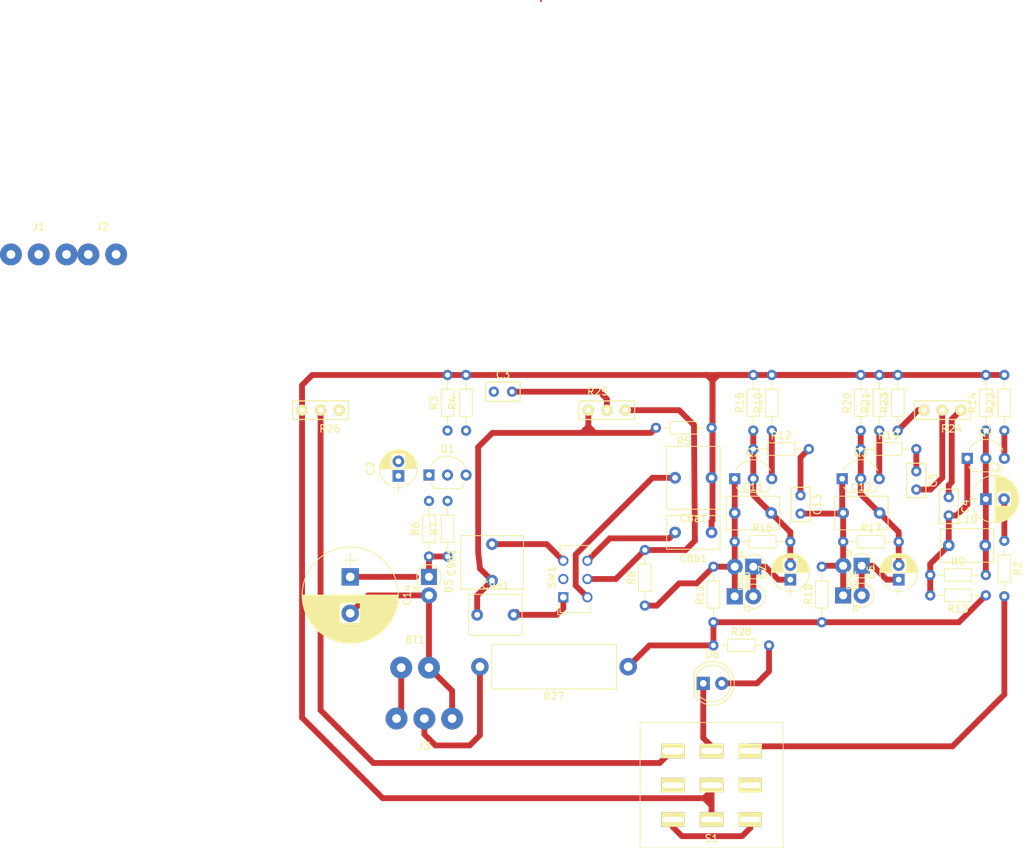
<source format=kicad_pcb>
(kicad_pcb (version 20171130) (host pcbnew 5.0.2+dfsg1-1)

  (general
    (thickness 1.6)
    (drawings 0)
    (tracks 191)
    (zones 0)
    (modules 59)
    (nets 42)
  )

  (page A4)
  (layers
    (0 F.Cu signal)
    (31 B.Cu signal)
    (32 B.Adhes user)
    (33 F.Adhes user)
    (34 B.Paste user)
    (35 F.Paste user)
    (36 B.SilkS user)
    (37 F.SilkS user)
    (38 B.Mask user)
    (39 F.Mask user)
    (40 Dwgs.User user)
    (41 Cmts.User user)
    (42 Eco1.User user)
    (43 Eco2.User user)
    (44 Edge.Cuts user)
    (45 Margin user)
    (46 B.CrtYd user)
    (47 F.CrtYd user)
    (48 B.Fab user)
    (49 F.Fab user)
  )

  (setup
    (last_trace_width 0.8)
    (trace_clearance 0.5)
    (zone_clearance 0.508)
    (zone_45_only yes)
    (trace_min 0.2)
    (segment_width 0.2)
    (edge_width 0.15)
    (via_size 0.6)
    (via_drill 0.4)
    (via_min_size 0.4)
    (via_min_drill 0.3)
    (uvia_size 0.3)
    (uvia_drill 0.1)
    (uvias_allowed no)
    (uvia_min_size 0.2)
    (uvia_min_drill 0.1)
    (pcb_text_width 0.3)
    (pcb_text_size 1.5 1.5)
    (mod_edge_width 0.15)
    (mod_text_size 1 1)
    (mod_text_width 0.15)
    (pad_size 1.524 1.524)
    (pad_drill 0.762)
    (pad_to_mask_clearance 0.2)
    (solder_mask_min_width 0.25)
    (aux_axis_origin 0 0)
    (visible_elements FFFFFF7F)
    (pcbplotparams
      (layerselection 0x00030_80000001)
      (usegerberextensions false)
      (usegerberattributes false)
      (usegerberadvancedattributes false)
      (creategerberjobfile false)
      (excludeedgelayer true)
      (linewidth 0.100000)
      (plotframeref false)
      (viasonmask false)
      (mode 1)
      (useauxorigin false)
      (hpglpennumber 1)
      (hpglpenspeed 20)
      (hpglpendiameter 15.000000)
      (psnegative false)
      (psa4output false)
      (plotreference true)
      (plotvalue true)
      (plotinvisibletext false)
      (padsonsilk false)
      (subtractmaskfromsilk false)
      (outputformat 4)
      (mirror false)
      (drillshape 0)
      (scaleselection 1)
      (outputdirectory "./"))
  )

  (net 0 "")
  (net 1 "Net-(BT1-Pad1)")
  (net 2 "Net-(C1-Pad1)")
  (net 3 "Net-(C1-Pad2)")
  (net 4 "Net-(C2-Pad1)")
  (net 5 "Net-(C2-Pad2)")
  (net 6 "Net-(C3-Pad1)")
  (net 7 "Net-(C3-Pad2)")
  (net 8 "Net-(C4-Pad1)")
  (net 9 "Net-(C10-Pad1)")
  (net 10 "Net-(C5-Pad1)")
  (net 11 "Net-(C5-Pad2)")
  (net 12 "Net-(C6-Pad1)")
  (net 13 "Net-(C12-Pad2)")
  (net 14 "Net-(C7-Pad1)")
  (net 15 "Net-(C11-Pad2)")
  (net 16 Earth)
  (net 17 "Net-(C8a1-Pad2)")
  (net 18 "Net-(C8b1-Pad2)")
  (net 19 "Net-(C9a1-Pad1)")
  (net 20 "Net-(C9a1-Pad2)")
  (net 21 "Net-(C9b1-Pad2)")
  (net 22 "Net-(C11-Pad1)")
  (net 23 "Net-(C12-Pad1)")
  (net 24 "Net-(C13-Pad1)")
  (net 25 +9V)
  (net 26 "Net-(BT1-Pad2)")
  (net 27 "Net-(D6-Pad1)")
  (net 28 "Net-(D6-Pad2)")
  (net 29 "Net-(Q1-Pad3)")
  (net 30 "Net-(Q2-Pad3)")
  (net 31 "Net-(Q3-Pad3)")
  (net 32 "Net-(Q4-Pad3)")
  (net 33 "Net-(R23-Pad1)")
  (net 34 "Net-(J3-Pad2)")
  (net 35 "Net-(R25-Pad3)")
  (net 36 "Net-(R2-Pad2)")
  (net 37 "Net-(C14-Pad2)")
  (net 38 "Net-(R26-Pad2)")
  (net 39 "Net-(J1-PadT)")
  (net 40 "Net-(S1-Pad3)")
  (net 41 "Net-(J2-PadT)")

  (net_class Default "This is the default net class."
    (clearance 0.5)
    (trace_width 0.8)
    (via_dia 0.6)
    (via_drill 0.4)
    (uvia_dia 0.3)
    (uvia_drill 0.1)
    (add_net +9V)
    (add_net Earth)
    (add_net "Net-(BT1-Pad1)")
    (add_net "Net-(BT1-Pad2)")
    (add_net "Net-(C1-Pad1)")
    (add_net "Net-(C1-Pad2)")
    (add_net "Net-(C10-Pad1)")
    (add_net "Net-(C11-Pad1)")
    (add_net "Net-(C11-Pad2)")
    (add_net "Net-(C12-Pad1)")
    (add_net "Net-(C12-Pad2)")
    (add_net "Net-(C13-Pad1)")
    (add_net "Net-(C14-Pad2)")
    (add_net "Net-(C2-Pad1)")
    (add_net "Net-(C2-Pad2)")
    (add_net "Net-(C3-Pad1)")
    (add_net "Net-(C3-Pad2)")
    (add_net "Net-(C4-Pad1)")
    (add_net "Net-(C5-Pad1)")
    (add_net "Net-(C5-Pad2)")
    (add_net "Net-(C6-Pad1)")
    (add_net "Net-(C7-Pad1)")
    (add_net "Net-(C8a1-Pad2)")
    (add_net "Net-(C8b1-Pad2)")
    (add_net "Net-(C9a1-Pad1)")
    (add_net "Net-(C9a1-Pad2)")
    (add_net "Net-(C9b1-Pad2)")
    (add_net "Net-(D6-Pad1)")
    (add_net "Net-(D6-Pad2)")
    (add_net "Net-(J1-PadT)")
    (add_net "Net-(J2-PadT)")
    (add_net "Net-(J3-Pad2)")
    (add_net "Net-(Q1-Pad3)")
    (add_net "Net-(Q2-Pad3)")
    (add_net "Net-(Q3-Pad3)")
    (add_net "Net-(Q4-Pad3)")
    (add_net "Net-(R2-Pad2)")
    (add_net "Net-(R23-Pad1)")
    (add_net "Net-(R25-Pad3)")
    (add_net "Net-(R26-Pad2)")
    (add_net "Net-(S1-Pad3)")
  )

  (module Resistors_THT:R_Axial_DIN0204_L3.6mm_D1.6mm_P7.62mm_Horizontal (layer F.Cu) (tedit 5874F706) (tstamp 59ED121E)
    (at 157.099 92.71 90)
    (descr "Resistor, Axial_DIN0204 series, Axial, Horizontal, pin pitch=7.62mm, 0.16666666666666666W = 1/6W, length*diameter=3.6*1.6mm^2, http://cdn-reichelt.de/documents/datenblatt/B400/1_4W%23YAG.pdf")
    (tags "Resistor Axial_DIN0204 series Axial Horizontal pin pitch 7.62mm 0.16666666666666666W = 1/6W length 3.6mm diameter 1.6mm")
    (path /59D863A5)
    (fp_text reference R8 (at 3.81 -1.86 90) (layer F.SilkS)
      (effects (font (size 1 1) (thickness 0.15)))
    )
    (fp_text value 33k (at 3.81 1.86 90) (layer F.Fab)
      (effects (font (size 1 1) (thickness 0.15)))
    )
    (fp_line (start 2.01 -0.8) (end 2.01 0.8) (layer F.Fab) (width 0.1))
    (fp_line (start 2.01 0.8) (end 5.61 0.8) (layer F.Fab) (width 0.1))
    (fp_line (start 5.61 0.8) (end 5.61 -0.8) (layer F.Fab) (width 0.1))
    (fp_line (start 5.61 -0.8) (end 2.01 -0.8) (layer F.Fab) (width 0.1))
    (fp_line (start 0 0) (end 2.01 0) (layer F.Fab) (width 0.1))
    (fp_line (start 7.62 0) (end 5.61 0) (layer F.Fab) (width 0.1))
    (fp_line (start 1.95 -0.86) (end 1.95 0.86) (layer F.SilkS) (width 0.12))
    (fp_line (start 1.95 0.86) (end 5.67 0.86) (layer F.SilkS) (width 0.12))
    (fp_line (start 5.67 0.86) (end 5.67 -0.86) (layer F.SilkS) (width 0.12))
    (fp_line (start 5.67 -0.86) (end 1.95 -0.86) (layer F.SilkS) (width 0.12))
    (fp_line (start 0.88 0) (end 1.95 0) (layer F.SilkS) (width 0.12))
    (fp_line (start 6.74 0) (end 5.67 0) (layer F.SilkS) (width 0.12))
    (fp_line (start -0.95 -1.15) (end -0.95 1.15) (layer F.CrtYd) (width 0.05))
    (fp_line (start -0.95 1.15) (end 8.6 1.15) (layer F.CrtYd) (width 0.05))
    (fp_line (start 8.6 1.15) (end 8.6 -1.15) (layer F.CrtYd) (width 0.05))
    (fp_line (start 8.6 -1.15) (end -0.95 -1.15) (layer F.CrtYd) (width 0.05))
    (pad 1 thru_hole circle (at 0 0 90) (size 1.4 1.4) (drill 0.7) (layers *.Cu *.Mask)
      (net 22 "Net-(C11-Pad1)"))
    (pad 2 thru_hole oval (at 7.62 0 90) (size 1.4 1.4) (drill 0.7) (layers *.Cu *.Mask)
      (net 35 "Net-(R25-Pad3)"))
    (model ${KISYS3DMOD}/Resistors_THT.3dshapes/R_Axial_DIN0204_L3.6mm_D1.6mm_P7.62mm_Horizontal.wrl
      (at (xyz 0 0 0))
      (scale (xyz 0.393701 0.393701 0.393701))
      (rotate (xyz 0 0 0))
    )
  )

  (module Buttons_Switches_THT:SW_CuK_JS202011CQN_DPDT_Straight (layer F.Cu) (tedit 5C63695E) (tstamp 5C636021)
    (at 145.923 91.567 90)
    (descr "CuK sub miniature slide switch, JS series, DPDT, right angle, http://www.ckswitches.com/media/1422/js.pdf")
    (tags "switch DPDT")
    (path /5C53C33E)
    (fp_text reference SW1 (at 2.75 -1.6 90) (layer F.SilkS)
      (effects (font (size 1 1) (thickness 0.15)))
    )
    (fp_text value SW_DPDT_x2 (at 3 5 90) (layer F.Fab)
      (effects (font (size 1 1) (thickness 0.15)))
    )
    (fp_line (start -1 -0.35) (end -2 0.65) (layer F.Fab) (width 0.1))
    (fp_line (start -2.25 4.25) (end -2.25 -0.95) (layer F.CrtYd) (width 0.05))
    (fp_line (start 7.25 4.25) (end -2.25 4.25) (layer F.CrtYd) (width 0.05))
    (fp_line (start 7.25 -0.95) (end 7.25 4.25) (layer F.CrtYd) (width 0.05))
    (fp_line (start -2.25 -0.95) (end 7.25 -0.95) (layer F.CrtYd) (width 0.05))
    (fp_line (start -2.4 -0.75) (end -2.4 0.45) (layer F.SilkS) (width 0.12))
    (fp_line (start -1.2 -0.75) (end -2.4 -0.75) (layer F.SilkS) (width 0.12))
    (fp_line (start 7.1 3.75) (end 5.9 3.75) (layer F.SilkS) (width 0.12))
    (fp_line (start 7.1 -0.45) (end 7.1 3.75) (layer F.SilkS) (width 0.12))
    (fp_line (start 5.9 -0.45) (end 7.1 -0.45) (layer F.SilkS) (width 0.12))
    (fp_line (start -2.1 3.75) (end -0.9 3.75) (layer F.SilkS) (width 0.12))
    (fp_line (start -2.1 -0.45) (end -2.1 3.75) (layer F.SilkS) (width 0.12))
    (fp_line (start -0.9 -0.45) (end -2.1 -0.45) (layer F.SilkS) (width 0.12))
    (fp_text user %R (at 2 1.65 90) (layer F.Fab)
      (effects (font (size 1 1) (thickness 0.15)))
    )
    (fp_line (start -2 3.65) (end -2 0.65) (layer F.Fab) (width 0.1))
    (fp_line (start 7 3.65) (end -2 3.65) (layer F.Fab) (width 0.1))
    (fp_line (start 7 -0.35) (end 7 3.65) (layer F.Fab) (width 0.1))
    (fp_line (start -1 -0.35) (end 7 -0.35) (layer F.Fab) (width 0.1))
    (pad 1 thru_hole rect (at 0 0 90) (size 1.4 1.4) (drill 0.9) (layers *.Cu *.Mask)
      (net 20 "Net-(C9a1-Pad2)"))
    (pad 2 thru_hole circle (at 2.5 0 90) (size 1.4 1.4) (drill 0.9) (layers *.Cu *.Mask)
      (net 22 "Net-(C11-Pad1)"))
    (pad 3 thru_hole circle (at 5 0 90) (size 1.4 1.4) (drill 0.9) (layers *.Cu *.Mask)
      (net 21 "Net-(C9b1-Pad2)"))
    (pad 4 thru_hole circle (at 0 3.3 90) (size 1.4 1.4) (drill 0.9) (layers *.Cu *.Mask)
      (net 17 "Net-(C8a1-Pad2)"))
    (pad 5 thru_hole circle (at 2.5 3.3 90) (size 1.4 1.4) (drill 0.9) (layers *.Cu *.Mask)
      (net 35 "Net-(R25-Pad3)"))
    (pad 6 thru_hole circle (at 5 3.3 90) (size 1.4 1.4) (drill 0.9) (layers *.Cu *.Mask)
      (net 18 "Net-(C8b1-Pad2)"))
    (model ${KISYS3DMOD}/Buttons_Switches_THT.3dshapes/SW_CuK_JS202011CQN_DPDT_Straight.wrl
      (at (xyz 0 0 0))
      (scale (xyz 1 1 1))
      (rotate (xyz 0 0 0))
    )
  )

  (module Buttons_Switches_THT:3PDT (layer F.Cu) (tedit 570516D6) (tstamp 5C5BAC0E)
    (at 166.243 117.348)
    (path /5C539AEE)
    (fp_text reference S1 (at 0 7.3) (layer F.SilkS)
      (effects (font (size 1 1) (thickness 0.15)))
    )
    (fp_text value SWITCH-3PDT (at 0 -7.2) (layer F.Fab)
      (effects (font (size 1 1) (thickness 0.15)))
    )
    (fp_line (start 0 -8.6) (end 9.8 -8.6) (layer F.SilkS) (width 0.1))
    (fp_line (start 9.8 -8.6) (end 9.7 -8.6) (layer F.SilkS) (width 0.1))
    (fp_line (start -8.6 8.6) (end -9.8 8.6) (layer F.SilkS) (width 0.1))
    (fp_line (start -9.8 8.6) (end -9.8 0) (layer F.SilkS) (width 0.1))
    (fp_line (start -9.8 0) (end -9.8 -8.6) (layer F.SilkS) (width 0.1))
    (fp_line (start -9.8 -8.6) (end -8.6 -8.6) (layer F.SilkS) (width 0.1))
    (fp_line (start -8.6 -8.6) (end 0 -8.6) (layer F.SilkS) (width 0.1))
    (fp_line (start 9.8 -8.6) (end 9.8 0) (layer F.SilkS) (width 0.1))
    (fp_line (start 9.8 0) (end 9.8 8.6) (layer F.SilkS) (width 0.1))
    (fp_line (start 9.8 8.6) (end 0 8.6) (layer F.SilkS) (width 0.1))
    (fp_line (start 0 8.6) (end -8.6 8.6) (layer F.SilkS) (width 0.1))
    (pad 5 thru_hole rect (at 0 0) (size 3.2 2) (drill oval 2.8 0.762) (layers *.Cu *.Mask F.SilkS)
      (net 16 Earth))
    (pad 1 thru_hole rect (at -5.3 -4.7) (size 3.2 2) (drill oval 2.8 0.9525) (layers *.Cu *.Mask F.SilkS)
      (net 36 "Net-(R2-Pad2)"))
    (pad 2 thru_hole rect (at -5.3 0) (size 3.2 2) (drill oval 2.8 0.762) (layers *.Cu *.Mask F.SilkS)
      (net 39 "Net-(J1-PadT)"))
    (pad 3 thru_hole rect (at -5.3 4.7) (size 3.2 2) (drill oval 2.8 0.762) (layers *.Cu *.Mask F.SilkS)
      (net 40 "Net-(S1-Pad3)"))
    (pad 4 thru_hole rect (at 0 -4.7) (size 3.2 2) (drill oval 2.8 0.762) (layers *.Cu *.Mask F.SilkS)
      (net 27 "Net-(D6-Pad1)"))
    (pad 6 thru_hole rect (at 0 4.7) (size 3.2 2) (drill oval 2.8 0.762) (layers *.Cu *.Mask F.SilkS)
      (net 16 Earth))
    (pad 7 thru_hole rect (at 5.3 -4.7) (size 3.2 2) (drill oval 2.8 0.762) (layers *.Cu *.Mask F.SilkS)
      (net 38 "Net-(R26-Pad2)"))
    (pad 8 thru_hole rect (at 5.3 0) (size 3.2 2) (drill oval 2.8 0.762) (layers *.Cu *.Mask F.SilkS)
      (net 41 "Net-(J2-PadT)"))
    (pad 9 thru_hole rect (at 5.3 4.7) (size 3.2 2) (drill oval 2.8 0.762) (layers *.Cu *.Mask F.SilkS)
      (net 40 "Net-(S1-Pad3)"))
    (model ${KIPRJMOD}/3D/3PDT.step
      (offset (xyz -9 -6.5 0))
      (scale (xyz 1 1 1))
      (rotate (xyz 0 0 0))
    )
    (model ${KIPRJMOD}/3D/HammondBB.step
      (offset (xyz 0 34.5 18))
      (scale (xyz 1 1 1))
      (rotate (xyz 180 0 180))
    )
  )

  (module TO_SOT_Packages_THT:TO-92_Inline_Wide (layer F.Cu) (tedit 58CE52AF) (tstamp 59ED11E7)
    (at 201.295 72.517)
    (descr "TO-92 leads in-line, wide, drill 0.8mm (see NXP sot054_po.pdf)")
    (tags "to-92 sc-43 sc-43a sot54 PA33 transistor")
    (path /59D5E492)
    (fp_text reference Q4 (at 2.54 -3.56 180) (layer F.SilkS)
      (effects (font (size 1 1) (thickness 0.15)))
    )
    (fp_text value BC550C (at 2.54 2.79) (layer F.Fab)
      (effects (font (size 1 1) (thickness 0.15)))
    )
    (fp_text user %R (at 2.54 -3.56 180) (layer F.Fab)
      (effects (font (size 1 1) (thickness 0.15)))
    )
    (fp_line (start 0.74 1.85) (end 4.34 1.85) (layer F.SilkS) (width 0.12))
    (fp_line (start 0.8 1.75) (end 4.3 1.75) (layer F.Fab) (width 0.1))
    (fp_line (start -1.01 -2.73) (end 6.09 -2.73) (layer F.CrtYd) (width 0.05))
    (fp_line (start -1.01 -2.73) (end -1.01 2.01) (layer F.CrtYd) (width 0.05))
    (fp_line (start 6.09 2.01) (end 6.09 -2.73) (layer F.CrtYd) (width 0.05))
    (fp_line (start 6.09 2.01) (end -1.01 2.01) (layer F.CrtYd) (width 0.05))
    (fp_arc (start 2.54 0) (end 0.74 1.85) (angle 20) (layer F.SilkS) (width 0.12))
    (fp_arc (start 2.54 0) (end 2.54 -2.6) (angle -65) (layer F.SilkS) (width 0.12))
    (fp_arc (start 2.54 0) (end 2.54 -2.6) (angle 65) (layer F.SilkS) (width 0.12))
    (fp_arc (start 2.54 0) (end 2.54 -2.48) (angle 135) (layer F.Fab) (width 0.1))
    (fp_arc (start 2.54 0) (end 2.54 -2.48) (angle -135) (layer F.Fab) (width 0.1))
    (fp_arc (start 2.54 0) (end 4.34 1.85) (angle -20) (layer F.SilkS) (width 0.12))
    (pad 2 thru_hole circle (at 2.54 0 90) (size 1.52 1.52) (drill 0.8) (layers *.Cu *.Mask)
      (net 2 "Net-(C1-Pad1)"))
    (pad 3 thru_hole circle (at 5.08 0 90) (size 1.52 1.52) (drill 0.8) (layers *.Cu *.Mask)
      (net 32 "Net-(Q4-Pad3)"))
    (pad 1 thru_hole rect (at 0 0 90) (size 1.52 1.52) (drill 0.8) (layers *.Cu *.Mask)
      (net 9 "Net-(C10-Pad1)"))
    (model ${KISYS3DMOD}/TO_SOT_Packages_THT.3dshapes/TO-92_Inline_Wide.wrl
      (offset (xyz 2.539999961853027 0 0))
      (scale (xyz 1 1 1))
      (rotate (xyz 0 0 -90))
    )
  )

  (module Kicad_GSM_Footprint:SolderWirePad_2x_1-2mmDrill (layer F.Cu) (tedit 59EE6AF5) (tstamp 59EE6B9E)
    (at 125.603 101.219)
    (path /59E1758A)
    (fp_text reference BT1 (at 0 -3.81) (layer F.SilkS)
      (effects (font (size 1 1) (thickness 0.15)))
    )
    (fp_text value 9V (at 0.635 3.81) (layer F.Fab)
      (effects (font (size 1 1) (thickness 0.15)))
    )
    (pad 1 thru_hole circle (at -1.905 0) (size 2.99974 2.99974) (drill 1.19888) (layers *.Cu *.Mask)
      (net 1 "Net-(BT1-Pad1)"))
    (pad 2 thru_hole circle (at 1.905 0) (size 2.99974 2.99974) (drill 1.19888) (layers *.Cu *.Mask)
      (net 26 "Net-(BT1-Pad2)"))
  )

  (module Kicad_GSM_Footprint:SolderWirePad_3x_1-2mmDrill (layer F.Cu) (tedit 59EE6176) (tstamp 59EE6345)
    (at 126.873 108.204 180)
    (path /59E13C16)
    (fp_text reference J3 (at 0 -3.81 180) (layer F.SilkS)
      (effects (font (size 1 1) (thickness 0.15)))
    )
    (fp_text value Jack-DC (at 1.27 3.81 180) (layer F.Fab)
      (effects (font (size 1 1) (thickness 0.15)))
    )
    (pad 1 thru_hole circle (at -3.81 0 180) (size 2.99974 2.99974) (drill 1.19888) (layers *.Cu *.Mask)
      (net 1 "Net-(BT1-Pad1)"))
    (pad 2 thru_hole circle (at 0 0 180) (size 2.99974 2.99974) (drill 1.19888) (layers *.Cu *.Mask)
      (net 37 "Net-(C14-Pad2)"))
    (pad 3 thru_hole circle (at 3.81 0 180) (size 2.99974 2.99974) (drill 1.19888) (layers *.Cu *.Mask)
      (net 26 "Net-(BT1-Pad2)"))
  )

  (module Resistors_THT:R_Axial_DIN0204_L3.6mm_D1.6mm_P7.62mm_Horizontal (layer F.Cu) (tedit 5874F706) (tstamp 59ED1299)
    (at 166.497 98.171)
    (descr "Resistor, Axial_DIN0204 series, Axial, Horizontal, pin pitch=7.62mm, 0.16666666666666666W = 1/6W, length*diameter=3.6*1.6mm^2, http://cdn-reichelt.de/documents/datenblatt/B400/1_4W%23YAG.pdf")
    (tags "Resistor Axial_DIN0204 series Axial Horizontal pin pitch 7.62mm 0.16666666666666666W = 1/6W length 3.6mm diameter 1.6mm")
    (path /59EB7B94)
    (fp_text reference R28 (at 3.81 -1.86) (layer F.SilkS)
      (effects (font (size 1 1) (thickness 0.15)))
    )
    (fp_text value 3.3k (at 3.81 1.86) (layer F.Fab)
      (effects (font (size 1 1) (thickness 0.15)))
    )
    (fp_line (start 2.01 -0.8) (end 2.01 0.8) (layer F.Fab) (width 0.1))
    (fp_line (start 2.01 0.8) (end 5.61 0.8) (layer F.Fab) (width 0.1))
    (fp_line (start 5.61 0.8) (end 5.61 -0.8) (layer F.Fab) (width 0.1))
    (fp_line (start 5.61 -0.8) (end 2.01 -0.8) (layer F.Fab) (width 0.1))
    (fp_line (start 0 0) (end 2.01 0) (layer F.Fab) (width 0.1))
    (fp_line (start 7.62 0) (end 5.61 0) (layer F.Fab) (width 0.1))
    (fp_line (start 1.95 -0.86) (end 1.95 0.86) (layer F.SilkS) (width 0.12))
    (fp_line (start 1.95 0.86) (end 5.67 0.86) (layer F.SilkS) (width 0.12))
    (fp_line (start 5.67 0.86) (end 5.67 -0.86) (layer F.SilkS) (width 0.12))
    (fp_line (start 5.67 -0.86) (end 1.95 -0.86) (layer F.SilkS) (width 0.12))
    (fp_line (start 0.88 0) (end 1.95 0) (layer F.SilkS) (width 0.12))
    (fp_line (start 6.74 0) (end 5.67 0) (layer F.SilkS) (width 0.12))
    (fp_line (start -0.95 -1.15) (end -0.95 1.15) (layer F.CrtYd) (width 0.05))
    (fp_line (start -0.95 1.15) (end 8.6 1.15) (layer F.CrtYd) (width 0.05))
    (fp_line (start 8.6 1.15) (end 8.6 -1.15) (layer F.CrtYd) (width 0.05))
    (fp_line (start 8.6 -1.15) (end -0.95 -1.15) (layer F.CrtYd) (width 0.05))
    (pad 1 thru_hole circle (at 0 0) (size 1.4 1.4) (drill 0.7) (layers *.Cu *.Mask)
      (net 25 +9V))
    (pad 2 thru_hole oval (at 7.62 0) (size 1.4 1.4) (drill 0.7) (layers *.Cu *.Mask)
      (net 28 "Net-(D6-Pad2)"))
    (model ${KISYS3DMOD}/Resistors_THT.3dshapes/R_Axial_DIN0204_L3.6mm_D1.6mm_P7.62mm_Horizontal.wrl
      (at (xyz 0 0 0))
      (scale (xyz 0.393701 0.393701 0.393701))
      (rotate (xyz 0 0 0))
    )
  )

  (module Resistors_THT:R_Axial_DIN0617_L17.0mm_D6.0mm_P20.32mm_Horizontal (layer F.Cu) (tedit 5874F706) (tstamp 59ED1293)
    (at 154.813 101.092 180)
    (descr "Resistor, Axial_DIN0617 series, Axial, Horizontal, pin pitch=20.32mm, 2W, length*diameter=17*6mm^2, http://www.vishay.com/docs/20128/wkxwrx.pdf")
    (tags "Resistor Axial_DIN0617 series Axial Horizontal pin pitch 20.32mm 2W length 17mm diameter 6mm")
    (path /59EA3323)
    (fp_text reference R27 (at 10.16 -4.06 180) (layer F.SilkS)
      (effects (font (size 1 1) (thickness 0.15)))
    )
    (fp_text value 100 (at 10.16 4.06 180) (layer F.Fab)
      (effects (font (size 1 1) (thickness 0.15)))
    )
    (fp_line (start 1.66 -3) (end 1.66 3) (layer F.Fab) (width 0.1))
    (fp_line (start 1.66 3) (end 18.66 3) (layer F.Fab) (width 0.1))
    (fp_line (start 18.66 3) (end 18.66 -3) (layer F.Fab) (width 0.1))
    (fp_line (start 18.66 -3) (end 1.66 -3) (layer F.Fab) (width 0.1))
    (fp_line (start 0 0) (end 1.66 0) (layer F.Fab) (width 0.1))
    (fp_line (start 20.32 0) (end 18.66 0) (layer F.Fab) (width 0.1))
    (fp_line (start 1.6 -3.06) (end 1.6 3.06) (layer F.SilkS) (width 0.12))
    (fp_line (start 1.6 3.06) (end 18.72 3.06) (layer F.SilkS) (width 0.12))
    (fp_line (start 18.72 3.06) (end 18.72 -3.06) (layer F.SilkS) (width 0.12))
    (fp_line (start 18.72 -3.06) (end 1.6 -3.06) (layer F.SilkS) (width 0.12))
    (fp_line (start 1.38 0) (end 1.6 0) (layer F.SilkS) (width 0.12))
    (fp_line (start 18.94 0) (end 18.72 0) (layer F.SilkS) (width 0.12))
    (fp_line (start -1.45 -3.35) (end -1.45 3.35) (layer F.CrtYd) (width 0.05))
    (fp_line (start -1.45 3.35) (end 21.8 3.35) (layer F.CrtYd) (width 0.05))
    (fp_line (start 21.8 3.35) (end 21.8 -3.35) (layer F.CrtYd) (width 0.05))
    (fp_line (start 21.8 -3.35) (end -1.45 -3.35) (layer F.CrtYd) (width 0.05))
    (pad 1 thru_hole circle (at 0 0 180) (size 2.4 2.4) (drill 1.2) (layers *.Cu *.Mask)
      (net 25 +9V))
    (pad 2 thru_hole oval (at 20.32 0 180) (size 2.4 2.4) (drill 1.2) (layers *.Cu *.Mask)
      (net 1 "Net-(BT1-Pad1)"))
    (model ${KISYS3DMOD}/Resistors_THT.3dshapes/R_Axial_DIN0617_L17.0mm_D6.0mm_P20.32mm_Horizontal.wrl
      (at (xyz 0 0 0))
      (scale (xyz 0.393701 0.393701 0.393701))
      (rotate (xyz 0 0 0))
    )
  )

  (module Kicad_GSM_Footprint:POT (layer F.Cu) (tedit 56F58C9D) (tstamp 59ED128D)
    (at 112.649 65.913 180)
    (path /59D9398C)
    (fp_text reference R26 (at -1.27 -2.54 180) (layer F.SilkS)
      (effects (font (size 1 1) (thickness 0.15)))
    )
    (fp_text value 100k (at 0 2.54 180) (layer F.Fab)
      (effects (font (size 1 1) (thickness 0.15)))
    )
    (fp_line (start -3.81 -1.27) (end -3.81 1.27) (layer F.SilkS) (width 0.15))
    (fp_line (start -3.81 1.27) (end 3.81 1.27) (layer F.SilkS) (width 0.15))
    (fp_line (start 3.81 1.27) (end 3.81 -1.27) (layer F.SilkS) (width 0.15))
    (fp_line (start 3.81 -1.27) (end -3.81 -1.27) (layer F.SilkS) (width 0.15))
    (pad 1 thru_hole circle (at -2.54 0 180) (size 1.524 1.524) (drill 0.762) (layers *.Cu *.Mask F.SilkS)
      (net 5 "Net-(C2-Pad2)"))
    (pad 2 thru_hole circle (at 0 0 180) (size 1.524 1.524) (drill 0.762) (layers *.Cu *.Mask F.SilkS)
      (net 38 "Net-(R26-Pad2)"))
    (pad 3 thru_hole circle (at 2.54 0 180) (size 1.524 1.524) (drill 0.762) (layers *.Cu *.Mask F.SilkS)
      (net 16 Earth))
  )

  (module Kicad_GSM_Footprint:POT (layer F.Cu) (tedit 56F58C9D) (tstamp 59ED1286)
    (at 151.892 65.913)
    (path /59D866C7)
    (fp_text reference R25 (at -1.27 -2.54) (layer F.SilkS)
      (effects (font (size 1 1) (thickness 0.15)))
    )
    (fp_text value 100k (at 0 2.54) (layer F.Fab)
      (effects (font (size 1 1) (thickness 0.15)))
    )
    (fp_line (start -3.81 -1.27) (end -3.81 1.27) (layer F.SilkS) (width 0.15))
    (fp_line (start -3.81 1.27) (end 3.81 1.27) (layer F.SilkS) (width 0.15))
    (fp_line (start 3.81 1.27) (end 3.81 -1.27) (layer F.SilkS) (width 0.15))
    (fp_line (start 3.81 -1.27) (end -3.81 -1.27) (layer F.SilkS) (width 0.15))
    (pad 1 thru_hole circle (at -2.54 0) (size 1.524 1.524) (drill 0.762) (layers *.Cu *.Mask F.SilkS)
      (net 19 "Net-(C9a1-Pad1)"))
    (pad 2 thru_hole circle (at 0 0) (size 1.524 1.524) (drill 0.762) (layers *.Cu *.Mask F.SilkS)
      (net 7 "Net-(C3-Pad2)"))
    (pad 3 thru_hole circle (at 2.54 0) (size 1.524 1.524) (drill 0.762) (layers *.Cu *.Mask F.SilkS)
      (net 35 "Net-(R25-Pad3)"))
  )

  (module Kicad_GSM_Footprint:POT (layer F.Cu) (tedit 56F58C9D) (tstamp 59ED127F)
    (at 197.866 65.913 180)
    (path /59D7C9EC)
    (fp_text reference R24 (at -1.27 -2.54 180) (layer F.SilkS)
      (effects (font (size 1 1) (thickness 0.15)))
    )
    (fp_text value 100k (at 0 2.54 180) (layer F.Fab)
      (effects (font (size 1 1) (thickness 0.15)))
    )
    (fp_line (start -3.81 -1.27) (end -3.81 1.27) (layer F.SilkS) (width 0.15))
    (fp_line (start -3.81 1.27) (end 3.81 1.27) (layer F.SilkS) (width 0.15))
    (fp_line (start 3.81 1.27) (end 3.81 -1.27) (layer F.SilkS) (width 0.15))
    (fp_line (start 3.81 -1.27) (end -3.81 -1.27) (layer F.SilkS) (width 0.15))
    (pad 1 thru_hole circle (at -2.54 0 180) (size 1.524 1.524) (drill 0.762) (layers *.Cu *.Mask F.SilkS)
      (net 8 "Net-(C4-Pad1)"))
    (pad 2 thru_hole circle (at 0 0 180) (size 1.524 1.524) (drill 0.762) (layers *.Cu *.Mask F.SilkS)
      (net 11 "Net-(C5-Pad2)"))
    (pad 3 thru_hole circle (at 2.54 0 180) (size 1.524 1.524) (drill 0.762) (layers *.Cu *.Mask F.SilkS)
      (net 33 "Net-(R23-Pad1)"))
  )

  (module Resistors_THT:R_Axial_DIN0204_L3.6mm_D1.6mm_P7.62mm_Horizontal (layer F.Cu) (tedit 5874F706) (tstamp 59ED1278)
    (at 191.77 68.707 90)
    (descr "Resistor, Axial_DIN0204 series, Axial, Horizontal, pin pitch=7.62mm, 0.16666666666666666W = 1/6W, length*diameter=3.6*1.6mm^2, http://cdn-reichelt.de/documents/datenblatt/B400/1_4W%23YAG.pdf")
    (tags "Resistor Axial_DIN0204 series Axial Horizontal pin pitch 7.62mm 0.16666666666666666W = 1/6W length 3.6mm diameter 1.6mm")
    (path /59D7CA93)
    (fp_text reference R23 (at 3.81 -1.86 90) (layer F.SilkS)
      (effects (font (size 1 1) (thickness 0.15)))
    )
    (fp_text value 1k (at 3.81 1.86 90) (layer F.Fab)
      (effects (font (size 1 1) (thickness 0.15)))
    )
    (fp_line (start 2.01 -0.8) (end 2.01 0.8) (layer F.Fab) (width 0.1))
    (fp_line (start 2.01 0.8) (end 5.61 0.8) (layer F.Fab) (width 0.1))
    (fp_line (start 5.61 0.8) (end 5.61 -0.8) (layer F.Fab) (width 0.1))
    (fp_line (start 5.61 -0.8) (end 2.01 -0.8) (layer F.Fab) (width 0.1))
    (fp_line (start 0 0) (end 2.01 0) (layer F.Fab) (width 0.1))
    (fp_line (start 7.62 0) (end 5.61 0) (layer F.Fab) (width 0.1))
    (fp_line (start 1.95 -0.86) (end 1.95 0.86) (layer F.SilkS) (width 0.12))
    (fp_line (start 1.95 0.86) (end 5.67 0.86) (layer F.SilkS) (width 0.12))
    (fp_line (start 5.67 0.86) (end 5.67 -0.86) (layer F.SilkS) (width 0.12))
    (fp_line (start 5.67 -0.86) (end 1.95 -0.86) (layer F.SilkS) (width 0.12))
    (fp_line (start 0.88 0) (end 1.95 0) (layer F.SilkS) (width 0.12))
    (fp_line (start 6.74 0) (end 5.67 0) (layer F.SilkS) (width 0.12))
    (fp_line (start -0.95 -1.15) (end -0.95 1.15) (layer F.CrtYd) (width 0.05))
    (fp_line (start -0.95 1.15) (end 8.6 1.15) (layer F.CrtYd) (width 0.05))
    (fp_line (start 8.6 1.15) (end 8.6 -1.15) (layer F.CrtYd) (width 0.05))
    (fp_line (start 8.6 -1.15) (end -0.95 -1.15) (layer F.CrtYd) (width 0.05))
    (pad 1 thru_hole circle (at 0 0 90) (size 1.4 1.4) (drill 0.7) (layers *.Cu *.Mask)
      (net 33 "Net-(R23-Pad1)"))
    (pad 2 thru_hole oval (at 7.62 0 90) (size 1.4 1.4) (drill 0.7) (layers *.Cu *.Mask)
      (net 16 Earth))
    (model ${KISYS3DMOD}/Resistors_THT.3dshapes/R_Axial_DIN0204_L3.6mm_D1.6mm_P7.62mm_Horizontal.wrl
      (at (xyz 0 0 0))
      (scale (xyz 0.393701 0.393701 0.393701))
      (rotate (xyz 0 0 0))
    )
  )

  (module Resistors_THT:R_Axial_DIN0204_L3.6mm_D1.6mm_P7.62mm_Horizontal (layer F.Cu) (tedit 5874F706) (tstamp 59ED1272)
    (at 206.375 68.707 90)
    (descr "Resistor, Axial_DIN0204 series, Axial, Horizontal, pin pitch=7.62mm, 0.16666666666666666W = 1/6W, length*diameter=3.6*1.6mm^2, http://cdn-reichelt.de/documents/datenblatt/B400/1_4W%23YAG.pdf")
    (tags "Resistor Axial_DIN0204 series Axial Horizontal pin pitch 7.62mm 0.16666666666666666W = 1/6W length 3.6mm diameter 1.6mm")
    (path /59D7C852)
    (fp_text reference R22 (at 3.81 -1.86 90) (layer F.SilkS)
      (effects (font (size 1 1) (thickness 0.15)))
    )
    (fp_text value 120 (at 3.81 1.86 90) (layer F.Fab)
      (effects (font (size 1 1) (thickness 0.15)))
    )
    (fp_line (start 2.01 -0.8) (end 2.01 0.8) (layer F.Fab) (width 0.1))
    (fp_line (start 2.01 0.8) (end 5.61 0.8) (layer F.Fab) (width 0.1))
    (fp_line (start 5.61 0.8) (end 5.61 -0.8) (layer F.Fab) (width 0.1))
    (fp_line (start 5.61 -0.8) (end 2.01 -0.8) (layer F.Fab) (width 0.1))
    (fp_line (start 0 0) (end 2.01 0) (layer F.Fab) (width 0.1))
    (fp_line (start 7.62 0) (end 5.61 0) (layer F.Fab) (width 0.1))
    (fp_line (start 1.95 -0.86) (end 1.95 0.86) (layer F.SilkS) (width 0.12))
    (fp_line (start 1.95 0.86) (end 5.67 0.86) (layer F.SilkS) (width 0.12))
    (fp_line (start 5.67 0.86) (end 5.67 -0.86) (layer F.SilkS) (width 0.12))
    (fp_line (start 5.67 -0.86) (end 1.95 -0.86) (layer F.SilkS) (width 0.12))
    (fp_line (start 0.88 0) (end 1.95 0) (layer F.SilkS) (width 0.12))
    (fp_line (start 6.74 0) (end 5.67 0) (layer F.SilkS) (width 0.12))
    (fp_line (start -0.95 -1.15) (end -0.95 1.15) (layer F.CrtYd) (width 0.05))
    (fp_line (start -0.95 1.15) (end 8.6 1.15) (layer F.CrtYd) (width 0.05))
    (fp_line (start 8.6 1.15) (end 8.6 -1.15) (layer F.CrtYd) (width 0.05))
    (fp_line (start 8.6 -1.15) (end -0.95 -1.15) (layer F.CrtYd) (width 0.05))
    (pad 1 thru_hole circle (at 0 0 90) (size 1.4 1.4) (drill 0.7) (layers *.Cu *.Mask)
      (net 32 "Net-(Q4-Pad3)"))
    (pad 2 thru_hole oval (at 7.62 0 90) (size 1.4 1.4) (drill 0.7) (layers *.Cu *.Mask)
      (net 16 Earth))
    (model ${KISYS3DMOD}/Resistors_THT.3dshapes/R_Axial_DIN0204_L3.6mm_D1.6mm_P7.62mm_Horizontal.wrl
      (at (xyz 0 0 0))
      (scale (xyz 0.393701 0.393701 0.393701))
      (rotate (xyz 0 0 0))
    )
  )

  (module Resistors_THT:R_Axial_DIN0204_L3.6mm_D1.6mm_P7.62mm_Horizontal (layer F.Cu) (tedit 5874F706) (tstamp 59ED126C)
    (at 189.23 68.707 90)
    (descr "Resistor, Axial_DIN0204 series, Axial, Horizontal, pin pitch=7.62mm, 0.16666666666666666W = 1/6W, length*diameter=3.6*1.6mm^2, http://cdn-reichelt.de/documents/datenblatt/B400/1_4W%23YAG.pdf")
    (tags "Resistor Axial_DIN0204 series Axial Horizontal pin pitch 7.62mm 0.16666666666666666W = 1/6W length 3.6mm diameter 1.6mm")
    (path /59D7E756)
    (fp_text reference R21 (at 3.81 -1.86 90) (layer F.SilkS)
      (effects (font (size 1 1) (thickness 0.15)))
    )
    (fp_text value 150k (at 3.81 1.86 90) (layer F.Fab)
      (effects (font (size 1 1) (thickness 0.15)))
    )
    (fp_line (start 2.01 -0.8) (end 2.01 0.8) (layer F.Fab) (width 0.1))
    (fp_line (start 2.01 0.8) (end 5.61 0.8) (layer F.Fab) (width 0.1))
    (fp_line (start 5.61 0.8) (end 5.61 -0.8) (layer F.Fab) (width 0.1))
    (fp_line (start 5.61 -0.8) (end 2.01 -0.8) (layer F.Fab) (width 0.1))
    (fp_line (start 0 0) (end 2.01 0) (layer F.Fab) (width 0.1))
    (fp_line (start 7.62 0) (end 5.61 0) (layer F.Fab) (width 0.1))
    (fp_line (start 1.95 -0.86) (end 1.95 0.86) (layer F.SilkS) (width 0.12))
    (fp_line (start 1.95 0.86) (end 5.67 0.86) (layer F.SilkS) (width 0.12))
    (fp_line (start 5.67 0.86) (end 5.67 -0.86) (layer F.SilkS) (width 0.12))
    (fp_line (start 5.67 -0.86) (end 1.95 -0.86) (layer F.SilkS) (width 0.12))
    (fp_line (start 0.88 0) (end 1.95 0) (layer F.SilkS) (width 0.12))
    (fp_line (start 6.74 0) (end 5.67 0) (layer F.SilkS) (width 0.12))
    (fp_line (start -0.95 -1.15) (end -0.95 1.15) (layer F.CrtYd) (width 0.05))
    (fp_line (start -0.95 1.15) (end 8.6 1.15) (layer F.CrtYd) (width 0.05))
    (fp_line (start 8.6 1.15) (end 8.6 -1.15) (layer F.CrtYd) (width 0.05))
    (fp_line (start 8.6 -1.15) (end -0.95 -1.15) (layer F.CrtYd) (width 0.05))
    (pad 1 thru_hole circle (at 0 0 90) (size 1.4 1.4) (drill 0.7) (layers *.Cu *.Mask)
      (net 31 "Net-(Q3-Pad3)"))
    (pad 2 thru_hole oval (at 7.62 0 90) (size 1.4 1.4) (drill 0.7) (layers *.Cu *.Mask)
      (net 16 Earth))
    (model ${KISYS3DMOD}/Resistors_THT.3dshapes/R_Axial_DIN0204_L3.6mm_D1.6mm_P7.62mm_Horizontal.wrl
      (at (xyz 0 0 0))
      (scale (xyz 0.393701 0.393701 0.393701))
      (rotate (xyz 0 0 0))
    )
  )

  (module Resistors_THT:R_Axial_DIN0204_L3.6mm_D1.6mm_P7.62mm_Horizontal (layer F.Cu) (tedit 5874F706) (tstamp 59ED1266)
    (at 186.69 68.707 90)
    (descr "Resistor, Axial_DIN0204 series, Axial, Horizontal, pin pitch=7.62mm, 0.16666666666666666W = 1/6W, length*diameter=3.6*1.6mm^2, http://cdn-reichelt.de/documents/datenblatt/B400/1_4W%23YAG.pdf")
    (tags "Resistor Axial_DIN0204 series Axial Horizontal pin pitch 7.62mm 0.16666666666666666W = 1/6W length 3.6mm diameter 1.6mm")
    (path /59D7E4FA)
    (fp_text reference R20 (at 3.81 -1.86 90) (layer F.SilkS)
      (effects (font (size 1 1) (thickness 0.15)))
    )
    (fp_text value 100k (at 3.81 1.86 90) (layer F.Fab)
      (effects (font (size 1 1) (thickness 0.15)))
    )
    (fp_line (start 2.01 -0.8) (end 2.01 0.8) (layer F.Fab) (width 0.1))
    (fp_line (start 2.01 0.8) (end 5.61 0.8) (layer F.Fab) (width 0.1))
    (fp_line (start 5.61 0.8) (end 5.61 -0.8) (layer F.Fab) (width 0.1))
    (fp_line (start 5.61 -0.8) (end 2.01 -0.8) (layer F.Fab) (width 0.1))
    (fp_line (start 0 0) (end 2.01 0) (layer F.Fab) (width 0.1))
    (fp_line (start 7.62 0) (end 5.61 0) (layer F.Fab) (width 0.1))
    (fp_line (start 1.95 -0.86) (end 1.95 0.86) (layer F.SilkS) (width 0.12))
    (fp_line (start 1.95 0.86) (end 5.67 0.86) (layer F.SilkS) (width 0.12))
    (fp_line (start 5.67 0.86) (end 5.67 -0.86) (layer F.SilkS) (width 0.12))
    (fp_line (start 5.67 -0.86) (end 1.95 -0.86) (layer F.SilkS) (width 0.12))
    (fp_line (start 0.88 0) (end 1.95 0) (layer F.SilkS) (width 0.12))
    (fp_line (start 6.74 0) (end 5.67 0) (layer F.SilkS) (width 0.12))
    (fp_line (start -0.95 -1.15) (end -0.95 1.15) (layer F.CrtYd) (width 0.05))
    (fp_line (start -0.95 1.15) (end 8.6 1.15) (layer F.CrtYd) (width 0.05))
    (fp_line (start 8.6 1.15) (end 8.6 -1.15) (layer F.CrtYd) (width 0.05))
    (fp_line (start 8.6 -1.15) (end -0.95 -1.15) (layer F.CrtYd) (width 0.05))
    (pad 1 thru_hole circle (at 0 0 90) (size 1.4 1.4) (drill 0.7) (layers *.Cu *.Mask)
      (net 13 "Net-(C12-Pad2)"))
    (pad 2 thru_hole oval (at 7.62 0 90) (size 1.4 1.4) (drill 0.7) (layers *.Cu *.Mask)
      (net 16 Earth))
    (model ${KISYS3DMOD}/Resistors_THT.3dshapes/R_Axial_DIN0204_L3.6mm_D1.6mm_P7.62mm_Horizontal.wrl
      (at (xyz 0 0 0))
      (scale (xyz 0.393701 0.393701 0.393701))
      (rotate (xyz 0 0 0))
    )
  )

  (module Resistors_THT:R_Axial_DIN0204_L3.6mm_D1.6mm_P7.62mm_Horizontal (layer F.Cu) (tedit 5874F706) (tstamp 59ED1260)
    (at 186.69 71.247)
    (descr "Resistor, Axial_DIN0204 series, Axial, Horizontal, pin pitch=7.62mm, 0.16666666666666666W = 1/6W, length*diameter=3.6*1.6mm^2, http://cdn-reichelt.de/documents/datenblatt/B400/1_4W%23YAG.pdf")
    (tags "Resistor Axial_DIN0204 series Axial Horizontal pin pitch 7.62mm 0.16666666666666666W = 1/6W length 3.6mm diameter 1.6mm")
    (path /59D7CD55)
    (fp_text reference R19 (at 3.81 -1.86) (layer F.SilkS)
      (effects (font (size 1 1) (thickness 0.15)))
    )
    (fp_text value 10k (at 3.81 1.86) (layer F.Fab)
      (effects (font (size 1 1) (thickness 0.15)))
    )
    (fp_line (start 2.01 -0.8) (end 2.01 0.8) (layer F.Fab) (width 0.1))
    (fp_line (start 2.01 0.8) (end 5.61 0.8) (layer F.Fab) (width 0.1))
    (fp_line (start 5.61 0.8) (end 5.61 -0.8) (layer F.Fab) (width 0.1))
    (fp_line (start 5.61 -0.8) (end 2.01 -0.8) (layer F.Fab) (width 0.1))
    (fp_line (start 0 0) (end 2.01 0) (layer F.Fab) (width 0.1))
    (fp_line (start 7.62 0) (end 5.61 0) (layer F.Fab) (width 0.1))
    (fp_line (start 1.95 -0.86) (end 1.95 0.86) (layer F.SilkS) (width 0.12))
    (fp_line (start 1.95 0.86) (end 5.67 0.86) (layer F.SilkS) (width 0.12))
    (fp_line (start 5.67 0.86) (end 5.67 -0.86) (layer F.SilkS) (width 0.12))
    (fp_line (start 5.67 -0.86) (end 1.95 -0.86) (layer F.SilkS) (width 0.12))
    (fp_line (start 0.88 0) (end 1.95 0) (layer F.SilkS) (width 0.12))
    (fp_line (start 6.74 0) (end 5.67 0) (layer F.SilkS) (width 0.12))
    (fp_line (start -0.95 -1.15) (end -0.95 1.15) (layer F.CrtYd) (width 0.05))
    (fp_line (start -0.95 1.15) (end 8.6 1.15) (layer F.CrtYd) (width 0.05))
    (fp_line (start 8.6 1.15) (end 8.6 -1.15) (layer F.CrtYd) (width 0.05))
    (fp_line (start 8.6 -1.15) (end -0.95 -1.15) (layer F.CrtYd) (width 0.05))
    (pad 1 thru_hole circle (at 0 0) (size 1.4 1.4) (drill 0.7) (layers *.Cu *.Mask)
      (net 13 "Net-(C12-Pad2)"))
    (pad 2 thru_hole oval (at 7.62 0) (size 1.4 1.4) (drill 0.7) (layers *.Cu *.Mask)
      (net 10 "Net-(C5-Pad1)"))
    (model ${KISYS3DMOD}/Resistors_THT.3dshapes/R_Axial_DIN0204_L3.6mm_D1.6mm_P7.62mm_Horizontal.wrl
      (at (xyz 0 0 0))
      (scale (xyz 0.393701 0.393701 0.393701))
      (rotate (xyz 0 0 0))
    )
  )

  (module Resistors_THT:R_Axial_DIN0204_L3.6mm_D1.6mm_P7.62mm_Horizontal (layer F.Cu) (tedit 5874F706) (tstamp 59ED125A)
    (at 181.356 94.996 90)
    (descr "Resistor, Axial_DIN0204 series, Axial, Horizontal, pin pitch=7.62mm, 0.16666666666666666W = 1/6W, length*diameter=3.6*1.6mm^2, http://cdn-reichelt.de/documents/datenblatt/B400/1_4W%23YAG.pdf")
    (tags "Resistor Axial_DIN0204 series Axial Horizontal pin pitch 7.62mm 0.16666666666666666W = 1/6W length 3.6mm diameter 1.6mm")
    (path /59D7DEF4)
    (fp_text reference R18 (at 3.81 -1.86 90) (layer F.SilkS)
      (effects (font (size 1 1) (thickness 0.15)))
    )
    (fp_text value 10k (at 3.81 1.86 90) (layer F.Fab)
      (effects (font (size 1 1) (thickness 0.15)))
    )
    (fp_line (start 2.01 -0.8) (end 2.01 0.8) (layer F.Fab) (width 0.1))
    (fp_line (start 2.01 0.8) (end 5.61 0.8) (layer F.Fab) (width 0.1))
    (fp_line (start 5.61 0.8) (end 5.61 -0.8) (layer F.Fab) (width 0.1))
    (fp_line (start 5.61 -0.8) (end 2.01 -0.8) (layer F.Fab) (width 0.1))
    (fp_line (start 0 0) (end 2.01 0) (layer F.Fab) (width 0.1))
    (fp_line (start 7.62 0) (end 5.61 0) (layer F.Fab) (width 0.1))
    (fp_line (start 1.95 -0.86) (end 1.95 0.86) (layer F.SilkS) (width 0.12))
    (fp_line (start 1.95 0.86) (end 5.67 0.86) (layer F.SilkS) (width 0.12))
    (fp_line (start 5.67 0.86) (end 5.67 -0.86) (layer F.SilkS) (width 0.12))
    (fp_line (start 5.67 -0.86) (end 1.95 -0.86) (layer F.SilkS) (width 0.12))
    (fp_line (start 0.88 0) (end 1.95 0) (layer F.SilkS) (width 0.12))
    (fp_line (start 6.74 0) (end 5.67 0) (layer F.SilkS) (width 0.12))
    (fp_line (start -0.95 -1.15) (end -0.95 1.15) (layer F.CrtYd) (width 0.05))
    (fp_line (start -0.95 1.15) (end 8.6 1.15) (layer F.CrtYd) (width 0.05))
    (fp_line (start 8.6 1.15) (end 8.6 -1.15) (layer F.CrtYd) (width 0.05))
    (fp_line (start 8.6 -1.15) (end -0.95 -1.15) (layer F.CrtYd) (width 0.05))
    (pad 1 thru_hole circle (at 0 0 90) (size 1.4 1.4) (drill 0.7) (layers *.Cu *.Mask)
      (net 25 +9V))
    (pad 2 thru_hole oval (at 7.62 0 90) (size 1.4 1.4) (drill 0.7) (layers *.Cu *.Mask)
      (net 23 "Net-(C12-Pad1)"))
    (model ${KISYS3DMOD}/Resistors_THT.3dshapes/R_Axial_DIN0204_L3.6mm_D1.6mm_P7.62mm_Horizontal.wrl
      (at (xyz 0 0 0))
      (scale (xyz 0.393701 0.393701 0.393701))
      (rotate (xyz 0 0 0))
    )
  )

  (module Resistors_THT:R_Axial_DIN0204_L3.6mm_D1.6mm_P7.62mm_Horizontal (layer F.Cu) (tedit 5874F706) (tstamp 59ED1254)
    (at 184.277 83.947)
    (descr "Resistor, Axial_DIN0204 series, Axial, Horizontal, pin pitch=7.62mm, 0.16666666666666666W = 1/6W, length*diameter=3.6*1.6mm^2, http://cdn-reichelt.de/documents/datenblatt/B400/1_4W%23YAG.pdf")
    (tags "Resistor Axial_DIN0204 series Axial Horizontal pin pitch 7.62mm 0.16666666666666666W = 1/6W length 3.6mm diameter 1.6mm")
    (path /59D7D143)
    (fp_text reference R17 (at 3.81 -1.86) (layer F.SilkS)
      (effects (font (size 1 1) (thickness 0.15)))
    )
    (fp_text value 470k (at 3.81 1.86) (layer F.Fab)
      (effects (font (size 1 1) (thickness 0.15)))
    )
    (fp_line (start 2.01 -0.8) (end 2.01 0.8) (layer F.Fab) (width 0.1))
    (fp_line (start 2.01 0.8) (end 5.61 0.8) (layer F.Fab) (width 0.1))
    (fp_line (start 5.61 0.8) (end 5.61 -0.8) (layer F.Fab) (width 0.1))
    (fp_line (start 5.61 -0.8) (end 2.01 -0.8) (layer F.Fab) (width 0.1))
    (fp_line (start 0 0) (end 2.01 0) (layer F.Fab) (width 0.1))
    (fp_line (start 7.62 0) (end 5.61 0) (layer F.Fab) (width 0.1))
    (fp_line (start 1.95 -0.86) (end 1.95 0.86) (layer F.SilkS) (width 0.12))
    (fp_line (start 1.95 0.86) (end 5.67 0.86) (layer F.SilkS) (width 0.12))
    (fp_line (start 5.67 0.86) (end 5.67 -0.86) (layer F.SilkS) (width 0.12))
    (fp_line (start 5.67 -0.86) (end 1.95 -0.86) (layer F.SilkS) (width 0.12))
    (fp_line (start 0.88 0) (end 1.95 0) (layer F.SilkS) (width 0.12))
    (fp_line (start 6.74 0) (end 5.67 0) (layer F.SilkS) (width 0.12))
    (fp_line (start -0.95 -1.15) (end -0.95 1.15) (layer F.CrtYd) (width 0.05))
    (fp_line (start -0.95 1.15) (end 8.6 1.15) (layer F.CrtYd) (width 0.05))
    (fp_line (start 8.6 1.15) (end 8.6 -1.15) (layer F.CrtYd) (width 0.05))
    (fp_line (start 8.6 -1.15) (end -0.95 -1.15) (layer F.CrtYd) (width 0.05))
    (pad 1 thru_hole circle (at 0 0) (size 1.4 1.4) (drill 0.7) (layers *.Cu *.Mask)
      (net 23 "Net-(C12-Pad1)"))
    (pad 2 thru_hole oval (at 7.62 0) (size 1.4 1.4) (drill 0.7) (layers *.Cu *.Mask)
      (net 13 "Net-(C12-Pad2)"))
    (model ${KISYS3DMOD}/Resistors_THT.3dshapes/R_Axial_DIN0204_L3.6mm_D1.6mm_P7.62mm_Horizontal.wrl
      (at (xyz 0 0 0))
      (scale (xyz 0.393701 0.393701 0.393701))
      (rotate (xyz 0 0 0))
    )
  )

  (module Resistors_THT:R_Axial_DIN0204_L3.6mm_D1.6mm_P7.62mm_Horizontal (layer F.Cu) (tedit 5874F706) (tstamp 59ED124E)
    (at 171.958 68.707 90)
    (descr "Resistor, Axial_DIN0204 series, Axial, Horizontal, pin pitch=7.62mm, 0.16666666666666666W = 1/6W, length*diameter=3.6*1.6mm^2, http://cdn-reichelt.de/documents/datenblatt/B400/1_4W%23YAG.pdf")
    (tags "Resistor Axial_DIN0204 series Axial Horizontal pin pitch 7.62mm 0.16666666666666666W = 1/6W length 3.6mm diameter 1.6mm")
    (path /59D7FAAC)
    (fp_text reference R16 (at 3.81 -1.86 90) (layer F.SilkS)
      (effects (font (size 1 1) (thickness 0.15)))
    )
    (fp_text value 100k (at 3.81 1.86 90) (layer F.Fab)
      (effects (font (size 1 1) (thickness 0.15)))
    )
    (fp_line (start 2.01 -0.8) (end 2.01 0.8) (layer F.Fab) (width 0.1))
    (fp_line (start 2.01 0.8) (end 5.61 0.8) (layer F.Fab) (width 0.1))
    (fp_line (start 5.61 0.8) (end 5.61 -0.8) (layer F.Fab) (width 0.1))
    (fp_line (start 5.61 -0.8) (end 2.01 -0.8) (layer F.Fab) (width 0.1))
    (fp_line (start 0 0) (end 2.01 0) (layer F.Fab) (width 0.1))
    (fp_line (start 7.62 0) (end 5.61 0) (layer F.Fab) (width 0.1))
    (fp_line (start 1.95 -0.86) (end 1.95 0.86) (layer F.SilkS) (width 0.12))
    (fp_line (start 1.95 0.86) (end 5.67 0.86) (layer F.SilkS) (width 0.12))
    (fp_line (start 5.67 0.86) (end 5.67 -0.86) (layer F.SilkS) (width 0.12))
    (fp_line (start 5.67 -0.86) (end 1.95 -0.86) (layer F.SilkS) (width 0.12))
    (fp_line (start 0.88 0) (end 1.95 0) (layer F.SilkS) (width 0.12))
    (fp_line (start 6.74 0) (end 5.67 0) (layer F.SilkS) (width 0.12))
    (fp_line (start -0.95 -1.15) (end -0.95 1.15) (layer F.CrtYd) (width 0.05))
    (fp_line (start -0.95 1.15) (end 8.6 1.15) (layer F.CrtYd) (width 0.05))
    (fp_line (start 8.6 1.15) (end 8.6 -1.15) (layer F.CrtYd) (width 0.05))
    (fp_line (start 8.6 -1.15) (end -0.95 -1.15) (layer F.CrtYd) (width 0.05))
    (pad 1 thru_hole circle (at 0 0 90) (size 1.4 1.4) (drill 0.7) (layers *.Cu *.Mask)
      (net 15 "Net-(C11-Pad2)"))
    (pad 2 thru_hole oval (at 7.62 0 90) (size 1.4 1.4) (drill 0.7) (layers *.Cu *.Mask)
      (net 16 Earth))
    (model ${KISYS3DMOD}/Resistors_THT.3dshapes/R_Axial_DIN0204_L3.6mm_D1.6mm_P7.62mm_Horizontal.wrl
      (at (xyz 0 0 0))
      (scale (xyz 0.393701 0.393701 0.393701))
      (rotate (xyz 0 0 0))
    )
  )

  (module Resistors_THT:R_Axial_DIN0204_L3.6mm_D1.6mm_P7.62mm_Horizontal (layer F.Cu) (tedit 5874F706) (tstamp 59ED1248)
    (at 169.418 83.947)
    (descr "Resistor, Axial_DIN0204 series, Axial, Horizontal, pin pitch=7.62mm, 0.16666666666666666W = 1/6W, length*diameter=3.6*1.6mm^2, http://cdn-reichelt.de/documents/datenblatt/B400/1_4W%23YAG.pdf")
    (tags "Resistor Axial_DIN0204 series Axial Horizontal pin pitch 7.62mm 0.16666666666666666W = 1/6W length 3.6mm diameter 1.6mm")
    (path /59D7FA7C)
    (fp_text reference R15 (at 3.81 -1.86) (layer F.SilkS)
      (effects (font (size 1 1) (thickness 0.15)))
    )
    (fp_text value 470k (at 3.81 1.86) (layer F.Fab)
      (effects (font (size 1 1) (thickness 0.15)))
    )
    (fp_line (start 2.01 -0.8) (end 2.01 0.8) (layer F.Fab) (width 0.1))
    (fp_line (start 2.01 0.8) (end 5.61 0.8) (layer F.Fab) (width 0.1))
    (fp_line (start 5.61 0.8) (end 5.61 -0.8) (layer F.Fab) (width 0.1))
    (fp_line (start 5.61 -0.8) (end 2.01 -0.8) (layer F.Fab) (width 0.1))
    (fp_line (start 0 0) (end 2.01 0) (layer F.Fab) (width 0.1))
    (fp_line (start 7.62 0) (end 5.61 0) (layer F.Fab) (width 0.1))
    (fp_line (start 1.95 -0.86) (end 1.95 0.86) (layer F.SilkS) (width 0.12))
    (fp_line (start 1.95 0.86) (end 5.67 0.86) (layer F.SilkS) (width 0.12))
    (fp_line (start 5.67 0.86) (end 5.67 -0.86) (layer F.SilkS) (width 0.12))
    (fp_line (start 5.67 -0.86) (end 1.95 -0.86) (layer F.SilkS) (width 0.12))
    (fp_line (start 0.88 0) (end 1.95 0) (layer F.SilkS) (width 0.12))
    (fp_line (start 6.74 0) (end 5.67 0) (layer F.SilkS) (width 0.12))
    (fp_line (start -0.95 -1.15) (end -0.95 1.15) (layer F.CrtYd) (width 0.05))
    (fp_line (start -0.95 1.15) (end 8.6 1.15) (layer F.CrtYd) (width 0.05))
    (fp_line (start 8.6 1.15) (end 8.6 -1.15) (layer F.CrtYd) (width 0.05))
    (fp_line (start 8.6 -1.15) (end -0.95 -1.15) (layer F.CrtYd) (width 0.05))
    (pad 1 thru_hole circle (at 0 0) (size 1.4 1.4) (drill 0.7) (layers *.Cu *.Mask)
      (net 22 "Net-(C11-Pad1)"))
    (pad 2 thru_hole oval (at 7.62 0) (size 1.4 1.4) (drill 0.7) (layers *.Cu *.Mask)
      (net 15 "Net-(C11-Pad2)"))
    (model ${KISYS3DMOD}/Resistors_THT.3dshapes/R_Axial_DIN0204_L3.6mm_D1.6mm_P7.62mm_Horizontal.wrl
      (at (xyz 0 0 0))
      (scale (xyz 0.393701 0.393701 0.393701))
      (rotate (xyz 0 0 0))
    )
  )

  (module Resistors_THT:R_Axial_DIN0204_L3.6mm_D1.6mm_P7.62mm_Horizontal (layer F.Cu) (tedit 5874F706) (tstamp 59ED1242)
    (at 203.835 68.707 90)
    (descr "Resistor, Axial_DIN0204 series, Axial, Horizontal, pin pitch=7.62mm, 0.16666666666666666W = 1/6W, length*diameter=3.6*1.6mm^2, http://cdn-reichelt.de/documents/datenblatt/B400/1_4W%23YAG.pdf")
    (tags "Resistor Axial_DIN0204 series Axial Horizontal pin pitch 7.62mm 0.16666666666666666W = 1/6W length 3.6mm diameter 1.6mm")
    (path /59D7BC56)
    (fp_text reference R14 (at 3.81 -1.86 90) (layer F.SilkS)
      (effects (font (size 1 1) (thickness 0.15)))
    )
    (fp_text value 47k (at 3.81 1.86 90) (layer F.Fab)
      (effects (font (size 1 1) (thickness 0.15)))
    )
    (fp_line (start 2.01 -0.8) (end 2.01 0.8) (layer F.Fab) (width 0.1))
    (fp_line (start 2.01 0.8) (end 5.61 0.8) (layer F.Fab) (width 0.1))
    (fp_line (start 5.61 0.8) (end 5.61 -0.8) (layer F.Fab) (width 0.1))
    (fp_line (start 5.61 -0.8) (end 2.01 -0.8) (layer F.Fab) (width 0.1))
    (fp_line (start 0 0) (end 2.01 0) (layer F.Fab) (width 0.1))
    (fp_line (start 7.62 0) (end 5.61 0) (layer F.Fab) (width 0.1))
    (fp_line (start 1.95 -0.86) (end 1.95 0.86) (layer F.SilkS) (width 0.12))
    (fp_line (start 1.95 0.86) (end 5.67 0.86) (layer F.SilkS) (width 0.12))
    (fp_line (start 5.67 0.86) (end 5.67 -0.86) (layer F.SilkS) (width 0.12))
    (fp_line (start 5.67 -0.86) (end 1.95 -0.86) (layer F.SilkS) (width 0.12))
    (fp_line (start 0.88 0) (end 1.95 0) (layer F.SilkS) (width 0.12))
    (fp_line (start 6.74 0) (end 5.67 0) (layer F.SilkS) (width 0.12))
    (fp_line (start -0.95 -1.15) (end -0.95 1.15) (layer F.CrtYd) (width 0.05))
    (fp_line (start -0.95 1.15) (end 8.6 1.15) (layer F.CrtYd) (width 0.05))
    (fp_line (start 8.6 1.15) (end 8.6 -1.15) (layer F.CrtYd) (width 0.05))
    (fp_line (start 8.6 -1.15) (end -0.95 -1.15) (layer F.CrtYd) (width 0.05))
    (pad 1 thru_hole circle (at 0 0 90) (size 1.4 1.4) (drill 0.7) (layers *.Cu *.Mask)
      (net 2 "Net-(C1-Pad1)"))
    (pad 2 thru_hole oval (at 7.62 0 90) (size 1.4 1.4) (drill 0.7) (layers *.Cu *.Mask)
      (net 16 Earth))
    (model ${KISYS3DMOD}/Resistors_THT.3dshapes/R_Axial_DIN0204_L3.6mm_D1.6mm_P7.62mm_Horizontal.wrl
      (at (xyz 0 0 0))
      (scale (xyz 0.393701 0.393701 0.393701))
      (rotate (xyz 0 0 0))
    )
  )

  (module Resistors_THT:R_Axial_DIN0204_L3.6mm_D1.6mm_P7.62mm_Horizontal (layer F.Cu) (tedit 5874F706) (tstamp 59ED123C)
    (at 203.835 91.313 180)
    (descr "Resistor, Axial_DIN0204 series, Axial, Horizontal, pin pitch=7.62mm, 0.16666666666666666W = 1/6W, length*diameter=3.6*1.6mm^2, http://cdn-reichelt.de/documents/datenblatt/B400/1_4W%23YAG.pdf")
    (tags "Resistor Axial_DIN0204 series Axial Horizontal pin pitch 7.62mm 0.16666666666666666W = 1/6W length 3.6mm diameter 1.6mm")
    (path /59D7B711)
    (fp_text reference R13 (at 3.81 -1.86 180) (layer F.SilkS)
      (effects (font (size 1 1) (thickness 0.15)))
    )
    (fp_text value 10k (at 3.81 1.86 180) (layer F.Fab)
      (effects (font (size 1 1) (thickness 0.15)))
    )
    (fp_line (start 2.01 -0.8) (end 2.01 0.8) (layer F.Fab) (width 0.1))
    (fp_line (start 2.01 0.8) (end 5.61 0.8) (layer F.Fab) (width 0.1))
    (fp_line (start 5.61 0.8) (end 5.61 -0.8) (layer F.Fab) (width 0.1))
    (fp_line (start 5.61 -0.8) (end 2.01 -0.8) (layer F.Fab) (width 0.1))
    (fp_line (start 0 0) (end 2.01 0) (layer F.Fab) (width 0.1))
    (fp_line (start 7.62 0) (end 5.61 0) (layer F.Fab) (width 0.1))
    (fp_line (start 1.95 -0.86) (end 1.95 0.86) (layer F.SilkS) (width 0.12))
    (fp_line (start 1.95 0.86) (end 5.67 0.86) (layer F.SilkS) (width 0.12))
    (fp_line (start 5.67 0.86) (end 5.67 -0.86) (layer F.SilkS) (width 0.12))
    (fp_line (start 5.67 -0.86) (end 1.95 -0.86) (layer F.SilkS) (width 0.12))
    (fp_line (start 0.88 0) (end 1.95 0) (layer F.SilkS) (width 0.12))
    (fp_line (start 6.74 0) (end 5.67 0) (layer F.SilkS) (width 0.12))
    (fp_line (start -0.95 -1.15) (end -0.95 1.15) (layer F.CrtYd) (width 0.05))
    (fp_line (start -0.95 1.15) (end 8.6 1.15) (layer F.CrtYd) (width 0.05))
    (fp_line (start 8.6 1.15) (end 8.6 -1.15) (layer F.CrtYd) (width 0.05))
    (fp_line (start 8.6 -1.15) (end -0.95 -1.15) (layer F.CrtYd) (width 0.05))
    (pad 1 thru_hole circle (at 0 0 180) (size 1.4 1.4) (drill 0.7) (layers *.Cu *.Mask)
      (net 25 +9V))
    (pad 2 thru_hole oval (at 7.62 0 180) (size 1.4 1.4) (drill 0.7) (layers *.Cu *.Mask)
      (net 9 "Net-(C10-Pad1)"))
    (model ${KISYS3DMOD}/Resistors_THT.3dshapes/R_Axial_DIN0204_L3.6mm_D1.6mm_P7.62mm_Horizontal.wrl
      (at (xyz 0 0 0))
      (scale (xyz 0.393701 0.393701 0.393701))
      (rotate (xyz 0 0 0))
    )
  )

  (module Resistors_THT:R_Axial_DIN0204_L3.6mm_D1.6mm_P7.62mm_Horizontal (layer F.Cu) (tedit 5874F706) (tstamp 59ED1236)
    (at 171.958 71.247)
    (descr "Resistor, Axial_DIN0204 series, Axial, Horizontal, pin pitch=7.62mm, 0.16666666666666666W = 1/6W, length*diameter=3.6*1.6mm^2, http://cdn-reichelt.de/documents/datenblatt/B400/1_4W%23YAG.pdf")
    (tags "Resistor Axial_DIN0204 series Axial Horizontal pin pitch 7.62mm 0.16666666666666666W = 1/6W length 3.6mm diameter 1.6mm")
    (path /59D7FA75)
    (fp_text reference R12 (at 3.81 -1.86) (layer F.SilkS)
      (effects (font (size 1 1) (thickness 0.15)))
    )
    (fp_text value 10k (at 3.81 1.86) (layer F.Fab)
      (effects (font (size 1 1) (thickness 0.15)))
    )
    (fp_line (start 2.01 -0.8) (end 2.01 0.8) (layer F.Fab) (width 0.1))
    (fp_line (start 2.01 0.8) (end 5.61 0.8) (layer F.Fab) (width 0.1))
    (fp_line (start 5.61 0.8) (end 5.61 -0.8) (layer F.Fab) (width 0.1))
    (fp_line (start 5.61 -0.8) (end 2.01 -0.8) (layer F.Fab) (width 0.1))
    (fp_line (start 0 0) (end 2.01 0) (layer F.Fab) (width 0.1))
    (fp_line (start 7.62 0) (end 5.61 0) (layer F.Fab) (width 0.1))
    (fp_line (start 1.95 -0.86) (end 1.95 0.86) (layer F.SilkS) (width 0.12))
    (fp_line (start 1.95 0.86) (end 5.67 0.86) (layer F.SilkS) (width 0.12))
    (fp_line (start 5.67 0.86) (end 5.67 -0.86) (layer F.SilkS) (width 0.12))
    (fp_line (start 5.67 -0.86) (end 1.95 -0.86) (layer F.SilkS) (width 0.12))
    (fp_line (start 0.88 0) (end 1.95 0) (layer F.SilkS) (width 0.12))
    (fp_line (start 6.74 0) (end 5.67 0) (layer F.SilkS) (width 0.12))
    (fp_line (start -0.95 -1.15) (end -0.95 1.15) (layer F.CrtYd) (width 0.05))
    (fp_line (start -0.95 1.15) (end 8.6 1.15) (layer F.CrtYd) (width 0.05))
    (fp_line (start 8.6 1.15) (end 8.6 -1.15) (layer F.CrtYd) (width 0.05))
    (fp_line (start 8.6 -1.15) (end -0.95 -1.15) (layer F.CrtYd) (width 0.05))
    (pad 1 thru_hole circle (at 0 0) (size 1.4 1.4) (drill 0.7) (layers *.Cu *.Mask)
      (net 15 "Net-(C11-Pad2)"))
    (pad 2 thru_hole oval (at 7.62 0) (size 1.4 1.4) (drill 0.7) (layers *.Cu *.Mask)
      (net 24 "Net-(C13-Pad1)"))
    (model ${KISYS3DMOD}/Resistors_THT.3dshapes/R_Axial_DIN0204_L3.6mm_D1.6mm_P7.62mm_Horizontal.wrl
      (at (xyz 0 0 0))
      (scale (xyz 0.393701 0.393701 0.393701))
      (rotate (xyz 0 0 0))
    )
  )

  (module Resistors_THT:R_Axial_DIN0204_L3.6mm_D1.6mm_P7.62mm_Horizontal (layer F.Cu) (tedit 5874F706) (tstamp 59ED1230)
    (at 166.497 94.996 90)
    (descr "Resistor, Axial_DIN0204 series, Axial, Horizontal, pin pitch=7.62mm, 0.16666666666666666W = 1/6W, length*diameter=3.6*1.6mm^2, http://cdn-reichelt.de/documents/datenblatt/B400/1_4W%23YAG.pdf")
    (tags "Resistor Axial_DIN0204 series Axial Horizontal pin pitch 7.62mm 0.16666666666666666W = 1/6W length 3.6mm diameter 1.6mm")
    (path /59D7FA9F)
    (fp_text reference R11 (at 3.81 -1.86 90) (layer F.SilkS)
      (effects (font (size 1 1) (thickness 0.15)))
    )
    (fp_text value 15k (at 3.81 1.86 90) (layer F.Fab)
      (effects (font (size 1 1) (thickness 0.15)))
    )
    (fp_line (start 2.01 -0.8) (end 2.01 0.8) (layer F.Fab) (width 0.1))
    (fp_line (start 2.01 0.8) (end 5.61 0.8) (layer F.Fab) (width 0.1))
    (fp_line (start 5.61 0.8) (end 5.61 -0.8) (layer F.Fab) (width 0.1))
    (fp_line (start 5.61 -0.8) (end 2.01 -0.8) (layer F.Fab) (width 0.1))
    (fp_line (start 0 0) (end 2.01 0) (layer F.Fab) (width 0.1))
    (fp_line (start 7.62 0) (end 5.61 0) (layer F.Fab) (width 0.1))
    (fp_line (start 1.95 -0.86) (end 1.95 0.86) (layer F.SilkS) (width 0.12))
    (fp_line (start 1.95 0.86) (end 5.67 0.86) (layer F.SilkS) (width 0.12))
    (fp_line (start 5.67 0.86) (end 5.67 -0.86) (layer F.SilkS) (width 0.12))
    (fp_line (start 5.67 -0.86) (end 1.95 -0.86) (layer F.SilkS) (width 0.12))
    (fp_line (start 0.88 0) (end 1.95 0) (layer F.SilkS) (width 0.12))
    (fp_line (start 6.74 0) (end 5.67 0) (layer F.SilkS) (width 0.12))
    (fp_line (start -0.95 -1.15) (end -0.95 1.15) (layer F.CrtYd) (width 0.05))
    (fp_line (start -0.95 1.15) (end 8.6 1.15) (layer F.CrtYd) (width 0.05))
    (fp_line (start 8.6 1.15) (end 8.6 -1.15) (layer F.CrtYd) (width 0.05))
    (fp_line (start 8.6 -1.15) (end -0.95 -1.15) (layer F.CrtYd) (width 0.05))
    (pad 1 thru_hole circle (at 0 0 90) (size 1.4 1.4) (drill 0.7) (layers *.Cu *.Mask)
      (net 25 +9V))
    (pad 2 thru_hole oval (at 7.62 0 90) (size 1.4 1.4) (drill 0.7) (layers *.Cu *.Mask)
      (net 22 "Net-(C11-Pad1)"))
    (model ${KISYS3DMOD}/Resistors_THT.3dshapes/R_Axial_DIN0204_L3.6mm_D1.6mm_P7.62mm_Horizontal.wrl
      (at (xyz 0 0 0))
      (scale (xyz 0.393701 0.393701 0.393701))
      (rotate (xyz 0 0 0))
    )
  )

  (module Resistors_THT:R_Axial_DIN0204_L3.6mm_D1.6mm_P7.62mm_Horizontal (layer F.Cu) (tedit 5874F706) (tstamp 59ED122A)
    (at 174.498 68.707 90)
    (descr "Resistor, Axial_DIN0204 series, Axial, Horizontal, pin pitch=7.62mm, 0.16666666666666666W = 1/6W, length*diameter=3.6*1.6mm^2, http://cdn-reichelt.de/documents/datenblatt/B400/1_4W%23YAG.pdf")
    (tags "Resistor Axial_DIN0204 series Axial Horizontal pin pitch 7.62mm 0.16666666666666666W = 1/6W length 3.6mm diameter 1.6mm")
    (path /59D7FAB3)
    (fp_text reference R10 (at 3.81 -1.86 90) (layer F.SilkS)
      (effects (font (size 1 1) (thickness 0.15)))
    )
    (fp_text value 150k (at 3.81 1.86 90) (layer F.Fab)
      (effects (font (size 1 1) (thickness 0.15)))
    )
    (fp_line (start 2.01 -0.8) (end 2.01 0.8) (layer F.Fab) (width 0.1))
    (fp_line (start 2.01 0.8) (end 5.61 0.8) (layer F.Fab) (width 0.1))
    (fp_line (start 5.61 0.8) (end 5.61 -0.8) (layer F.Fab) (width 0.1))
    (fp_line (start 5.61 -0.8) (end 2.01 -0.8) (layer F.Fab) (width 0.1))
    (fp_line (start 0 0) (end 2.01 0) (layer F.Fab) (width 0.1))
    (fp_line (start 7.62 0) (end 5.61 0) (layer F.Fab) (width 0.1))
    (fp_line (start 1.95 -0.86) (end 1.95 0.86) (layer F.SilkS) (width 0.12))
    (fp_line (start 1.95 0.86) (end 5.67 0.86) (layer F.SilkS) (width 0.12))
    (fp_line (start 5.67 0.86) (end 5.67 -0.86) (layer F.SilkS) (width 0.12))
    (fp_line (start 5.67 -0.86) (end 1.95 -0.86) (layer F.SilkS) (width 0.12))
    (fp_line (start 0.88 0) (end 1.95 0) (layer F.SilkS) (width 0.12))
    (fp_line (start 6.74 0) (end 5.67 0) (layer F.SilkS) (width 0.12))
    (fp_line (start -0.95 -1.15) (end -0.95 1.15) (layer F.CrtYd) (width 0.05))
    (fp_line (start -0.95 1.15) (end 8.6 1.15) (layer F.CrtYd) (width 0.05))
    (fp_line (start 8.6 1.15) (end 8.6 -1.15) (layer F.CrtYd) (width 0.05))
    (fp_line (start 8.6 -1.15) (end -0.95 -1.15) (layer F.CrtYd) (width 0.05))
    (pad 1 thru_hole circle (at 0 0 90) (size 1.4 1.4) (drill 0.7) (layers *.Cu *.Mask)
      (net 30 "Net-(Q2-Pad3)"))
    (pad 2 thru_hole oval (at 7.62 0 90) (size 1.4 1.4) (drill 0.7) (layers *.Cu *.Mask)
      (net 16 Earth))
    (model ${KISYS3DMOD}/Resistors_THT.3dshapes/R_Axial_DIN0204_L3.6mm_D1.6mm_P7.62mm_Horizontal.wrl
      (at (xyz 0 0 0))
      (scale (xyz 0.393701 0.393701 0.393701))
      (rotate (xyz 0 0 0))
    )
  )

  (module Resistors_THT:R_Axial_DIN0204_L3.6mm_D1.6mm_P7.62mm_Horizontal (layer F.Cu) (tedit 5874F706) (tstamp 59ED1224)
    (at 196.215 88.519)
    (descr "Resistor, Axial_DIN0204 series, Axial, Horizontal, pin pitch=7.62mm, 0.16666666666666666W = 1/6W, length*diameter=3.6*1.6mm^2, http://cdn-reichelt.de/documents/datenblatt/B400/1_4W%23YAG.pdf")
    (tags "Resistor Axial_DIN0204 series Axial Horizontal pin pitch 7.62mm 0.16666666666666666W = 1/6W length 3.6mm diameter 1.6mm")
    (path /59D7BB68)
    (fp_text reference R9 (at 3.81 -1.86) (layer F.SilkS)
      (effects (font (size 1 1) (thickness 0.15)))
    )
    (fp_text value 470k (at 3.81 1.86) (layer F.Fab)
      (effects (font (size 1 1) (thickness 0.15)))
    )
    (fp_line (start 2.01 -0.8) (end 2.01 0.8) (layer F.Fab) (width 0.1))
    (fp_line (start 2.01 0.8) (end 5.61 0.8) (layer F.Fab) (width 0.1))
    (fp_line (start 5.61 0.8) (end 5.61 -0.8) (layer F.Fab) (width 0.1))
    (fp_line (start 5.61 -0.8) (end 2.01 -0.8) (layer F.Fab) (width 0.1))
    (fp_line (start 0 0) (end 2.01 0) (layer F.Fab) (width 0.1))
    (fp_line (start 7.62 0) (end 5.61 0) (layer F.Fab) (width 0.1))
    (fp_line (start 1.95 -0.86) (end 1.95 0.86) (layer F.SilkS) (width 0.12))
    (fp_line (start 1.95 0.86) (end 5.67 0.86) (layer F.SilkS) (width 0.12))
    (fp_line (start 5.67 0.86) (end 5.67 -0.86) (layer F.SilkS) (width 0.12))
    (fp_line (start 5.67 -0.86) (end 1.95 -0.86) (layer F.SilkS) (width 0.12))
    (fp_line (start 0.88 0) (end 1.95 0) (layer F.SilkS) (width 0.12))
    (fp_line (start 6.74 0) (end 5.67 0) (layer F.SilkS) (width 0.12))
    (fp_line (start -0.95 -1.15) (end -0.95 1.15) (layer F.CrtYd) (width 0.05))
    (fp_line (start -0.95 1.15) (end 8.6 1.15) (layer F.CrtYd) (width 0.05))
    (fp_line (start 8.6 1.15) (end 8.6 -1.15) (layer F.CrtYd) (width 0.05))
    (fp_line (start 8.6 -1.15) (end -0.95 -1.15) (layer F.CrtYd) (width 0.05))
    (pad 1 thru_hole circle (at 0 0) (size 1.4 1.4) (drill 0.7) (layers *.Cu *.Mask)
      (net 9 "Net-(C10-Pad1)"))
    (pad 2 thru_hole oval (at 7.62 0) (size 1.4 1.4) (drill 0.7) (layers *.Cu *.Mask)
      (net 2 "Net-(C1-Pad1)"))
    (model ${KISYS3DMOD}/Resistors_THT.3dshapes/R_Axial_DIN0204_L3.6mm_D1.6mm_P7.62mm_Horizontal.wrl
      (at (xyz 0 0 0))
      (scale (xyz 0.393701 0.393701 0.393701))
      (rotate (xyz 0 0 0))
    )
  )

  (module Resistors_THT:R_Axial_DIN0204_L3.6mm_D1.6mm_P7.62mm_Horizontal (layer F.Cu) (tedit 5874F706) (tstamp 59ED1218)
    (at 130.048 85.979 90)
    (descr "Resistor, Axial_DIN0204 series, Axial, Horizontal, pin pitch=7.62mm, 0.16666666666666666W = 1/6W, length*diameter=3.6*1.6mm^2, http://cdn-reichelt.de/documents/datenblatt/B400/1_4W%23YAG.pdf")
    (tags "Resistor Axial_DIN0204 series Axial Horizontal pin pitch 7.62mm 0.16666666666666666W = 1/6W length 3.6mm diameter 1.6mm")
    (path /59D91739)
    (fp_text reference R7 (at 3.81 -1.86 90) (layer F.SilkS)
      (effects (font (size 1 1) (thickness 0.15)))
    )
    (fp_text value 430k (at 3.81 1.86 90) (layer F.Fab)
      (effects (font (size 1 1) (thickness 0.15)))
    )
    (fp_line (start 2.01 -0.8) (end 2.01 0.8) (layer F.Fab) (width 0.1))
    (fp_line (start 2.01 0.8) (end 5.61 0.8) (layer F.Fab) (width 0.1))
    (fp_line (start 5.61 0.8) (end 5.61 -0.8) (layer F.Fab) (width 0.1))
    (fp_line (start 5.61 -0.8) (end 2.01 -0.8) (layer F.Fab) (width 0.1))
    (fp_line (start 0 0) (end 2.01 0) (layer F.Fab) (width 0.1))
    (fp_line (start 7.62 0) (end 5.61 0) (layer F.Fab) (width 0.1))
    (fp_line (start 1.95 -0.86) (end 1.95 0.86) (layer F.SilkS) (width 0.12))
    (fp_line (start 1.95 0.86) (end 5.67 0.86) (layer F.SilkS) (width 0.12))
    (fp_line (start 5.67 0.86) (end 5.67 -0.86) (layer F.SilkS) (width 0.12))
    (fp_line (start 5.67 -0.86) (end 1.95 -0.86) (layer F.SilkS) (width 0.12))
    (fp_line (start 0.88 0) (end 1.95 0) (layer F.SilkS) (width 0.12))
    (fp_line (start 6.74 0) (end 5.67 0) (layer F.SilkS) (width 0.12))
    (fp_line (start -0.95 -1.15) (end -0.95 1.15) (layer F.CrtYd) (width 0.05))
    (fp_line (start -0.95 1.15) (end 8.6 1.15) (layer F.CrtYd) (width 0.05))
    (fp_line (start 8.6 1.15) (end 8.6 -1.15) (layer F.CrtYd) (width 0.05))
    (fp_line (start 8.6 -1.15) (end -0.95 -1.15) (layer F.CrtYd) (width 0.05))
    (pad 1 thru_hole circle (at 0 0 90) (size 1.4 1.4) (drill 0.7) (layers *.Cu *.Mask)
      (net 25 +9V))
    (pad 2 thru_hole oval (at 7.62 0 90) (size 1.4 1.4) (drill 0.7) (layers *.Cu *.Mask)
      (net 6 "Net-(C3-Pad1)"))
    (model ${KISYS3DMOD}/Resistors_THT.3dshapes/R_Axial_DIN0204_L3.6mm_D1.6mm_P7.62mm_Horizontal.wrl
      (at (xyz 0 0 0))
      (scale (xyz 0.393701 0.393701 0.393701))
      (rotate (xyz 0 0 0))
    )
  )

  (module Resistors_THT:R_Axial_DIN0204_L3.6mm_D1.6mm_P7.62mm_Horizontal (layer F.Cu) (tedit 5874F706) (tstamp 59ED1212)
    (at 127.508 85.979 90)
    (descr "Resistor, Axial_DIN0204 series, Axial, Horizontal, pin pitch=7.62mm, 0.16666666666666666W = 1/6W, length*diameter=3.6*1.6mm^2, http://cdn-reichelt.de/documents/datenblatt/B400/1_4W%23YAG.pdf")
    (tags "Resistor Axial_DIN0204 series Axial Horizontal pin pitch 7.62mm 0.16666666666666666W = 1/6W length 3.6mm diameter 1.6mm")
    (path /59D92E3C)
    (fp_text reference R6 (at 3.81 -1.86 90) (layer F.SilkS)
      (effects (font (size 1 1) (thickness 0.15)))
    )
    (fp_text value 15k (at 3.81 1.86 90) (layer F.Fab)
      (effects (font (size 1 1) (thickness 0.15)))
    )
    (fp_line (start 2.01 -0.8) (end 2.01 0.8) (layer F.Fab) (width 0.1))
    (fp_line (start 2.01 0.8) (end 5.61 0.8) (layer F.Fab) (width 0.1))
    (fp_line (start 5.61 0.8) (end 5.61 -0.8) (layer F.Fab) (width 0.1))
    (fp_line (start 5.61 -0.8) (end 2.01 -0.8) (layer F.Fab) (width 0.1))
    (fp_line (start 0 0) (end 2.01 0) (layer F.Fab) (width 0.1))
    (fp_line (start 7.62 0) (end 5.61 0) (layer F.Fab) (width 0.1))
    (fp_line (start 1.95 -0.86) (end 1.95 0.86) (layer F.SilkS) (width 0.12))
    (fp_line (start 1.95 0.86) (end 5.67 0.86) (layer F.SilkS) (width 0.12))
    (fp_line (start 5.67 0.86) (end 5.67 -0.86) (layer F.SilkS) (width 0.12))
    (fp_line (start 5.67 -0.86) (end 1.95 -0.86) (layer F.SilkS) (width 0.12))
    (fp_line (start 0.88 0) (end 1.95 0) (layer F.SilkS) (width 0.12))
    (fp_line (start 6.74 0) (end 5.67 0) (layer F.SilkS) (width 0.12))
    (fp_line (start -0.95 -1.15) (end -0.95 1.15) (layer F.CrtYd) (width 0.05))
    (fp_line (start -0.95 1.15) (end 8.6 1.15) (layer F.CrtYd) (width 0.05))
    (fp_line (start 8.6 1.15) (end 8.6 -1.15) (layer F.CrtYd) (width 0.05))
    (fp_line (start 8.6 -1.15) (end -0.95 -1.15) (layer F.CrtYd) (width 0.05))
    (pad 1 thru_hole circle (at 0 0 90) (size 1.4 1.4) (drill 0.7) (layers *.Cu *.Mask)
      (net 25 +9V))
    (pad 2 thru_hole oval (at 7.62 0 90) (size 1.4 1.4) (drill 0.7) (layers *.Cu *.Mask)
      (net 4 "Net-(C2-Pad1)"))
    (model ${KISYS3DMOD}/Resistors_THT.3dshapes/R_Axial_DIN0204_L3.6mm_D1.6mm_P7.62mm_Horizontal.wrl
      (at (xyz 0 0 0))
      (scale (xyz 0.393701 0.393701 0.393701))
      (rotate (xyz 0 0 0))
    )
  )

  (module Resistors_THT:R_Axial_DIN0204_L3.6mm_D1.6mm_P7.62mm_Horizontal (layer F.Cu) (tedit 5874F706) (tstamp 5C64077C)
    (at 166.243 68.326 180)
    (descr "Resistor, Axial_DIN0204 series, Axial, Horizontal, pin pitch=7.62mm, 0.16666666666666666W = 1/6W, length*diameter=3.6*1.6mm^2, http://cdn-reichelt.de/documents/datenblatt/B400/1_4W%23YAG.pdf")
    (tags "Resistor Axial_DIN0204 series Axial Horizontal pin pitch 7.62mm 0.16666666666666666W = 1/6W length 3.6mm diameter 1.6mm")
    (path /59D8E71F)
    (fp_text reference R5 (at 3.81 -1.86 180) (layer F.SilkS)
      (effects (font (size 1 1) (thickness 0.15)))
    )
    (fp_text value 22k (at 3.81 1.86 180) (layer F.Fab)
      (effects (font (size 1 1) (thickness 0.15)))
    )
    (fp_line (start 2.01 -0.8) (end 2.01 0.8) (layer F.Fab) (width 0.1))
    (fp_line (start 2.01 0.8) (end 5.61 0.8) (layer F.Fab) (width 0.1))
    (fp_line (start 5.61 0.8) (end 5.61 -0.8) (layer F.Fab) (width 0.1))
    (fp_line (start 5.61 -0.8) (end 2.01 -0.8) (layer F.Fab) (width 0.1))
    (fp_line (start 0 0) (end 2.01 0) (layer F.Fab) (width 0.1))
    (fp_line (start 7.62 0) (end 5.61 0) (layer F.Fab) (width 0.1))
    (fp_line (start 1.95 -0.86) (end 1.95 0.86) (layer F.SilkS) (width 0.12))
    (fp_line (start 1.95 0.86) (end 5.67 0.86) (layer F.SilkS) (width 0.12))
    (fp_line (start 5.67 0.86) (end 5.67 -0.86) (layer F.SilkS) (width 0.12))
    (fp_line (start 5.67 -0.86) (end 1.95 -0.86) (layer F.SilkS) (width 0.12))
    (fp_line (start 0.88 0) (end 1.95 0) (layer F.SilkS) (width 0.12))
    (fp_line (start 6.74 0) (end 5.67 0) (layer F.SilkS) (width 0.12))
    (fp_line (start -0.95 -1.15) (end -0.95 1.15) (layer F.CrtYd) (width 0.05))
    (fp_line (start -0.95 1.15) (end 8.6 1.15) (layer F.CrtYd) (width 0.05))
    (fp_line (start 8.6 1.15) (end 8.6 -1.15) (layer F.CrtYd) (width 0.05))
    (fp_line (start 8.6 -1.15) (end -0.95 -1.15) (layer F.CrtYd) (width 0.05))
    (pad 1 thru_hole circle (at 0 0 180) (size 1.4 1.4) (drill 0.7) (layers *.Cu *.Mask)
      (net 16 Earth))
    (pad 2 thru_hole oval (at 7.62 0 180) (size 1.4 1.4) (drill 0.7) (layers *.Cu *.Mask)
      (net 19 "Net-(C9a1-Pad1)"))
    (model ${KISYS3DMOD}/Resistors_THT.3dshapes/R_Axial_DIN0204_L3.6mm_D1.6mm_P7.62mm_Horizontal.wrl
      (at (xyz 0 0 0))
      (scale (xyz 0.393701 0.393701 0.393701))
      (rotate (xyz 0 0 0))
    )
  )

  (module Resistors_THT:R_Axial_DIN0204_L3.6mm_D1.6mm_P7.62mm_Horizontal (layer F.Cu) (tedit 5874F706) (tstamp 59ED1206)
    (at 132.588 68.707 90)
    (descr "Resistor, Axial_DIN0204 series, Axial, Horizontal, pin pitch=7.62mm, 0.16666666666666666W = 1/6W, length*diameter=3.6*1.6mm^2, http://cdn-reichelt.de/documents/datenblatt/B400/1_4W%23YAG.pdf")
    (tags "Resistor Axial_DIN0204 series Axial Horizontal pin pitch 7.62mm 0.16666666666666666W = 1/6W length 3.6mm diameter 1.6mm")
    (path /59D92708)
    (fp_text reference R4 (at 3.81 -1.86 90) (layer F.SilkS)
      (effects (font (size 1 1) (thickness 0.15)))
    )
    (fp_text value 3k3 (at 3.81 1.86 90) (layer F.Fab)
      (effects (font (size 1 1) (thickness 0.15)))
    )
    (fp_line (start 2.01 -0.8) (end 2.01 0.8) (layer F.Fab) (width 0.1))
    (fp_line (start 2.01 0.8) (end 5.61 0.8) (layer F.Fab) (width 0.1))
    (fp_line (start 5.61 0.8) (end 5.61 -0.8) (layer F.Fab) (width 0.1))
    (fp_line (start 5.61 -0.8) (end 2.01 -0.8) (layer F.Fab) (width 0.1))
    (fp_line (start 0 0) (end 2.01 0) (layer F.Fab) (width 0.1))
    (fp_line (start 7.62 0) (end 5.61 0) (layer F.Fab) (width 0.1))
    (fp_line (start 1.95 -0.86) (end 1.95 0.86) (layer F.SilkS) (width 0.12))
    (fp_line (start 1.95 0.86) (end 5.67 0.86) (layer F.SilkS) (width 0.12))
    (fp_line (start 5.67 0.86) (end 5.67 -0.86) (layer F.SilkS) (width 0.12))
    (fp_line (start 5.67 -0.86) (end 1.95 -0.86) (layer F.SilkS) (width 0.12))
    (fp_line (start 0.88 0) (end 1.95 0) (layer F.SilkS) (width 0.12))
    (fp_line (start 6.74 0) (end 5.67 0) (layer F.SilkS) (width 0.12))
    (fp_line (start -0.95 -1.15) (end -0.95 1.15) (layer F.CrtYd) (width 0.05))
    (fp_line (start -0.95 1.15) (end 8.6 1.15) (layer F.CrtYd) (width 0.05))
    (fp_line (start 8.6 1.15) (end 8.6 -1.15) (layer F.CrtYd) (width 0.05))
    (fp_line (start 8.6 -1.15) (end -0.95 -1.15) (layer F.CrtYd) (width 0.05))
    (pad 1 thru_hole circle (at 0 0 90) (size 1.4 1.4) (drill 0.7) (layers *.Cu *.Mask)
      (net 29 "Net-(Q1-Pad3)"))
    (pad 2 thru_hole oval (at 7.62 0 90) (size 1.4 1.4) (drill 0.7) (layers *.Cu *.Mask)
      (net 16 Earth))
    (model ${KISYS3DMOD}/Resistors_THT.3dshapes/R_Axial_DIN0204_L3.6mm_D1.6mm_P7.62mm_Horizontal.wrl
      (at (xyz 0 0 0))
      (scale (xyz 0.393701 0.393701 0.393701))
      (rotate (xyz 0 0 0))
    )
  )

  (module Resistors_THT:R_Axial_DIN0204_L3.6mm_D1.6mm_P7.62mm_Horizontal (layer F.Cu) (tedit 5874F706) (tstamp 59ED1200)
    (at 130.048 68.707 90)
    (descr "Resistor, Axial_DIN0204 series, Axial, Horizontal, pin pitch=7.62mm, 0.16666666666666666W = 1/6W, length*diameter=3.6*1.6mm^2, http://cdn-reichelt.de/documents/datenblatt/B400/1_4W%23YAG.pdf")
    (tags "Resistor Axial_DIN0204 series Axial Horizontal pin pitch 7.62mm 0.16666666666666666W = 1/6W length 3.6mm diameter 1.6mm")
    (path /59D91E8D)
    (fp_text reference R3 (at 3.81 -1.86 90) (layer F.SilkS)
      (effects (font (size 1 1) (thickness 0.15)))
    )
    (fp_text value 100k (at 3.81 1.86 90) (layer F.Fab)
      (effects (font (size 1 1) (thickness 0.15)))
    )
    (fp_line (start 2.01 -0.8) (end 2.01 0.8) (layer F.Fab) (width 0.1))
    (fp_line (start 2.01 0.8) (end 5.61 0.8) (layer F.Fab) (width 0.1))
    (fp_line (start 5.61 0.8) (end 5.61 -0.8) (layer F.Fab) (width 0.1))
    (fp_line (start 5.61 -0.8) (end 2.01 -0.8) (layer F.Fab) (width 0.1))
    (fp_line (start 0 0) (end 2.01 0) (layer F.Fab) (width 0.1))
    (fp_line (start 7.62 0) (end 5.61 0) (layer F.Fab) (width 0.1))
    (fp_line (start 1.95 -0.86) (end 1.95 0.86) (layer F.SilkS) (width 0.12))
    (fp_line (start 1.95 0.86) (end 5.67 0.86) (layer F.SilkS) (width 0.12))
    (fp_line (start 5.67 0.86) (end 5.67 -0.86) (layer F.SilkS) (width 0.12))
    (fp_line (start 5.67 -0.86) (end 1.95 -0.86) (layer F.SilkS) (width 0.12))
    (fp_line (start 0.88 0) (end 1.95 0) (layer F.SilkS) (width 0.12))
    (fp_line (start 6.74 0) (end 5.67 0) (layer F.SilkS) (width 0.12))
    (fp_line (start -0.95 -1.15) (end -0.95 1.15) (layer F.CrtYd) (width 0.05))
    (fp_line (start -0.95 1.15) (end 8.6 1.15) (layer F.CrtYd) (width 0.05))
    (fp_line (start 8.6 1.15) (end 8.6 -1.15) (layer F.CrtYd) (width 0.05))
    (fp_line (start 8.6 -1.15) (end -0.95 -1.15) (layer F.CrtYd) (width 0.05))
    (pad 1 thru_hole circle (at 0 0 90) (size 1.4 1.4) (drill 0.7) (layers *.Cu *.Mask)
      (net 6 "Net-(C3-Pad1)"))
    (pad 2 thru_hole oval (at 7.62 0 90) (size 1.4 1.4) (drill 0.7) (layers *.Cu *.Mask)
      (net 16 Earth))
    (model ${KISYS3DMOD}/Resistors_THT.3dshapes/R_Axial_DIN0204_L3.6mm_D1.6mm_P7.62mm_Horizontal.wrl
      (at (xyz 0 0 0))
      (scale (xyz 0.393701 0.393701 0.393701))
      (rotate (xyz 0 0 0))
    )
  )

  (module Resistors_THT:R_Axial_DIN0204_L3.6mm_D1.6mm_P7.62mm_Horizontal (layer F.Cu) (tedit 5874F706) (tstamp 59ED11FA)
    (at 206.375 83.82 270)
    (descr "Resistor, Axial_DIN0204 series, Axial, Horizontal, pin pitch=7.62mm, 0.16666666666666666W = 1/6W, length*diameter=3.6*1.6mm^2, http://cdn-reichelt.de/documents/datenblatt/B400/1_4W%23YAG.pdf")
    (tags "Resistor Axial_DIN0204 series Axial Horizontal pin pitch 7.62mm 0.16666666666666666W = 1/6W length 3.6mm diameter 1.6mm")
    (path /59D7BFBD)
    (fp_text reference R2 (at 3.81 -1.86 270) (layer F.SilkS)
      (effects (font (size 1 1) (thickness 0.15)))
    )
    (fp_text value 33k (at 3.81 1.86 270) (layer F.Fab)
      (effects (font (size 1 1) (thickness 0.15)))
    )
    (fp_line (start 2.01 -0.8) (end 2.01 0.8) (layer F.Fab) (width 0.1))
    (fp_line (start 2.01 0.8) (end 5.61 0.8) (layer F.Fab) (width 0.1))
    (fp_line (start 5.61 0.8) (end 5.61 -0.8) (layer F.Fab) (width 0.1))
    (fp_line (start 5.61 -0.8) (end 2.01 -0.8) (layer F.Fab) (width 0.1))
    (fp_line (start 0 0) (end 2.01 0) (layer F.Fab) (width 0.1))
    (fp_line (start 7.62 0) (end 5.61 0) (layer F.Fab) (width 0.1))
    (fp_line (start 1.95 -0.86) (end 1.95 0.86) (layer F.SilkS) (width 0.12))
    (fp_line (start 1.95 0.86) (end 5.67 0.86) (layer F.SilkS) (width 0.12))
    (fp_line (start 5.67 0.86) (end 5.67 -0.86) (layer F.SilkS) (width 0.12))
    (fp_line (start 5.67 -0.86) (end 1.95 -0.86) (layer F.SilkS) (width 0.12))
    (fp_line (start 0.88 0) (end 1.95 0) (layer F.SilkS) (width 0.12))
    (fp_line (start 6.74 0) (end 5.67 0) (layer F.SilkS) (width 0.12))
    (fp_line (start -0.95 -1.15) (end -0.95 1.15) (layer F.CrtYd) (width 0.05))
    (fp_line (start -0.95 1.15) (end 8.6 1.15) (layer F.CrtYd) (width 0.05))
    (fp_line (start 8.6 1.15) (end 8.6 -1.15) (layer F.CrtYd) (width 0.05))
    (fp_line (start 8.6 -1.15) (end -0.95 -1.15) (layer F.CrtYd) (width 0.05))
    (pad 1 thru_hole circle (at 0 0 270) (size 1.4 1.4) (drill 0.7) (layers *.Cu *.Mask)
      (net 3 "Net-(C1-Pad2)"))
    (pad 2 thru_hole oval (at 7.62 0 270) (size 1.4 1.4) (drill 0.7) (layers *.Cu *.Mask)
      (net 36 "Net-(R2-Pad2)"))
    (model ${KISYS3DMOD}/Resistors_THT.3dshapes/R_Axial_DIN0204_L3.6mm_D1.6mm_P7.62mm_Horizontal.wrl
      (at (xyz 0 0 0))
      (scale (xyz 0.393701 0.393701 0.393701))
      (rotate (xyz 0 0 0))
    )
  )

  (module LEDs:LED_D5.0mm (layer F.Cu) (tedit 5995936A) (tstamp 59ED11A9)
    (at 165.1 103.378)
    (descr "LED, diameter 5.0mm, 2 pins, http://cdn-reichelt.de/documents/datenblatt/A500/LL-504BC2E-009.pdf")
    (tags "LED diameter 5.0mm 2 pins")
    (path /59EB5D9D)
    (fp_text reference D6 (at 1.27 -3.96) (layer F.SilkS)
      (effects (font (size 1 1) (thickness 0.15)))
    )
    (fp_text value "LED 1.8V" (at 1.27 3.96) (layer F.Fab)
      (effects (font (size 1 1) (thickness 0.15)))
    )
    (fp_arc (start 1.27 0) (end -1.23 -1.469694) (angle 299.1) (layer F.Fab) (width 0.1))
    (fp_arc (start 1.27 0) (end -1.29 -1.54483) (angle 148.9) (layer F.SilkS) (width 0.12))
    (fp_arc (start 1.27 0) (end -1.29 1.54483) (angle -148.9) (layer F.SilkS) (width 0.12))
    (fp_circle (center 1.27 0) (end 3.77 0) (layer F.Fab) (width 0.1))
    (fp_circle (center 1.27 0) (end 3.77 0) (layer F.SilkS) (width 0.12))
    (fp_line (start -1.23 -1.469694) (end -1.23 1.469694) (layer F.Fab) (width 0.1))
    (fp_line (start -1.29 -1.545) (end -1.29 1.545) (layer F.SilkS) (width 0.12))
    (fp_line (start -1.95 -3.25) (end -1.95 3.25) (layer F.CrtYd) (width 0.05))
    (fp_line (start -1.95 3.25) (end 4.5 3.25) (layer F.CrtYd) (width 0.05))
    (fp_line (start 4.5 3.25) (end 4.5 -3.25) (layer F.CrtYd) (width 0.05))
    (fp_line (start 4.5 -3.25) (end -1.95 -3.25) (layer F.CrtYd) (width 0.05))
    (fp_text user %R (at 1.25 0) (layer F.Fab)
      (effects (font (size 0.8 0.8) (thickness 0.2)))
    )
    (pad 1 thru_hole rect (at 0 0) (size 1.8 1.8) (drill 0.9) (layers *.Cu *.Mask)
      (net 27 "Net-(D6-Pad1)"))
    (pad 2 thru_hole circle (at 2.54 0) (size 1.8 1.8) (drill 0.9) (layers *.Cu *.Mask)
      (net 28 "Net-(D6-Pad2)"))
    (model ${KISYS3DMOD}/LEDs.3dshapes/LED_D5.0mm.wrl
      (at (xyz 0 0 0))
      (scale (xyz 0.393701 0.393701 0.393701))
      (rotate (xyz 0 0 0))
    )
  )

  (module Diodes_THT:D_DO-41_SOD81_P2.54mm_Vertical_AnodeUp (layer F.Cu) (tedit 5921392F) (tstamp 59ED11A3)
    (at 127.508 88.773 270)
    (descr "D, DO-41_SOD81 series, Axial, Vertical, pin pitch=2.54mm, , length*diameter=5.2*2.7mm^2, , http://www.diodes.com/_files/packages/DO-41%20(Plastic).pdf")
    (tags "D DO-41_SOD81 series Axial Vertical pin pitch 2.54mm  length 5.2mm diameter 2.7mm")
    (path /59E92029)
    (fp_text reference D5 (at 1.27 -2.690635 270) (layer F.SilkS)
      (effects (font (size 1 1) (thickness 0.15)))
    )
    (fp_text value 1N4001 (at 1.27 3.579635 270) (layer F.Fab)
      (effects (font (size 1 1) (thickness 0.15)))
    )
    (fp_text user K (at -2.390635 0 270) (layer F.Fab)
      (effects (font (size 1 1) (thickness 0.15)))
    )
    (fp_text user %R (at 1.27 0 270) (layer F.Fab)
      (effects (font (size 1 1) (thickness 0.15)))
    )
    (fp_line (start 0 0) (end 2.54 0) (layer F.Fab) (width 0.1))
    (fp_line (start 1.397 1.28) (end 1.397 2.169) (layer F.SilkS) (width 0.12))
    (fp_line (start 1.397 1.7245) (end 1.989667 1.28) (layer F.SilkS) (width 0.12))
    (fp_line (start 1.989667 1.28) (end 1.989667 2.169) (layer F.SilkS) (width 0.12))
    (fp_line (start 1.989667 2.169) (end 1.397 1.7245) (layer F.SilkS) (width 0.12))
    (fp_line (start -1.7 -1.95) (end -1.7 1.95) (layer F.CrtYd) (width 0.05))
    (fp_line (start -1.7 1.95) (end 3.95 1.95) (layer F.CrtYd) (width 0.05))
    (fp_line (start 3.95 1.95) (end 3.95 -1.95) (layer F.CrtYd) (width 0.05))
    (fp_line (start 3.95 -1.95) (end -1.7 -1.95) (layer F.CrtYd) (width 0.05))
    (fp_circle (center 0 0) (end 1.35 0) (layer F.Fab) (width 0.1))
    (fp_arc (start 0 0) (end 1.257516 -1.1) (angle -276.1) (layer F.SilkS) (width 0.12))
    (pad 1 thru_hole rect (at 0 0 270) (size 2.2 2.2) (drill 1.1) (layers *.Cu *.Mask)
      (net 25 +9V))
    (pad 2 thru_hole oval (at 2.54 0 270) (size 2.2 2.2) (drill 1.1) (layers *.Cu *.Mask)
      (net 37 "Net-(C14-Pad2)"))
    (model ${KISYS3DMOD}/Diodes_THT.3dshapes/D_DO-41_SOD81_P2.54mm_Vertical_AnodeUp.wrl
      (at (xyz 0 0 0))
      (scale (xyz 0.393701 0.393701 0.393701))
      (rotate (xyz 0 0 0))
    )
  )

  (module Diodes_THT:D_DO-41_SOD81_P2.54mm_Vertical_KathodeUp (layer F.Cu) (tedit 5921392F) (tstamp 59ED119D)
    (at 184.277 91.313)
    (descr "D, DO-41_SOD81 series, Axial, Vertical, pin pitch=2.54mm, , length*diameter=5.2*2.7mm^2, , http://www.diodes.com/_files/packages/DO-41%20(Plastic).pdf")
    (tags "D DO-41_SOD81 series Axial Vertical pin pitch 2.54mm  length 5.2mm diameter 2.7mm")
    (path /59D7D8BD)
    (fp_text reference D4 (at 1.27 -2.690635) (layer F.SilkS)
      (effects (font (size 1 1) (thickness 0.15)))
    )
    (fp_text value 1N914 (at 1.27 3.579635) (layer F.Fab)
      (effects (font (size 1 1) (thickness 0.15)))
    )
    (fp_text user K (at -1.8 0) (layer F.Fab)
      (effects (font (size 1 1) (thickness 0.15)))
    )
    (fp_text user %R (at 1.27 0) (layer F.Fab)
      (effects (font (size 1 1) (thickness 0.15)))
    )
    (fp_line (start 0 0) (end 2.54 0) (layer F.Fab) (width 0.1))
    (fp_line (start 1.397 1.28) (end 1.397 2.169) (layer F.SilkS) (width 0.12))
    (fp_line (start 1.397 1.7245) (end 1.989667 1.28) (layer F.SilkS) (width 0.12))
    (fp_line (start 1.989667 1.28) (end 1.989667 2.169) (layer F.SilkS) (width 0.12))
    (fp_line (start 1.989667 2.169) (end 1.397 1.7245) (layer F.SilkS) (width 0.12))
    (fp_line (start -1.45 -1.95) (end -1.45 1.95) (layer F.CrtYd) (width 0.05))
    (fp_line (start -1.45 1.95) (end 4.2 1.95) (layer F.CrtYd) (width 0.05))
    (fp_line (start 4.2 1.95) (end 4.2 -1.95) (layer F.CrtYd) (width 0.05))
    (fp_line (start 4.2 -1.95) (end -1.45 -1.95) (layer F.CrtYd) (width 0.05))
    (fp_circle (center 2.54 0) (end 3.89 0) (layer F.Fab) (width 0.1))
    (fp_arc (start 2.54 0) (end 1.282484 -1.1) (angle 276.1) (layer F.SilkS) (width 0.12))
    (pad 1 thru_hole rect (at 0 0) (size 2.2 2.2) (drill 1.1) (layers *.Cu *.Mask)
      (net 23 "Net-(C12-Pad1)"))
    (pad 2 thru_hole oval (at 2.54 0) (size 2.2 2.2) (drill 1.1) (layers *.Cu *.Mask)
      (net 12 "Net-(C6-Pad1)"))
    (model ${KISYS3DMOD}/Diodes_THT.3dshapes/D_DO-41_SOD81_P2.54mm_Vertical_KathodeUp.wrl
      (at (xyz 0 0 0))
      (scale (xyz 0.393701 0.393701 0.393701))
      (rotate (xyz 0 0 0))
    )
  )

  (module Diodes_THT:D_DO-41_SOD81_P2.54mm_Vertical_AnodeUp (layer F.Cu) (tedit 5921392F) (tstamp 59ED1197)
    (at 186.817 87.249 180)
    (descr "D, DO-41_SOD81 series, Axial, Vertical, pin pitch=2.54mm, , length*diameter=5.2*2.7mm^2, , http://www.diodes.com/_files/packages/DO-41%20(Plastic).pdf")
    (tags "D DO-41_SOD81 series Axial Vertical pin pitch 2.54mm  length 5.2mm diameter 2.7mm")
    (path /59D7D7EC)
    (fp_text reference D3 (at 1.27 -2.690635 180) (layer F.SilkS)
      (effects (font (size 1 1) (thickness 0.15)))
    )
    (fp_text value 1N914 (at 1.27 3.579635 180) (layer F.Fab)
      (effects (font (size 1 1) (thickness 0.15)))
    )
    (fp_text user K (at -2.390635 0 180) (layer F.Fab)
      (effects (font (size 1 1) (thickness 0.15)))
    )
    (fp_text user %R (at 1.27 0 180) (layer F.Fab)
      (effects (font (size 1 1) (thickness 0.15)))
    )
    (fp_line (start 0 0) (end 2.54 0) (layer F.Fab) (width 0.1))
    (fp_line (start 1.397 1.28) (end 1.397 2.169) (layer F.SilkS) (width 0.12))
    (fp_line (start 1.397 1.7245) (end 1.989667 1.28) (layer F.SilkS) (width 0.12))
    (fp_line (start 1.989667 1.28) (end 1.989667 2.169) (layer F.SilkS) (width 0.12))
    (fp_line (start 1.989667 2.169) (end 1.397 1.7245) (layer F.SilkS) (width 0.12))
    (fp_line (start -1.7 -1.95) (end -1.7 1.95) (layer F.CrtYd) (width 0.05))
    (fp_line (start -1.7 1.95) (end 3.95 1.95) (layer F.CrtYd) (width 0.05))
    (fp_line (start 3.95 1.95) (end 3.95 -1.95) (layer F.CrtYd) (width 0.05))
    (fp_line (start 3.95 -1.95) (end -1.7 -1.95) (layer F.CrtYd) (width 0.05))
    (fp_circle (center 0 0) (end 1.35 0) (layer F.Fab) (width 0.1))
    (fp_arc (start 0 0) (end 1.257516 -1.1) (angle -276.1) (layer F.SilkS) (width 0.12))
    (pad 1 thru_hole rect (at 0 0 180) (size 2.2 2.2) (drill 1.1) (layers *.Cu *.Mask)
      (net 12 "Net-(C6-Pad1)"))
    (pad 2 thru_hole oval (at 2.54 0 180) (size 2.2 2.2) (drill 1.1) (layers *.Cu *.Mask)
      (net 23 "Net-(C12-Pad1)"))
    (model ${KISYS3DMOD}/Diodes_THT.3dshapes/D_DO-41_SOD81_P2.54mm_Vertical_AnodeUp.wrl
      (at (xyz 0 0 0))
      (scale (xyz 0.393701 0.393701 0.393701))
      (rotate (xyz 0 0 0))
    )
  )

  (module Diodes_THT:D_DO-41_SOD81_P2.54mm_Vertical_KathodeUp (layer F.Cu) (tedit 5921392F) (tstamp 59ED1191)
    (at 169.418 91.44)
    (descr "D, DO-41_SOD81 series, Axial, Vertical, pin pitch=2.54mm, , length*diameter=5.2*2.7mm^2, , http://www.diodes.com/_files/packages/DO-41%20(Plastic).pdf")
    (tags "D DO-41_SOD81 series Axial Vertical pin pitch 2.54mm  length 5.2mm diameter 2.7mm")
    (path /59D7FA98)
    (fp_text reference D2 (at 1.27 -2.690635) (layer F.SilkS)
      (effects (font (size 1 1) (thickness 0.15)))
    )
    (fp_text value 1N914 (at 1.27 3.579635) (layer F.Fab)
      (effects (font (size 1 1) (thickness 0.15)))
    )
    (fp_text user K (at -1.8 0) (layer F.Fab)
      (effects (font (size 1 1) (thickness 0.15)))
    )
    (fp_text user %R (at 1.27 0) (layer F.Fab)
      (effects (font (size 1 1) (thickness 0.15)))
    )
    (fp_line (start 0 0) (end 2.54 0) (layer F.Fab) (width 0.1))
    (fp_line (start 1.397 1.28) (end 1.397 2.169) (layer F.SilkS) (width 0.12))
    (fp_line (start 1.397 1.7245) (end 1.989667 1.28) (layer F.SilkS) (width 0.12))
    (fp_line (start 1.989667 1.28) (end 1.989667 2.169) (layer F.SilkS) (width 0.12))
    (fp_line (start 1.989667 2.169) (end 1.397 1.7245) (layer F.SilkS) (width 0.12))
    (fp_line (start -1.45 -1.95) (end -1.45 1.95) (layer F.CrtYd) (width 0.05))
    (fp_line (start -1.45 1.95) (end 4.2 1.95) (layer F.CrtYd) (width 0.05))
    (fp_line (start 4.2 1.95) (end 4.2 -1.95) (layer F.CrtYd) (width 0.05))
    (fp_line (start 4.2 -1.95) (end -1.45 -1.95) (layer F.CrtYd) (width 0.05))
    (fp_circle (center 2.54 0) (end 3.89 0) (layer F.Fab) (width 0.1))
    (fp_arc (start 2.54 0) (end 1.282484 -1.1) (angle 276.1) (layer F.SilkS) (width 0.12))
    (pad 1 thru_hole rect (at 0 0) (size 2.2 2.2) (drill 1.1) (layers *.Cu *.Mask)
      (net 22 "Net-(C11-Pad1)"))
    (pad 2 thru_hole oval (at 2.54 0) (size 2.2 2.2) (drill 1.1) (layers *.Cu *.Mask)
      (net 14 "Net-(C7-Pad1)"))
    (model ${KISYS3DMOD}/Diodes_THT.3dshapes/D_DO-41_SOD81_P2.54mm_Vertical_KathodeUp.wrl
      (at (xyz 0 0 0))
      (scale (xyz 0.393701 0.393701 0.393701))
      (rotate (xyz 0 0 0))
    )
  )

  (module Diodes_THT:D_DO-41_SOD81_P2.54mm_Vertical_AnodeUp (layer F.Cu) (tedit 5921392F) (tstamp 59ED118B)
    (at 171.958 87.376 180)
    (descr "D, DO-41_SOD81 series, Axial, Vertical, pin pitch=2.54mm, , length*diameter=5.2*2.7mm^2, , http://www.diodes.com/_files/packages/DO-41%20(Plastic).pdf")
    (tags "D DO-41_SOD81 series Axial Vertical pin pitch 2.54mm  length 5.2mm diameter 2.7mm")
    (path /59D7FA91)
    (fp_text reference D1 (at 1.27 -2.690635 180) (layer F.SilkS)
      (effects (font (size 1 1) (thickness 0.15)))
    )
    (fp_text value 1N914 (at 1.27 3.579635 180) (layer F.Fab)
      (effects (font (size 1 1) (thickness 0.15)))
    )
    (fp_text user K (at -2.390635 0 180) (layer F.Fab)
      (effects (font (size 1 1) (thickness 0.15)))
    )
    (fp_text user %R (at 1.27 0 180) (layer F.Fab)
      (effects (font (size 1 1) (thickness 0.15)))
    )
    (fp_line (start 0 0) (end 2.54 0) (layer F.Fab) (width 0.1))
    (fp_line (start 1.397 1.28) (end 1.397 2.169) (layer F.SilkS) (width 0.12))
    (fp_line (start 1.397 1.7245) (end 1.989667 1.28) (layer F.SilkS) (width 0.12))
    (fp_line (start 1.989667 1.28) (end 1.989667 2.169) (layer F.SilkS) (width 0.12))
    (fp_line (start 1.989667 2.169) (end 1.397 1.7245) (layer F.SilkS) (width 0.12))
    (fp_line (start -1.7 -1.95) (end -1.7 1.95) (layer F.CrtYd) (width 0.05))
    (fp_line (start -1.7 1.95) (end 3.95 1.95) (layer F.CrtYd) (width 0.05))
    (fp_line (start 3.95 1.95) (end 3.95 -1.95) (layer F.CrtYd) (width 0.05))
    (fp_line (start 3.95 -1.95) (end -1.7 -1.95) (layer F.CrtYd) (width 0.05))
    (fp_circle (center 0 0) (end 1.35 0) (layer F.Fab) (width 0.1))
    (fp_arc (start 0 0) (end 1.257516 -1.1) (angle -276.1) (layer F.SilkS) (width 0.12))
    (pad 1 thru_hole rect (at 0 0 180) (size 2.2 2.2) (drill 1.1) (layers *.Cu *.Mask)
      (net 14 "Net-(C7-Pad1)"))
    (pad 2 thru_hole oval (at 2.54 0 180) (size 2.2 2.2) (drill 1.1) (layers *.Cu *.Mask)
      (net 22 "Net-(C11-Pad1)"))
    (model ${KISYS3DMOD}/Diodes_THT.3dshapes/D_DO-41_SOD81_P2.54mm_Vertical_AnodeUp.wrl
      (at (xyz 0 0 0))
      (scale (xyz 0.393701 0.393701 0.393701))
      (rotate (xyz 0 0 0))
    )
  )

  (module Capacitors_THT:CP_Radial_D13.0mm_P5.00mm (layer F.Cu) (tedit 597BC7C2) (tstamp 59ED1185)
    (at 116.713 88.773 270)
    (descr "CP, Radial series, Radial, pin pitch=5.00mm, , diameter=13mm, Electrolytic Capacitor")
    (tags "CP Radial series Radial pin pitch 5.00mm  diameter 13mm Electrolytic Capacitor")
    (path /59E9510F)
    (fp_text reference C14 (at 2.5 -7.81 270) (layer F.SilkS)
      (effects (font (size 1 1) (thickness 0.15)))
    )
    (fp_text value 470µF (at 2.5 7.81 270) (layer F.Fab)
      (effects (font (size 1 1) (thickness 0.15)))
    )
    (fp_circle (center 2.5 0) (end 9 0) (layer F.Fab) (width 0.1))
    (fp_circle (center 2.5 0) (end 9.09 0) (layer F.SilkS) (width 0.12))
    (fp_line (start -3.2 0) (end -1.4 0) (layer F.Fab) (width 0.1))
    (fp_line (start -2.3 -0.9) (end -2.3 0.9) (layer F.Fab) (width 0.1))
    (fp_line (start 2.5 -6.55) (end 2.5 6.55) (layer F.SilkS) (width 0.12))
    (fp_line (start 2.54 -6.55) (end 2.54 6.55) (layer F.SilkS) (width 0.12))
    (fp_line (start 2.58 -6.55) (end 2.58 6.55) (layer F.SilkS) (width 0.12))
    (fp_line (start 2.62 -6.549) (end 2.62 6.549) (layer F.SilkS) (width 0.12))
    (fp_line (start 2.66 -6.549) (end 2.66 6.549) (layer F.SilkS) (width 0.12))
    (fp_line (start 2.7 -6.547) (end 2.7 6.547) (layer F.SilkS) (width 0.12))
    (fp_line (start 2.74 -6.546) (end 2.74 6.546) (layer F.SilkS) (width 0.12))
    (fp_line (start 2.78 -6.545) (end 2.78 6.545) (layer F.SilkS) (width 0.12))
    (fp_line (start 2.82 -6.543) (end 2.82 6.543) (layer F.SilkS) (width 0.12))
    (fp_line (start 2.86 -6.541) (end 2.86 6.541) (layer F.SilkS) (width 0.12))
    (fp_line (start 2.9 -6.538) (end 2.9 6.538) (layer F.SilkS) (width 0.12))
    (fp_line (start 2.94 -6.536) (end 2.94 6.536) (layer F.SilkS) (width 0.12))
    (fp_line (start 2.98 -6.533) (end 2.98 6.533) (layer F.SilkS) (width 0.12))
    (fp_line (start 3.02 -6.53) (end 3.02 6.53) (layer F.SilkS) (width 0.12))
    (fp_line (start 3.06 -6.527) (end 3.06 6.527) (layer F.SilkS) (width 0.12))
    (fp_line (start 3.1 -6.523) (end 3.1 6.523) (layer F.SilkS) (width 0.12))
    (fp_line (start 3.14 -6.519) (end 3.14 6.519) (layer F.SilkS) (width 0.12))
    (fp_line (start 3.18 -6.515) (end 3.18 6.515) (layer F.SilkS) (width 0.12))
    (fp_line (start 3.221 -6.511) (end 3.221 6.511) (layer F.SilkS) (width 0.12))
    (fp_line (start 3.261 -6.507) (end 3.261 6.507) (layer F.SilkS) (width 0.12))
    (fp_line (start 3.301 -6.502) (end 3.301 6.502) (layer F.SilkS) (width 0.12))
    (fp_line (start 3.341 -6.497) (end 3.341 6.497) (layer F.SilkS) (width 0.12))
    (fp_line (start 3.381 -6.491) (end 3.381 6.491) (layer F.SilkS) (width 0.12))
    (fp_line (start 3.421 -6.486) (end 3.421 6.486) (layer F.SilkS) (width 0.12))
    (fp_line (start 3.461 -6.48) (end 3.461 6.48) (layer F.SilkS) (width 0.12))
    (fp_line (start 3.501 -6.474) (end 3.501 6.474) (layer F.SilkS) (width 0.12))
    (fp_line (start 3.541 -6.468) (end 3.541 6.468) (layer F.SilkS) (width 0.12))
    (fp_line (start 3.581 -6.461) (end 3.581 6.461) (layer F.SilkS) (width 0.12))
    (fp_line (start 3.621 -6.455) (end 3.621 -1.38) (layer F.SilkS) (width 0.12))
    (fp_line (start 3.621 1.38) (end 3.621 6.455) (layer F.SilkS) (width 0.12))
    (fp_line (start 3.661 -6.448) (end 3.661 -1.38) (layer F.SilkS) (width 0.12))
    (fp_line (start 3.661 1.38) (end 3.661 6.448) (layer F.SilkS) (width 0.12))
    (fp_line (start 3.701 -6.44) (end 3.701 -1.38) (layer F.SilkS) (width 0.12))
    (fp_line (start 3.701 1.38) (end 3.701 6.44) (layer F.SilkS) (width 0.12))
    (fp_line (start 3.741 -6.433) (end 3.741 -1.38) (layer F.SilkS) (width 0.12))
    (fp_line (start 3.741 1.38) (end 3.741 6.433) (layer F.SilkS) (width 0.12))
    (fp_line (start 3.781 -6.425) (end 3.781 -1.38) (layer F.SilkS) (width 0.12))
    (fp_line (start 3.781 1.38) (end 3.781 6.425) (layer F.SilkS) (width 0.12))
    (fp_line (start 3.821 -6.417) (end 3.821 -1.38) (layer F.SilkS) (width 0.12))
    (fp_line (start 3.821 1.38) (end 3.821 6.417) (layer F.SilkS) (width 0.12))
    (fp_line (start 3.861 -6.409) (end 3.861 -1.38) (layer F.SilkS) (width 0.12))
    (fp_line (start 3.861 1.38) (end 3.861 6.409) (layer F.SilkS) (width 0.12))
    (fp_line (start 3.901 -6.4) (end 3.901 -1.38) (layer F.SilkS) (width 0.12))
    (fp_line (start 3.901 1.38) (end 3.901 6.4) (layer F.SilkS) (width 0.12))
    (fp_line (start 3.941 -6.391) (end 3.941 -1.38) (layer F.SilkS) (width 0.12))
    (fp_line (start 3.941 1.38) (end 3.941 6.391) (layer F.SilkS) (width 0.12))
    (fp_line (start 3.981 -6.382) (end 3.981 -1.38) (layer F.SilkS) (width 0.12))
    (fp_line (start 3.981 1.38) (end 3.981 6.382) (layer F.SilkS) (width 0.12))
    (fp_line (start 4.021 -6.373) (end 4.021 -1.38) (layer F.SilkS) (width 0.12))
    (fp_line (start 4.021 1.38) (end 4.021 6.373) (layer F.SilkS) (width 0.12))
    (fp_line (start 4.061 -6.363) (end 4.061 -1.38) (layer F.SilkS) (width 0.12))
    (fp_line (start 4.061 1.38) (end 4.061 6.363) (layer F.SilkS) (width 0.12))
    (fp_line (start 4.101 -6.353) (end 4.101 -1.38) (layer F.SilkS) (width 0.12))
    (fp_line (start 4.101 1.38) (end 4.101 6.353) (layer F.SilkS) (width 0.12))
    (fp_line (start 4.141 -6.343) (end 4.141 -1.38) (layer F.SilkS) (width 0.12))
    (fp_line (start 4.141 1.38) (end 4.141 6.343) (layer F.SilkS) (width 0.12))
    (fp_line (start 4.181 -6.333) (end 4.181 -1.38) (layer F.SilkS) (width 0.12))
    (fp_line (start 4.181 1.38) (end 4.181 6.333) (layer F.SilkS) (width 0.12))
    (fp_line (start 4.221 -6.322) (end 4.221 -1.38) (layer F.SilkS) (width 0.12))
    (fp_line (start 4.221 1.38) (end 4.221 6.322) (layer F.SilkS) (width 0.12))
    (fp_line (start 4.261 -6.311) (end 4.261 -1.38) (layer F.SilkS) (width 0.12))
    (fp_line (start 4.261 1.38) (end 4.261 6.311) (layer F.SilkS) (width 0.12))
    (fp_line (start 4.301 -6.3) (end 4.301 -1.38) (layer F.SilkS) (width 0.12))
    (fp_line (start 4.301 1.38) (end 4.301 6.3) (layer F.SilkS) (width 0.12))
    (fp_line (start 4.341 -6.288) (end 4.341 -1.38) (layer F.SilkS) (width 0.12))
    (fp_line (start 4.341 1.38) (end 4.341 6.288) (layer F.SilkS) (width 0.12))
    (fp_line (start 4.381 -6.277) (end 4.381 -1.38) (layer F.SilkS) (width 0.12))
    (fp_line (start 4.381 1.38) (end 4.381 6.277) (layer F.SilkS) (width 0.12))
    (fp_line (start 4.421 -6.265) (end 4.421 -1.38) (layer F.SilkS) (width 0.12))
    (fp_line (start 4.421 1.38) (end 4.421 6.265) (layer F.SilkS) (width 0.12))
    (fp_line (start 4.461 -6.252) (end 4.461 -1.38) (layer F.SilkS) (width 0.12))
    (fp_line (start 4.461 1.38) (end 4.461 6.252) (layer F.SilkS) (width 0.12))
    (fp_line (start 4.501 -6.24) (end 4.501 -1.38) (layer F.SilkS) (width 0.12))
    (fp_line (start 4.501 1.38) (end 4.501 6.24) (layer F.SilkS) (width 0.12))
    (fp_line (start 4.541 -6.227) (end 4.541 -1.38) (layer F.SilkS) (width 0.12))
    (fp_line (start 4.541 1.38) (end 4.541 6.227) (layer F.SilkS) (width 0.12))
    (fp_line (start 4.581 -6.214) (end 4.581 -1.38) (layer F.SilkS) (width 0.12))
    (fp_line (start 4.581 1.38) (end 4.581 6.214) (layer F.SilkS) (width 0.12))
    (fp_line (start 4.621 -6.2) (end 4.621 -1.38) (layer F.SilkS) (width 0.12))
    (fp_line (start 4.621 1.38) (end 4.621 6.2) (layer F.SilkS) (width 0.12))
    (fp_line (start 4.661 -6.186) (end 4.661 -1.38) (layer F.SilkS) (width 0.12))
    (fp_line (start 4.661 1.38) (end 4.661 6.186) (layer F.SilkS) (width 0.12))
    (fp_line (start 4.701 -6.172) (end 4.701 -1.38) (layer F.SilkS) (width 0.12))
    (fp_line (start 4.701 1.38) (end 4.701 6.172) (layer F.SilkS) (width 0.12))
    (fp_line (start 4.741 -6.158) (end 4.741 -1.38) (layer F.SilkS) (width 0.12))
    (fp_line (start 4.741 1.38) (end 4.741 6.158) (layer F.SilkS) (width 0.12))
    (fp_line (start 4.781 -6.144) (end 4.781 -1.38) (layer F.SilkS) (width 0.12))
    (fp_line (start 4.781 1.38) (end 4.781 6.144) (layer F.SilkS) (width 0.12))
    (fp_line (start 4.821 -6.129) (end 4.821 -1.38) (layer F.SilkS) (width 0.12))
    (fp_line (start 4.821 1.38) (end 4.821 6.129) (layer F.SilkS) (width 0.12))
    (fp_line (start 4.861 -6.113) (end 4.861 -1.38) (layer F.SilkS) (width 0.12))
    (fp_line (start 4.861 1.38) (end 4.861 6.113) (layer F.SilkS) (width 0.12))
    (fp_line (start 4.901 -6.098) (end 4.901 -1.38) (layer F.SilkS) (width 0.12))
    (fp_line (start 4.901 1.38) (end 4.901 6.098) (layer F.SilkS) (width 0.12))
    (fp_line (start 4.941 -6.082) (end 4.941 -1.38) (layer F.SilkS) (width 0.12))
    (fp_line (start 4.941 1.38) (end 4.941 6.082) (layer F.SilkS) (width 0.12))
    (fp_line (start 4.981 -6.066) (end 4.981 -1.38) (layer F.SilkS) (width 0.12))
    (fp_line (start 4.981 1.38) (end 4.981 6.066) (layer F.SilkS) (width 0.12))
    (fp_line (start 5.021 -6.05) (end 5.021 -1.38) (layer F.SilkS) (width 0.12))
    (fp_line (start 5.021 1.38) (end 5.021 6.05) (layer F.SilkS) (width 0.12))
    (fp_line (start 5.061 -6.033) (end 5.061 -1.38) (layer F.SilkS) (width 0.12))
    (fp_line (start 5.061 1.38) (end 5.061 6.033) (layer F.SilkS) (width 0.12))
    (fp_line (start 5.101 -6.016) (end 5.101 -1.38) (layer F.SilkS) (width 0.12))
    (fp_line (start 5.101 1.38) (end 5.101 6.016) (layer F.SilkS) (width 0.12))
    (fp_line (start 5.141 -5.999) (end 5.141 -1.38) (layer F.SilkS) (width 0.12))
    (fp_line (start 5.141 1.38) (end 5.141 5.999) (layer F.SilkS) (width 0.12))
    (fp_line (start 5.181 -5.981) (end 5.181 -1.38) (layer F.SilkS) (width 0.12))
    (fp_line (start 5.181 1.38) (end 5.181 5.981) (layer F.SilkS) (width 0.12))
    (fp_line (start 5.221 -5.963) (end 5.221 -1.38) (layer F.SilkS) (width 0.12))
    (fp_line (start 5.221 1.38) (end 5.221 5.963) (layer F.SilkS) (width 0.12))
    (fp_line (start 5.261 -5.945) (end 5.261 -1.38) (layer F.SilkS) (width 0.12))
    (fp_line (start 5.261 1.38) (end 5.261 5.945) (layer F.SilkS) (width 0.12))
    (fp_line (start 5.301 -5.926) (end 5.301 -1.38) (layer F.SilkS) (width 0.12))
    (fp_line (start 5.301 1.38) (end 5.301 5.926) (layer F.SilkS) (width 0.12))
    (fp_line (start 5.341 -5.907) (end 5.341 -1.38) (layer F.SilkS) (width 0.12))
    (fp_line (start 5.341 1.38) (end 5.341 5.907) (layer F.SilkS) (width 0.12))
    (fp_line (start 5.381 -5.888) (end 5.381 -1.38) (layer F.SilkS) (width 0.12))
    (fp_line (start 5.381 1.38) (end 5.381 5.888) (layer F.SilkS) (width 0.12))
    (fp_line (start 5.421 -5.868) (end 5.421 -1.38) (layer F.SilkS) (width 0.12))
    (fp_line (start 5.421 1.38) (end 5.421 5.868) (layer F.SilkS) (width 0.12))
    (fp_line (start 5.461 -5.848) (end 5.461 -1.38) (layer F.SilkS) (width 0.12))
    (fp_line (start 5.461 1.38) (end 5.461 5.848) (layer F.SilkS) (width 0.12))
    (fp_line (start 5.501 -5.828) (end 5.501 -1.38) (layer F.SilkS) (width 0.12))
    (fp_line (start 5.501 1.38) (end 5.501 5.828) (layer F.SilkS) (width 0.12))
    (fp_line (start 5.541 -5.807) (end 5.541 -1.38) (layer F.SilkS) (width 0.12))
    (fp_line (start 5.541 1.38) (end 5.541 5.807) (layer F.SilkS) (width 0.12))
    (fp_line (start 5.581 -5.786) (end 5.581 -1.38) (layer F.SilkS) (width 0.12))
    (fp_line (start 5.581 1.38) (end 5.581 5.786) (layer F.SilkS) (width 0.12))
    (fp_line (start 5.621 -5.765) (end 5.621 -1.38) (layer F.SilkS) (width 0.12))
    (fp_line (start 5.621 1.38) (end 5.621 5.765) (layer F.SilkS) (width 0.12))
    (fp_line (start 5.661 -5.743) (end 5.661 -1.38) (layer F.SilkS) (width 0.12))
    (fp_line (start 5.661 1.38) (end 5.661 5.743) (layer F.SilkS) (width 0.12))
    (fp_line (start 5.701 -5.721) (end 5.701 -1.38) (layer F.SilkS) (width 0.12))
    (fp_line (start 5.701 1.38) (end 5.701 5.721) (layer F.SilkS) (width 0.12))
    (fp_line (start 5.741 -5.699) (end 5.741 -1.38) (layer F.SilkS) (width 0.12))
    (fp_line (start 5.741 1.38) (end 5.741 5.699) (layer F.SilkS) (width 0.12))
    (fp_line (start 5.781 -5.676) (end 5.781 -1.38) (layer F.SilkS) (width 0.12))
    (fp_line (start 5.781 1.38) (end 5.781 5.676) (layer F.SilkS) (width 0.12))
    (fp_line (start 5.821 -5.653) (end 5.821 -1.38) (layer F.SilkS) (width 0.12))
    (fp_line (start 5.821 1.38) (end 5.821 5.653) (layer F.SilkS) (width 0.12))
    (fp_line (start 5.861 -5.63) (end 5.861 -1.38) (layer F.SilkS) (width 0.12))
    (fp_line (start 5.861 1.38) (end 5.861 5.63) (layer F.SilkS) (width 0.12))
    (fp_line (start 5.901 -5.606) (end 5.901 -1.38) (layer F.SilkS) (width 0.12))
    (fp_line (start 5.901 1.38) (end 5.901 5.606) (layer F.SilkS) (width 0.12))
    (fp_line (start 5.941 -5.581) (end 5.941 -1.38) (layer F.SilkS) (width 0.12))
    (fp_line (start 5.941 1.38) (end 5.941 5.581) (layer F.SilkS) (width 0.12))
    (fp_line (start 5.981 -5.557) (end 5.981 -1.38) (layer F.SilkS) (width 0.12))
    (fp_line (start 5.981 1.38) (end 5.981 5.557) (layer F.SilkS) (width 0.12))
    (fp_line (start 6.021 -5.532) (end 6.021 -1.38) (layer F.SilkS) (width 0.12))
    (fp_line (start 6.021 1.38) (end 6.021 5.532) (layer F.SilkS) (width 0.12))
    (fp_line (start 6.061 -5.506) (end 6.061 -1.38) (layer F.SilkS) (width 0.12))
    (fp_line (start 6.061 1.38) (end 6.061 5.506) (layer F.SilkS) (width 0.12))
    (fp_line (start 6.101 -5.48) (end 6.101 -1.38) (layer F.SilkS) (width 0.12))
    (fp_line (start 6.101 1.38) (end 6.101 5.48) (layer F.SilkS) (width 0.12))
    (fp_line (start 6.141 -5.454) (end 6.141 -1.38) (layer F.SilkS) (width 0.12))
    (fp_line (start 6.141 1.38) (end 6.141 5.454) (layer F.SilkS) (width 0.12))
    (fp_line (start 6.181 -5.427) (end 6.181 -1.38) (layer F.SilkS) (width 0.12))
    (fp_line (start 6.181 1.38) (end 6.181 5.427) (layer F.SilkS) (width 0.12))
    (fp_line (start 6.221 -5.4) (end 6.221 -1.38) (layer F.SilkS) (width 0.12))
    (fp_line (start 6.221 1.38) (end 6.221 5.4) (layer F.SilkS) (width 0.12))
    (fp_line (start 6.261 -5.373) (end 6.261 -1.38) (layer F.SilkS) (width 0.12))
    (fp_line (start 6.261 1.38) (end 6.261 5.373) (layer F.SilkS) (width 0.12))
    (fp_line (start 6.301 -5.345) (end 6.301 -1.38) (layer F.SilkS) (width 0.12))
    (fp_line (start 6.301 1.38) (end 6.301 5.345) (layer F.SilkS) (width 0.12))
    (fp_line (start 6.341 -5.316) (end 6.341 -1.38) (layer F.SilkS) (width 0.12))
    (fp_line (start 6.341 1.38) (end 6.341 5.316) (layer F.SilkS) (width 0.12))
    (fp_line (start 6.381 -5.287) (end 6.381 5.287) (layer F.SilkS) (width 0.12))
    (fp_line (start 6.421 -5.258) (end 6.421 5.258) (layer F.SilkS) (width 0.12))
    (fp_line (start 6.461 -5.228) (end 6.461 5.228) (layer F.SilkS) (width 0.12))
    (fp_line (start 6.501 -5.198) (end 6.501 5.198) (layer F.SilkS) (width 0.12))
    (fp_line (start 6.541 -5.167) (end 6.541 5.167) (layer F.SilkS) (width 0.12))
    (fp_line (start 6.581 -5.136) (end 6.581 5.136) (layer F.SilkS) (width 0.12))
    (fp_line (start 6.621 -5.104) (end 6.621 5.104) (layer F.SilkS) (width 0.12))
    (fp_line (start 6.661 -5.072) (end 6.661 5.072) (layer F.SilkS) (width 0.12))
    (fp_line (start 6.701 -5.039) (end 6.701 5.039) (layer F.SilkS) (width 0.12))
    (fp_line (start 6.741 -5.005) (end 6.741 5.005) (layer F.SilkS) (width 0.12))
    (fp_line (start 6.781 -4.971) (end 6.781 4.971) (layer F.SilkS) (width 0.12))
    (fp_line (start 6.821 -4.937) (end 6.821 4.937) (layer F.SilkS) (width 0.12))
    (fp_line (start 6.861 -4.902) (end 6.861 4.902) (layer F.SilkS) (width 0.12))
    (fp_line (start 6.901 -4.866) (end 6.901 4.866) (layer F.SilkS) (width 0.12))
    (fp_line (start 6.941 -4.83) (end 6.941 4.83) (layer F.SilkS) (width 0.12))
    (fp_line (start 6.981 -4.793) (end 6.981 4.793) (layer F.SilkS) (width 0.12))
    (fp_line (start 7.021 -4.756) (end 7.021 4.756) (layer F.SilkS) (width 0.12))
    (fp_line (start 7.061 -4.718) (end 7.061 4.718) (layer F.SilkS) (width 0.12))
    (fp_line (start 7.101 -4.679) (end 7.101 4.679) (layer F.SilkS) (width 0.12))
    (fp_line (start 7.141 -4.64) (end 7.141 4.64) (layer F.SilkS) (width 0.12))
    (fp_line (start 7.181 -4.6) (end 7.181 4.6) (layer F.SilkS) (width 0.12))
    (fp_line (start 7.221 -4.559) (end 7.221 4.559) (layer F.SilkS) (width 0.12))
    (fp_line (start 7.261 -4.518) (end 7.261 4.518) (layer F.SilkS) (width 0.12))
    (fp_line (start 7.301 -4.476) (end 7.301 4.476) (layer F.SilkS) (width 0.12))
    (fp_line (start 7.341 -4.433) (end 7.341 4.433) (layer F.SilkS) (width 0.12))
    (fp_line (start 7.381 -4.389) (end 7.381 4.389) (layer F.SilkS) (width 0.12))
    (fp_line (start 7.421 -4.345) (end 7.421 4.345) (layer F.SilkS) (width 0.12))
    (fp_line (start 7.461 -4.299) (end 7.461 4.299) (layer F.SilkS) (width 0.12))
    (fp_line (start 7.501 -4.253) (end 7.501 4.253) (layer F.SilkS) (width 0.12))
    (fp_line (start 7.541 -4.206) (end 7.541 4.206) (layer F.SilkS) (width 0.12))
    (fp_line (start 7.581 -4.158) (end 7.581 4.158) (layer F.SilkS) (width 0.12))
    (fp_line (start 7.621 -4.109) (end 7.621 4.109) (layer F.SilkS) (width 0.12))
    (fp_line (start 7.661 -4.06) (end 7.661 4.06) (layer F.SilkS) (width 0.12))
    (fp_line (start 7.701 -4.009) (end 7.701 4.009) (layer F.SilkS) (width 0.12))
    (fp_line (start 7.741 -3.957) (end 7.741 3.957) (layer F.SilkS) (width 0.12))
    (fp_line (start 7.781 -3.904) (end 7.781 3.904) (layer F.SilkS) (width 0.12))
    (fp_line (start 7.821 -3.85) (end 7.821 3.85) (layer F.SilkS) (width 0.12))
    (fp_line (start 7.861 -3.794) (end 7.861 3.794) (layer F.SilkS) (width 0.12))
    (fp_line (start 7.901 -3.738) (end 7.901 3.738) (layer F.SilkS) (width 0.12))
    (fp_line (start 7.941 -3.68) (end 7.941 3.68) (layer F.SilkS) (width 0.12))
    (fp_line (start 7.981 -3.621) (end 7.981 3.621) (layer F.SilkS) (width 0.12))
    (fp_line (start 8.021 -3.56) (end 8.021 3.56) (layer F.SilkS) (width 0.12))
    (fp_line (start 8.061 -3.498) (end 8.061 3.498) (layer F.SilkS) (width 0.12))
    (fp_line (start 8.101 -3.434) (end 8.101 3.434) (layer F.SilkS) (width 0.12))
    (fp_line (start 8.141 -3.369) (end 8.141 3.369) (layer F.SilkS) (width 0.12))
    (fp_line (start 8.181 -3.302) (end 8.181 3.302) (layer F.SilkS) (width 0.12))
    (fp_line (start 8.221 -3.233) (end 8.221 3.233) (layer F.SilkS) (width 0.12))
    (fp_line (start 8.261 -3.162) (end 8.261 3.162) (layer F.SilkS) (width 0.12))
    (fp_line (start 8.301 -3.089) (end 8.301 3.089) (layer F.SilkS) (width 0.12))
    (fp_line (start 8.341 -3.014) (end 8.341 3.014) (layer F.SilkS) (width 0.12))
    (fp_line (start 8.381 -2.936) (end 8.381 2.936) (layer F.SilkS) (width 0.12))
    (fp_line (start 8.421 -2.856) (end 8.421 2.856) (layer F.SilkS) (width 0.12))
    (fp_line (start 8.461 -2.772) (end 8.461 2.772) (layer F.SilkS) (width 0.12))
    (fp_line (start 8.501 -2.686) (end 8.501 2.686) (layer F.SilkS) (width 0.12))
    (fp_line (start 8.541 -2.596) (end 8.541 2.596) (layer F.SilkS) (width 0.12))
    (fp_line (start 8.581 -2.502) (end 8.581 2.502) (layer F.SilkS) (width 0.12))
    (fp_line (start 8.621 -2.405) (end 8.621 2.405) (layer F.SilkS) (width 0.12))
    (fp_line (start 8.661 -2.302) (end 8.661 2.302) (layer F.SilkS) (width 0.12))
    (fp_line (start 8.701 -2.194) (end 8.701 2.194) (layer F.SilkS) (width 0.12))
    (fp_line (start 8.741 -2.08) (end 8.741 2.08) (layer F.SilkS) (width 0.12))
    (fp_line (start 8.781 -1.958) (end 8.781 1.958) (layer F.SilkS) (width 0.12))
    (fp_line (start 8.821 -1.828) (end 8.821 1.828) (layer F.SilkS) (width 0.12))
    (fp_line (start 8.861 -1.686) (end 8.861 1.686) (layer F.SilkS) (width 0.12))
    (fp_line (start 8.901 -1.532) (end 8.901 1.532) (layer F.SilkS) (width 0.12))
    (fp_line (start 8.941 -1.359) (end 8.941 1.359) (layer F.SilkS) (width 0.12))
    (fp_line (start 8.981 -1.16) (end 8.981 1.16) (layer F.SilkS) (width 0.12))
    (fp_line (start 9.021 -0.918) (end 9.021 0.918) (layer F.SilkS) (width 0.12))
    (fp_line (start 9.061 -0.589) (end 9.061 0.589) (layer F.SilkS) (width 0.12))
    (fp_line (start -3.2 0) (end -1.4 0) (layer F.SilkS) (width 0.12))
    (fp_line (start -2.3 -0.9) (end -2.3 0.9) (layer F.SilkS) (width 0.12))
    (fp_line (start -4.35 -6.85) (end -4.35 6.85) (layer F.CrtYd) (width 0.05))
    (fp_line (start -4.35 6.85) (end 9.35 6.85) (layer F.CrtYd) (width 0.05))
    (fp_line (start 9.35 6.85) (end 9.35 -6.85) (layer F.CrtYd) (width 0.05))
    (fp_line (start 9.35 -6.85) (end -4.35 -6.85) (layer F.CrtYd) (width 0.05))
    (fp_text user %R (at 2.5 0 270) (layer F.Fab)
      (effects (font (size 1 1) (thickness 0.15)))
    )
    (pad 1 thru_hole rect (at 0 0 270) (size 2.4 2.4) (drill 1.2) (layers *.Cu *.Mask)
      (net 25 +9V))
    (pad 2 thru_hole circle (at 5 0 270) (size 2.4 2.4) (drill 1.2) (layers *.Cu *.Mask)
      (net 37 "Net-(C14-Pad2)"))
    (model ${KISYS3DMOD}/Capacitors_THT.3dshapes/CP_Radial_D13.0mm_P5.00mm.wrl
      (at (xyz 0 0 0))
      (scale (xyz 1 1 1))
      (rotate (xyz 0 0 0))
    )
  )

  (module Capacitors_THT:C_Rect_L4.6mm_W2.5mm_P2.50mm_MKS02_FKP02 (layer F.Cu) (tedit 59EBB35D) (tstamp 59ED117F)
    (at 178.435 77.597 270)
    (descr "C, Rect series, Radial, pin pitch=2.50mm, , length*width=4.6*2mm^2, Capacitor, http://www.wima.de/DE/WIMA_MKS_02.pdf")
    (tags "C Rect series Radial pin pitch 2.50mm  length 4.6mm width 2mm Capacitor")
    (path /59D7FA6E)
    (fp_text reference C13 (at 1.25 -2.31 270) (layer F.SilkS)
      (effects (font (size 1 1) (thickness 0.15)))
    )
    (fp_text value 0.1µF (at 1.25 2.31 270) (layer F.Fab)
      (effects (font (size 1 1) (thickness 0.15)))
    )
    (fp_line (start -1.05 -1.25) (end -1.05 1.25) (layer F.Fab) (width 0.15))
    (fp_line (start -1.05 1.25) (end 3.55 1.25) (layer F.Fab) (width 0.15))
    (fp_line (start 3.55 1.25) (end 3.55 -1.25) (layer F.Fab) (width 0.15))
    (fp_line (start 3.55 -1.25) (end -1.05 -1.25) (layer F.Fab) (width 0.15))
    (fp_line (start -1.11 -1.31) (end 3.61 -1.31) (layer F.SilkS) (width 0.15))
    (fp_line (start -1.11 1.31) (end 3.61 1.31) (layer F.SilkS) (width 0.15))
    (fp_line (start -1.11 -1.31) (end -1.11 1.31) (layer F.SilkS) (width 0.15))
    (fp_line (start 3.61 -1.31) (end 3.61 1.31) (layer F.SilkS) (width 0.15))
    (fp_line (start -1.4 -1.5) (end -1.4 1.5) (layer F.CrtYd) (width 0.15))
    (fp_line (start -1.4 1.5) (end 3.9 1.5) (layer F.CrtYd) (width 0.15))
    (fp_line (start 3.9 1.5) (end 3.9 -1.5) (layer F.CrtYd) (width 0.15))
    (fp_line (start 3.9 -1.5) (end -1.4 -1.5) (layer F.CrtYd) (width 0.15))
    (fp_text user %R (at 1.25 0 270) (layer F.Fab)
      (effects (font (size 1 1) (thickness 0.15)))
    )
    (pad 1 thru_hole circle (at 0 0 270) (size 1.4 1.4) (drill 0.7) (layers *.Cu *.Mask)
      (net 24 "Net-(C13-Pad1)"))
    (pad 2 thru_hole circle (at 2.5 0 270) (size 1.4 1.4) (drill 0.7) (layers *.Cu *.Mask)
      (net 23 "Net-(C12-Pad1)"))
    (model ${KISYS3DMOD}/Capacitors_THT.3dshapes/C_Rect_L4.6mm_W2.0mm_P2.50mm_MKS02_FKP02.wrl
      (at (xyz 0 0 0))
      (scale (xyz 1 1 1))
      (rotate (xyz 0 0 0))
    )
  )

  (module Capacitors_THT:C_Rect_L7.2mm_W4.5mm_P5.00mm_FKS2_FKP2_MKS2_MKP2 (layer F.Cu) (tedit 597BC7C2) (tstamp 59ED1179)
    (at 184.277 80.01)
    (descr "C, Rect series, Radial, pin pitch=5.00mm, , length*width=7.2*4.5mm^2, Capacitor, http://www.wima.com/EN/WIMA_FKS_2.pdf")
    (tags "C Rect series Radial pin pitch 5.00mm  length 7.2mm width 4.5mm Capacitor")
    (path /59D7D1E6)
    (fp_text reference C12 (at 2.5 -3.56) (layer F.SilkS)
      (effects (font (size 1 1) (thickness 0.15)))
    )
    (fp_text value 470pF (at 2.5 3.56) (layer F.Fab)
      (effects (font (size 1 1) (thickness 0.15)))
    )
    (fp_line (start -1.1 -2.25) (end -1.1 2.25) (layer F.Fab) (width 0.1))
    (fp_line (start -1.1 2.25) (end 6.1 2.25) (layer F.Fab) (width 0.1))
    (fp_line (start 6.1 2.25) (end 6.1 -2.25) (layer F.Fab) (width 0.1))
    (fp_line (start 6.1 -2.25) (end -1.1 -2.25) (layer F.Fab) (width 0.1))
    (fp_line (start -1.16 -2.31) (end 6.16 -2.31) (layer F.SilkS) (width 0.12))
    (fp_line (start -1.16 2.31) (end 6.16 2.31) (layer F.SilkS) (width 0.12))
    (fp_line (start -1.16 -2.31) (end -1.16 2.31) (layer F.SilkS) (width 0.12))
    (fp_line (start 6.16 -2.31) (end 6.16 2.31) (layer F.SilkS) (width 0.12))
    (fp_line (start -1.45 -2.6) (end -1.45 2.6) (layer F.CrtYd) (width 0.05))
    (fp_line (start -1.45 2.6) (end 6.45 2.6) (layer F.CrtYd) (width 0.05))
    (fp_line (start 6.45 2.6) (end 6.45 -2.6) (layer F.CrtYd) (width 0.05))
    (fp_line (start 6.45 -2.6) (end -1.45 -2.6) (layer F.CrtYd) (width 0.05))
    (fp_text user %R (at 2.5 0) (layer F.Fab)
      (effects (font (size 1 1) (thickness 0.15)))
    )
    (pad 1 thru_hole circle (at 0 0) (size 1.6 1.6) (drill 0.8) (layers *.Cu *.Mask)
      (net 23 "Net-(C12-Pad1)"))
    (pad 2 thru_hole circle (at 5 0) (size 1.6 1.6) (drill 0.8) (layers *.Cu *.Mask)
      (net 13 "Net-(C12-Pad2)"))
    (model ${KISYS3DMOD}/Capacitors_THT.3dshapes/C_Rect_L7.2mm_W4.5mm_P5.00mm_FKS2_FKP2_MKS2_MKP2.wrl
      (at (xyz 0 0 0))
      (scale (xyz 1 1 1))
      (rotate (xyz 0 0 0))
    )
  )

  (module Capacitors_THT:C_Rect_L7.2mm_W4.5mm_P5.00mm_FKS2_FKP2_MKS2_MKP2 (layer F.Cu) (tedit 597BC7C2) (tstamp 59ED1173)
    (at 169.418 80.01)
    (descr "C, Rect series, Radial, pin pitch=5.00mm, , length*width=7.2*4.5mm^2, Capacitor, http://www.wima.com/EN/WIMA_FKS_2.pdf")
    (tags "C Rect series Radial pin pitch 5.00mm  length 7.2mm width 4.5mm Capacitor")
    (path /59D7FA83)
    (fp_text reference C11 (at 2.5 -3.56) (layer F.SilkS)
      (effects (font (size 1 1) (thickness 0.15)))
    )
    (fp_text value 470pF (at 2.5 3.56) (layer F.Fab)
      (effects (font (size 1 1) (thickness 0.15)))
    )
    (fp_line (start -1.1 -2.25) (end -1.1 2.25) (layer F.Fab) (width 0.1))
    (fp_line (start -1.1 2.25) (end 6.1 2.25) (layer F.Fab) (width 0.1))
    (fp_line (start 6.1 2.25) (end 6.1 -2.25) (layer F.Fab) (width 0.1))
    (fp_line (start 6.1 -2.25) (end -1.1 -2.25) (layer F.Fab) (width 0.1))
    (fp_line (start -1.16 -2.31) (end 6.16 -2.31) (layer F.SilkS) (width 0.12))
    (fp_line (start -1.16 2.31) (end 6.16 2.31) (layer F.SilkS) (width 0.12))
    (fp_line (start -1.16 -2.31) (end -1.16 2.31) (layer F.SilkS) (width 0.12))
    (fp_line (start 6.16 -2.31) (end 6.16 2.31) (layer F.SilkS) (width 0.12))
    (fp_line (start -1.45 -2.6) (end -1.45 2.6) (layer F.CrtYd) (width 0.05))
    (fp_line (start -1.45 2.6) (end 6.45 2.6) (layer F.CrtYd) (width 0.05))
    (fp_line (start 6.45 2.6) (end 6.45 -2.6) (layer F.CrtYd) (width 0.05))
    (fp_line (start 6.45 -2.6) (end -1.45 -2.6) (layer F.CrtYd) (width 0.05))
    (fp_text user %R (at 2.5 0) (layer F.Fab)
      (effects (font (size 1 1) (thickness 0.15)))
    )
    (pad 1 thru_hole circle (at 0 0) (size 1.6 1.6) (drill 0.8) (layers *.Cu *.Mask)
      (net 22 "Net-(C11-Pad1)"))
    (pad 2 thru_hole circle (at 5 0) (size 1.6 1.6) (drill 0.8) (layers *.Cu *.Mask)
      (net 15 "Net-(C11-Pad2)"))
    (model ${KISYS3DMOD}/Capacitors_THT.3dshapes/C_Rect_L7.2mm_W4.5mm_P5.00mm_FKS2_FKP2_MKS2_MKP2.wrl
      (at (xyz 0 0 0))
      (scale (xyz 1 1 1))
      (rotate (xyz 0 0 0))
    )
  )

  (module Capacitors_THT:C_Rect_L7.2mm_W4.5mm_P5.00mm_FKS2_FKP2_MKS2_MKP2 (layer F.Cu) (tedit 597BC7C2) (tstamp 59ED116D)
    (at 198.755 84.455)
    (descr "C, Rect series, Radial, pin pitch=5.00mm, , length*width=7.2*4.5mm^2, Capacitor, http://www.wima.com/EN/WIMA_FKS_2.pdf")
    (tags "C Rect series Radial pin pitch 5.00mm  length 7.2mm width 4.5mm Capacitor")
    (path /59D7B9C6)
    (fp_text reference C10 (at 2.5 -3.56) (layer F.SilkS)
      (effects (font (size 1 1) (thickness 0.15)))
    )
    (fp_text value 470pF (at 2.5 3.56) (layer F.Fab)
      (effects (font (size 1 1) (thickness 0.15)))
    )
    (fp_line (start -1.1 -2.25) (end -1.1 2.25) (layer F.Fab) (width 0.1))
    (fp_line (start -1.1 2.25) (end 6.1 2.25) (layer F.Fab) (width 0.1))
    (fp_line (start 6.1 2.25) (end 6.1 -2.25) (layer F.Fab) (width 0.1))
    (fp_line (start 6.1 -2.25) (end -1.1 -2.25) (layer F.Fab) (width 0.1))
    (fp_line (start -1.16 -2.31) (end 6.16 -2.31) (layer F.SilkS) (width 0.12))
    (fp_line (start -1.16 2.31) (end 6.16 2.31) (layer F.SilkS) (width 0.12))
    (fp_line (start -1.16 -2.31) (end -1.16 2.31) (layer F.SilkS) (width 0.12))
    (fp_line (start 6.16 -2.31) (end 6.16 2.31) (layer F.SilkS) (width 0.12))
    (fp_line (start -1.45 -2.6) (end -1.45 2.6) (layer F.CrtYd) (width 0.05))
    (fp_line (start -1.45 2.6) (end 6.45 2.6) (layer F.CrtYd) (width 0.05))
    (fp_line (start 6.45 2.6) (end 6.45 -2.6) (layer F.CrtYd) (width 0.05))
    (fp_line (start 6.45 -2.6) (end -1.45 -2.6) (layer F.CrtYd) (width 0.05))
    (fp_text user %R (at 2.5 0) (layer F.Fab)
      (effects (font (size 1 1) (thickness 0.15)))
    )
    (pad 1 thru_hole circle (at 0 0) (size 1.6 1.6) (drill 0.8) (layers *.Cu *.Mask)
      (net 9 "Net-(C10-Pad1)"))
    (pad 2 thru_hole circle (at 5 0) (size 1.6 1.6) (drill 0.8) (layers *.Cu *.Mask)
      (net 2 "Net-(C1-Pad1)"))
    (model ${KISYS3DMOD}/Capacitors_THT.3dshapes/C_Rect_L7.2mm_W4.5mm_P5.00mm_FKS2_FKP2_MKS2_MKP2.wrl
      (at (xyz 0 0 0))
      (scale (xyz 1 1 1))
      (rotate (xyz 0 0 0))
    )
  )

  (module Capacitors_THT:C_Rect_L7.2mm_W8.5mm_P5.00mm_FKP2_FKP2_MKS2_MKP2 (layer F.Cu) (tedit 597BC7C2) (tstamp 59ED1167)
    (at 136.144 89.281 90)
    (descr "C, Rect series, Radial, pin pitch=5.00mm, , length*width=7.2*8.5mm^2, Capacitor, http://www.wima.com/EN/WIMA_FKS_2.pdf")
    (tags "C Rect series Radial pin pitch 5.00mm  length 7.2mm width 8.5mm Capacitor")
    (path /59D8CDB4)
    (fp_text reference C9b1 (at 2.5 -5.56 90) (layer F.SilkS)
      (effects (font (size 1 1) (thickness 0.15)))
    )
    (fp_text value 0.01µF (at 2.5 5.56 90) (layer F.Fab)
      (effects (font (size 1 1) (thickness 0.15)))
    )
    (fp_line (start -1.1 -4.25) (end -1.1 4.25) (layer F.Fab) (width 0.1))
    (fp_line (start -1.1 4.25) (end 6.1 4.25) (layer F.Fab) (width 0.1))
    (fp_line (start 6.1 4.25) (end 6.1 -4.25) (layer F.Fab) (width 0.1))
    (fp_line (start 6.1 -4.25) (end -1.1 -4.25) (layer F.Fab) (width 0.1))
    (fp_line (start -1.16 -4.31) (end 6.16 -4.31) (layer F.SilkS) (width 0.12))
    (fp_line (start -1.16 4.31) (end 6.16 4.31) (layer F.SilkS) (width 0.12))
    (fp_line (start -1.16 -4.31) (end -1.16 4.31) (layer F.SilkS) (width 0.12))
    (fp_line (start 6.16 -4.31) (end 6.16 4.31) (layer F.SilkS) (width 0.12))
    (fp_line (start -1.45 -4.6) (end -1.45 4.6) (layer F.CrtYd) (width 0.05))
    (fp_line (start -1.45 4.6) (end 6.45 4.6) (layer F.CrtYd) (width 0.05))
    (fp_line (start 6.45 4.6) (end 6.45 -4.6) (layer F.CrtYd) (width 0.05))
    (fp_line (start 6.45 -4.6) (end -1.45 -4.6) (layer F.CrtYd) (width 0.05))
    (fp_text user %R (at 2.5 0 90) (layer F.Fab)
      (effects (font (size 1 1) (thickness 0.15)))
    )
    (pad 1 thru_hole circle (at 0 0 90) (size 1.6 1.6) (drill 0.8) (layers *.Cu *.Mask)
      (net 19 "Net-(C9a1-Pad1)"))
    (pad 2 thru_hole circle (at 5 0 90) (size 1.6 1.6) (drill 0.8) (layers *.Cu *.Mask)
      (net 21 "Net-(C9b1-Pad2)"))
    (model ${KISYS3DMOD}/Capacitors_THT.3dshapes/C_Rect_L7.2mm_W8.5mm_P5.00mm_FKP2_FKP2_MKS2_MKP2.wrl
      (at (xyz 0 0 0))
      (scale (xyz 1 1 1))
      (rotate (xyz 0 0 0))
    )
  )

  (module Capacitors_THT:C_Rect_L7.2mm_W5.5mm_P5.00mm_FKS2_FKP2_MKS2_MKP2 (layer F.Cu) (tedit 597BC7C2) (tstamp 59ED1161)
    (at 134.112 93.98)
    (descr "C, Rect series, Radial, pin pitch=5.00mm, , length*width=7.2*5.5mm^2, Capacitor, http://www.wima.com/EN/WIMA_FKS_2.pdf")
    (tags "C Rect series Radial pin pitch 5.00mm  length 7.2mm width 5.5mm Capacitor")
    (path /59D8CA79)
    (fp_text reference C9a1 (at 2.5 -4.06) (layer F.SilkS)
      (effects (font (size 1 1) (thickness 0.15)))
    )
    (fp_text value 0.004µF (at 2.5 4.06) (layer F.Fab)
      (effects (font (size 1 1) (thickness 0.15)))
    )
    (fp_line (start -1.1 -2.75) (end -1.1 2.75) (layer F.Fab) (width 0.1))
    (fp_line (start -1.1 2.75) (end 6.1 2.75) (layer F.Fab) (width 0.1))
    (fp_line (start 6.1 2.75) (end 6.1 -2.75) (layer F.Fab) (width 0.1))
    (fp_line (start 6.1 -2.75) (end -1.1 -2.75) (layer F.Fab) (width 0.1))
    (fp_line (start -1.16 -2.81) (end 6.16 -2.81) (layer F.SilkS) (width 0.12))
    (fp_line (start -1.16 2.81) (end 6.16 2.81) (layer F.SilkS) (width 0.12))
    (fp_line (start -1.16 -2.81) (end -1.16 2.81) (layer F.SilkS) (width 0.12))
    (fp_line (start 6.16 -2.81) (end 6.16 2.81) (layer F.SilkS) (width 0.12))
    (fp_line (start -1.45 -3.1) (end -1.45 3.1) (layer F.CrtYd) (width 0.05))
    (fp_line (start -1.45 3.1) (end 6.45 3.1) (layer F.CrtYd) (width 0.05))
    (fp_line (start 6.45 3.1) (end 6.45 -3.1) (layer F.CrtYd) (width 0.05))
    (fp_line (start 6.45 -3.1) (end -1.45 -3.1) (layer F.CrtYd) (width 0.05))
    (fp_text user %R (at 2.5 0) (layer F.Fab)
      (effects (font (size 1 1) (thickness 0.15)))
    )
    (pad 1 thru_hole circle (at 0 0) (size 1.6 1.6) (drill 0.8) (layers *.Cu *.Mask)
      (net 19 "Net-(C9a1-Pad1)"))
    (pad 2 thru_hole circle (at 5 0) (size 1.6 1.6) (drill 0.8) (layers *.Cu *.Mask)
      (net 20 "Net-(C9a1-Pad2)"))
    (model ${KISYS3DMOD}/Capacitors_THT.3dshapes/C_Rect_L7.2mm_W5.5mm_P5.00mm_FKS2_FKP2_MKS2_MKP2.wrl
      (at (xyz 0 0 0))
      (scale (xyz 1 1 1))
      (rotate (xyz 0 0 0))
    )
  )

  (module Capacitors_THT:C_Rect_L7.2mm_W4.5mm_P5.00mm_FKS2_FKP2_MKS2_MKP2 (layer F.Cu) (tedit 5C636DC9) (tstamp 5C640ABD)
    (at 166.243 82.677 180)
    (descr "C, Rect series, Radial, pin pitch=5.00mm, , length*width=7.2*4.5mm^2, Capacitor, http://www.wima.com/EN/WIMA_FKS_2.pdf")
    (tags "C Rect series Radial pin pitch 5.00mm  length 7.2mm width 4.5mm Capacitor")
    (path /59D8860E)
    (fp_text reference C8b1 (at 2.5 -3.56 180) (layer F.SilkS)
      (effects (font (size 1 1) (thickness 0.15)))
    )
    (fp_text value 0.0056µF (at 2.5 3.56 180) (layer F.Fab)
      (effects (font (size 1 1) (thickness 0.15)))
    )
    (fp_line (start -1.1 -2.25) (end -1.1 2.25) (layer F.Fab) (width 0.1))
    (fp_line (start -1.1 2.25) (end 6.1 2.25) (layer F.Fab) (width 0.1))
    (fp_line (start 6.1 2.25) (end 6.1 -2.25) (layer F.Fab) (width 0.1))
    (fp_line (start 6.1 -2.25) (end -1.1 -2.25) (layer F.Fab) (width 0.1))
    (fp_line (start -1.16 -2.31) (end 6.16 -2.31) (layer F.SilkS) (width 0.12))
    (fp_line (start -1.16 2.31) (end 6.16 2.31) (layer F.SilkS) (width 0.12))
    (fp_line (start -1.16 -2.31) (end -1.16 2.31) (layer F.SilkS) (width 0.12))
    (fp_line (start 6.16 -2.31) (end 6.16 2.31) (layer F.SilkS) (width 0.12))
    (fp_line (start -1.45 -2.6) (end -1.45 2.6) (layer F.CrtYd) (width 0.05))
    (fp_line (start -1.45 2.6) (end 6.45 2.6) (layer F.CrtYd) (width 0.05))
    (fp_line (start 6.45 2.6) (end 6.45 -2.6) (layer F.CrtYd) (width 0.05))
    (fp_line (start 6.45 -2.6) (end -1.45 -2.6) (layer F.CrtYd) (width 0.05))
    (fp_text user %R (at 2.5 0 180) (layer F.Fab)
      (effects (font (size 1 1) (thickness 0.15)))
    )
    (pad 1 thru_hole circle (at 0 0 180) (size 1.6 1.6) (drill 0.8) (layers *.Cu *.Mask)
      (net 16 Earth))
    (pad 2 thru_hole circle (at 5 0 180) (size 1.6 1.6) (drill 0.8) (layers *.Cu *.Mask)
      (net 18 "Net-(C8b1-Pad2)"))
    (model ${KISYS3DMOD}/Capacitors_THT.3dshapes/C_Rect_L7.2mm_W4.5mm_P5.00mm_FKS2_FKP2_MKS2_MKP2.wrl
      (at (xyz 0 0 0))
      (scale (xyz 1 1 1))
      (rotate (xyz 0 0 0))
    )
  )

  (module Capacitors_THT:C_Rect_L7.2mm_W8.5mm_P5.00mm_FKP2_FKP2_MKS2_MKP2 (layer F.Cu) (tedit 597BC7C2) (tstamp 5C64086B)
    (at 166.243 75.184 180)
    (descr "C, Rect series, Radial, pin pitch=5.00mm, , length*width=7.2*8.5mm^2, Capacitor, http://www.wima.com/EN/WIMA_FKS_2.pdf")
    (tags "C Rect series Radial pin pitch 5.00mm  length 7.2mm width 8.5mm Capacitor")
    (path /59D87D85)
    (fp_text reference C8a1 (at 2.5 -5.56 180) (layer F.SilkS)
      (effects (font (size 1 1) (thickness 0.15)))
    )
    (fp_text value 0.01µF (at 2.5 5.56 180) (layer F.Fab)
      (effects (font (size 1 1) (thickness 0.15)))
    )
    (fp_line (start -1.1 -4.25) (end -1.1 4.25) (layer F.Fab) (width 0.1))
    (fp_line (start -1.1 4.25) (end 6.1 4.25) (layer F.Fab) (width 0.1))
    (fp_line (start 6.1 4.25) (end 6.1 -4.25) (layer F.Fab) (width 0.1))
    (fp_line (start 6.1 -4.25) (end -1.1 -4.25) (layer F.Fab) (width 0.1))
    (fp_line (start -1.16 -4.31) (end 6.16 -4.31) (layer F.SilkS) (width 0.12))
    (fp_line (start -1.16 4.31) (end 6.16 4.31) (layer F.SilkS) (width 0.12))
    (fp_line (start -1.16 -4.31) (end -1.16 4.31) (layer F.SilkS) (width 0.12))
    (fp_line (start 6.16 -4.31) (end 6.16 4.31) (layer F.SilkS) (width 0.12))
    (fp_line (start -1.45 -4.6) (end -1.45 4.6) (layer F.CrtYd) (width 0.05))
    (fp_line (start -1.45 4.6) (end 6.45 4.6) (layer F.CrtYd) (width 0.05))
    (fp_line (start 6.45 4.6) (end 6.45 -4.6) (layer F.CrtYd) (width 0.05))
    (fp_line (start 6.45 -4.6) (end -1.45 -4.6) (layer F.CrtYd) (width 0.05))
    (fp_text user %R (at 2.5 0 180) (layer F.Fab)
      (effects (font (size 1 1) (thickness 0.15)))
    )
    (pad 1 thru_hole circle (at 0 0 180) (size 1.6 1.6) (drill 0.8) (layers *.Cu *.Mask)
      (net 16 Earth))
    (pad 2 thru_hole circle (at 5 0 180) (size 1.6 1.6) (drill 0.8) (layers *.Cu *.Mask)
      (net 17 "Net-(C8a1-Pad2)"))
    (model ${KISYS3DMOD}/Capacitors_THT.3dshapes/C_Rect_L7.2mm_W8.5mm_P5.00mm_FKP2_FKP2_MKS2_MKP2.wrl
      (at (xyz 0 0 0))
      (scale (xyz 1 1 1))
      (rotate (xyz 0 0 0))
    )
  )

  (module Capacitors_THT:CP_Radial_D5.0mm_P2.00mm (layer F.Cu) (tedit 597BC7C2) (tstamp 59ED114F)
    (at 177.038 89.154 90)
    (descr "CP, Radial series, Radial, pin pitch=2.00mm, , diameter=5mm, Electrolytic Capacitor")
    (tags "CP Radial series Radial pin pitch 2.00mm  diameter 5mm Electrolytic Capacitor")
    (path /59D7FA8A)
    (fp_text reference C7 (at 1 -3.81 90) (layer F.SilkS)
      (effects (font (size 1 1) (thickness 0.15)))
    )
    (fp_text value 1µF (at 1 3.81 90) (layer F.Fab)
      (effects (font (size 1 1) (thickness 0.15)))
    )
    (fp_arc (start 1 0) (end -1.30558 -1.18) (angle 125.8) (layer F.SilkS) (width 0.12))
    (fp_arc (start 1 0) (end -1.30558 1.18) (angle -125.8) (layer F.SilkS) (width 0.12))
    (fp_arc (start 1 0) (end 3.30558 -1.18) (angle 54.2) (layer F.SilkS) (width 0.12))
    (fp_circle (center 1 0) (end 3.5 0) (layer F.Fab) (width 0.1))
    (fp_line (start -2.2 0) (end -1 0) (layer F.Fab) (width 0.1))
    (fp_line (start -1.6 -0.65) (end -1.6 0.65) (layer F.Fab) (width 0.1))
    (fp_line (start 1 -2.55) (end 1 2.55) (layer F.SilkS) (width 0.12))
    (fp_line (start 1.04 -2.55) (end 1.04 -0.98) (layer F.SilkS) (width 0.12))
    (fp_line (start 1.04 0.98) (end 1.04 2.55) (layer F.SilkS) (width 0.12))
    (fp_line (start 1.08 -2.549) (end 1.08 -0.98) (layer F.SilkS) (width 0.12))
    (fp_line (start 1.08 0.98) (end 1.08 2.549) (layer F.SilkS) (width 0.12))
    (fp_line (start 1.12 -2.548) (end 1.12 -0.98) (layer F.SilkS) (width 0.12))
    (fp_line (start 1.12 0.98) (end 1.12 2.548) (layer F.SilkS) (width 0.12))
    (fp_line (start 1.16 -2.546) (end 1.16 -0.98) (layer F.SilkS) (width 0.12))
    (fp_line (start 1.16 0.98) (end 1.16 2.546) (layer F.SilkS) (width 0.12))
    (fp_line (start 1.2 -2.543) (end 1.2 -0.98) (layer F.SilkS) (width 0.12))
    (fp_line (start 1.2 0.98) (end 1.2 2.543) (layer F.SilkS) (width 0.12))
    (fp_line (start 1.24 -2.539) (end 1.24 -0.98) (layer F.SilkS) (width 0.12))
    (fp_line (start 1.24 0.98) (end 1.24 2.539) (layer F.SilkS) (width 0.12))
    (fp_line (start 1.28 -2.535) (end 1.28 -0.98) (layer F.SilkS) (width 0.12))
    (fp_line (start 1.28 0.98) (end 1.28 2.535) (layer F.SilkS) (width 0.12))
    (fp_line (start 1.32 -2.531) (end 1.32 -0.98) (layer F.SilkS) (width 0.12))
    (fp_line (start 1.32 0.98) (end 1.32 2.531) (layer F.SilkS) (width 0.12))
    (fp_line (start 1.36 -2.525) (end 1.36 -0.98) (layer F.SilkS) (width 0.12))
    (fp_line (start 1.36 0.98) (end 1.36 2.525) (layer F.SilkS) (width 0.12))
    (fp_line (start 1.4 -2.519) (end 1.4 -0.98) (layer F.SilkS) (width 0.12))
    (fp_line (start 1.4 0.98) (end 1.4 2.519) (layer F.SilkS) (width 0.12))
    (fp_line (start 1.44 -2.513) (end 1.44 -0.98) (layer F.SilkS) (width 0.12))
    (fp_line (start 1.44 0.98) (end 1.44 2.513) (layer F.SilkS) (width 0.12))
    (fp_line (start 1.48 -2.506) (end 1.48 -0.98) (layer F.SilkS) (width 0.12))
    (fp_line (start 1.48 0.98) (end 1.48 2.506) (layer F.SilkS) (width 0.12))
    (fp_line (start 1.52 -2.498) (end 1.52 -0.98) (layer F.SilkS) (width 0.12))
    (fp_line (start 1.52 0.98) (end 1.52 2.498) (layer F.SilkS) (width 0.12))
    (fp_line (start 1.56 -2.489) (end 1.56 -0.98) (layer F.SilkS) (width 0.12))
    (fp_line (start 1.56 0.98) (end 1.56 2.489) (layer F.SilkS) (width 0.12))
    (fp_line (start 1.6 -2.48) (end 1.6 -0.98) (layer F.SilkS) (width 0.12))
    (fp_line (start 1.6 0.98) (end 1.6 2.48) (layer F.SilkS) (width 0.12))
    (fp_line (start 1.64 -2.47) (end 1.64 -0.98) (layer F.SilkS) (width 0.12))
    (fp_line (start 1.64 0.98) (end 1.64 2.47) (layer F.SilkS) (width 0.12))
    (fp_line (start 1.68 -2.46) (end 1.68 -0.98) (layer F.SilkS) (width 0.12))
    (fp_line (start 1.68 0.98) (end 1.68 2.46) (layer F.SilkS) (width 0.12))
    (fp_line (start 1.721 -2.448) (end 1.721 -0.98) (layer F.SilkS) (width 0.12))
    (fp_line (start 1.721 0.98) (end 1.721 2.448) (layer F.SilkS) (width 0.12))
    (fp_line (start 1.761 -2.436) (end 1.761 -0.98) (layer F.SilkS) (width 0.12))
    (fp_line (start 1.761 0.98) (end 1.761 2.436) (layer F.SilkS) (width 0.12))
    (fp_line (start 1.801 -2.424) (end 1.801 -0.98) (layer F.SilkS) (width 0.12))
    (fp_line (start 1.801 0.98) (end 1.801 2.424) (layer F.SilkS) (width 0.12))
    (fp_line (start 1.841 -2.41) (end 1.841 -0.98) (layer F.SilkS) (width 0.12))
    (fp_line (start 1.841 0.98) (end 1.841 2.41) (layer F.SilkS) (width 0.12))
    (fp_line (start 1.881 -2.396) (end 1.881 -0.98) (layer F.SilkS) (width 0.12))
    (fp_line (start 1.881 0.98) (end 1.881 2.396) (layer F.SilkS) (width 0.12))
    (fp_line (start 1.921 -2.382) (end 1.921 -0.98) (layer F.SilkS) (width 0.12))
    (fp_line (start 1.921 0.98) (end 1.921 2.382) (layer F.SilkS) (width 0.12))
    (fp_line (start 1.961 -2.366) (end 1.961 -0.98) (layer F.SilkS) (width 0.12))
    (fp_line (start 1.961 0.98) (end 1.961 2.366) (layer F.SilkS) (width 0.12))
    (fp_line (start 2.001 -2.35) (end 2.001 -0.98) (layer F.SilkS) (width 0.12))
    (fp_line (start 2.001 0.98) (end 2.001 2.35) (layer F.SilkS) (width 0.12))
    (fp_line (start 2.041 -2.333) (end 2.041 -0.98) (layer F.SilkS) (width 0.12))
    (fp_line (start 2.041 0.98) (end 2.041 2.333) (layer F.SilkS) (width 0.12))
    (fp_line (start 2.081 -2.315) (end 2.081 -0.98) (layer F.SilkS) (width 0.12))
    (fp_line (start 2.081 0.98) (end 2.081 2.315) (layer F.SilkS) (width 0.12))
    (fp_line (start 2.121 -2.296) (end 2.121 -0.98) (layer F.SilkS) (width 0.12))
    (fp_line (start 2.121 0.98) (end 2.121 2.296) (layer F.SilkS) (width 0.12))
    (fp_line (start 2.161 -2.276) (end 2.161 -0.98) (layer F.SilkS) (width 0.12))
    (fp_line (start 2.161 0.98) (end 2.161 2.276) (layer F.SilkS) (width 0.12))
    (fp_line (start 2.201 -2.256) (end 2.201 -0.98) (layer F.SilkS) (width 0.12))
    (fp_line (start 2.201 0.98) (end 2.201 2.256) (layer F.SilkS) (width 0.12))
    (fp_line (start 2.241 -2.234) (end 2.241 -0.98) (layer F.SilkS) (width 0.12))
    (fp_line (start 2.241 0.98) (end 2.241 2.234) (layer F.SilkS) (width 0.12))
    (fp_line (start 2.281 -2.212) (end 2.281 -0.98) (layer F.SilkS) (width 0.12))
    (fp_line (start 2.281 0.98) (end 2.281 2.212) (layer F.SilkS) (width 0.12))
    (fp_line (start 2.321 -2.189) (end 2.321 -0.98) (layer F.SilkS) (width 0.12))
    (fp_line (start 2.321 0.98) (end 2.321 2.189) (layer F.SilkS) (width 0.12))
    (fp_line (start 2.361 -2.165) (end 2.361 -0.98) (layer F.SilkS) (width 0.12))
    (fp_line (start 2.361 0.98) (end 2.361 2.165) (layer F.SilkS) (width 0.12))
    (fp_line (start 2.401 -2.14) (end 2.401 -0.98) (layer F.SilkS) (width 0.12))
    (fp_line (start 2.401 0.98) (end 2.401 2.14) (layer F.SilkS) (width 0.12))
    (fp_line (start 2.441 -2.113) (end 2.441 -0.98) (layer F.SilkS) (width 0.12))
    (fp_line (start 2.441 0.98) (end 2.441 2.113) (layer F.SilkS) (width 0.12))
    (fp_line (start 2.481 -2.086) (end 2.481 -0.98) (layer F.SilkS) (width 0.12))
    (fp_line (start 2.481 0.98) (end 2.481 2.086) (layer F.SilkS) (width 0.12))
    (fp_line (start 2.521 -2.058) (end 2.521 -0.98) (layer F.SilkS) (width 0.12))
    (fp_line (start 2.521 0.98) (end 2.521 2.058) (layer F.SilkS) (width 0.12))
    (fp_line (start 2.561 -2.028) (end 2.561 -0.98) (layer F.SilkS) (width 0.12))
    (fp_line (start 2.561 0.98) (end 2.561 2.028) (layer F.SilkS) (width 0.12))
    (fp_line (start 2.601 -1.997) (end 2.601 -0.98) (layer F.SilkS) (width 0.12))
    (fp_line (start 2.601 0.98) (end 2.601 1.997) (layer F.SilkS) (width 0.12))
    (fp_line (start 2.641 -1.965) (end 2.641 -0.98) (layer F.SilkS) (width 0.12))
    (fp_line (start 2.641 0.98) (end 2.641 1.965) (layer F.SilkS) (width 0.12))
    (fp_line (start 2.681 -1.932) (end 2.681 -0.98) (layer F.SilkS) (width 0.12))
    (fp_line (start 2.681 0.98) (end 2.681 1.932) (layer F.SilkS) (width 0.12))
    (fp_line (start 2.721 -1.897) (end 2.721 -0.98) (layer F.SilkS) (width 0.12))
    (fp_line (start 2.721 0.98) (end 2.721 1.897) (layer F.SilkS) (width 0.12))
    (fp_line (start 2.761 -1.861) (end 2.761 -0.98) (layer F.SilkS) (width 0.12))
    (fp_line (start 2.761 0.98) (end 2.761 1.861) (layer F.SilkS) (width 0.12))
    (fp_line (start 2.801 -1.823) (end 2.801 -0.98) (layer F.SilkS) (width 0.12))
    (fp_line (start 2.801 0.98) (end 2.801 1.823) (layer F.SilkS) (width 0.12))
    (fp_line (start 2.841 -1.783) (end 2.841 -0.98) (layer F.SilkS) (width 0.12))
    (fp_line (start 2.841 0.98) (end 2.841 1.783) (layer F.SilkS) (width 0.12))
    (fp_line (start 2.881 -1.742) (end 2.881 -0.98) (layer F.SilkS) (width 0.12))
    (fp_line (start 2.881 0.98) (end 2.881 1.742) (layer F.SilkS) (width 0.12))
    (fp_line (start 2.921 -1.699) (end 2.921 -0.98) (layer F.SilkS) (width 0.12))
    (fp_line (start 2.921 0.98) (end 2.921 1.699) (layer F.SilkS) (width 0.12))
    (fp_line (start 2.961 -1.654) (end 2.961 -0.98) (layer F.SilkS) (width 0.12))
    (fp_line (start 2.961 0.98) (end 2.961 1.654) (layer F.SilkS) (width 0.12))
    (fp_line (start 3.001 -1.606) (end 3.001 1.606) (layer F.SilkS) (width 0.12))
    (fp_line (start 3.041 -1.556) (end 3.041 1.556) (layer F.SilkS) (width 0.12))
    (fp_line (start 3.081 -1.504) (end 3.081 1.504) (layer F.SilkS) (width 0.12))
    (fp_line (start 3.121 -1.448) (end 3.121 1.448) (layer F.SilkS) (width 0.12))
    (fp_line (start 3.161 -1.39) (end 3.161 1.39) (layer F.SilkS) (width 0.12))
    (fp_line (start 3.201 -1.327) (end 3.201 1.327) (layer F.SilkS) (width 0.12))
    (fp_line (start 3.241 -1.261) (end 3.241 1.261) (layer F.SilkS) (width 0.12))
    (fp_line (start 3.281 -1.189) (end 3.281 1.189) (layer F.SilkS) (width 0.12))
    (fp_line (start 3.321 -1.112) (end 3.321 1.112) (layer F.SilkS) (width 0.12))
    (fp_line (start 3.361 -1.028) (end 3.361 1.028) (layer F.SilkS) (width 0.12))
    (fp_line (start 3.401 -0.934) (end 3.401 0.934) (layer F.SilkS) (width 0.12))
    (fp_line (start 3.441 -0.829) (end 3.441 0.829) (layer F.SilkS) (width 0.12))
    (fp_line (start 3.481 -0.707) (end 3.481 0.707) (layer F.SilkS) (width 0.12))
    (fp_line (start 3.521 -0.559) (end 3.521 0.559) (layer F.SilkS) (width 0.12))
    (fp_line (start 3.561 -0.354) (end 3.561 0.354) (layer F.SilkS) (width 0.12))
    (fp_line (start -2.2 0) (end -1 0) (layer F.SilkS) (width 0.12))
    (fp_line (start -1.6 -0.65) (end -1.6 0.65) (layer F.SilkS) (width 0.12))
    (fp_line (start -1.85 -2.85) (end -1.85 2.85) (layer F.CrtYd) (width 0.05))
    (fp_line (start -1.85 2.85) (end 3.85 2.85) (layer F.CrtYd) (width 0.05))
    (fp_line (start 3.85 2.85) (end 3.85 -2.85) (layer F.CrtYd) (width 0.05))
    (fp_line (start 3.85 -2.85) (end -1.85 -2.85) (layer F.CrtYd) (width 0.05))
    (fp_text user %R (at 1 0 90) (layer F.Fab)
      (effects (font (size 1 1) (thickness 0.15)))
    )
    (pad 1 thru_hole rect (at 0 0 90) (size 1.6 1.6) (drill 0.8) (layers *.Cu *.Mask)
      (net 14 "Net-(C7-Pad1)"))
    (pad 2 thru_hole circle (at 2 0 90) (size 1.6 1.6) (drill 0.8) (layers *.Cu *.Mask)
      (net 15 "Net-(C11-Pad2)"))
    (model ${KISYS3DMOD}/Capacitors_THT.3dshapes/CP_Radial_D5.0mm_P2.00mm.wrl
      (at (xyz 0 0 0))
      (scale (xyz 1 1 1))
      (rotate (xyz 0 0 0))
    )
  )

  (module Capacitors_THT:CP_Radial_D5.0mm_P2.00mm (layer F.Cu) (tedit 597BC7C2) (tstamp 59ED1149)
    (at 191.897 89.154 90)
    (descr "CP, Radial series, Radial, pin pitch=2.00mm, , diameter=5mm, Electrolytic Capacitor")
    (tags "CP Radial series Radial pin pitch 2.00mm  diameter 5mm Electrolytic Capacitor")
    (path /59D7D2A1)
    (fp_text reference C6 (at 1 -3.81 90) (layer F.SilkS)
      (effects (font (size 1 1) (thickness 0.15)))
    )
    (fp_text value 1µF (at 1 3.81 90) (layer F.Fab)
      (effects (font (size 1 1) (thickness 0.15)))
    )
    (fp_arc (start 1 0) (end -1.30558 -1.18) (angle 125.8) (layer F.SilkS) (width 0.12))
    (fp_arc (start 1 0) (end -1.30558 1.18) (angle -125.8) (layer F.SilkS) (width 0.12))
    (fp_arc (start 1 0) (end 3.30558 -1.18) (angle 54.2) (layer F.SilkS) (width 0.12))
    (fp_circle (center 1 0) (end 3.5 0) (layer F.Fab) (width 0.1))
    (fp_line (start -2.2 0) (end -1 0) (layer F.Fab) (width 0.1))
    (fp_line (start -1.6 -0.65) (end -1.6 0.65) (layer F.Fab) (width 0.1))
    (fp_line (start 1 -2.55) (end 1 2.55) (layer F.SilkS) (width 0.12))
    (fp_line (start 1.04 -2.55) (end 1.04 -0.98) (layer F.SilkS) (width 0.12))
    (fp_line (start 1.04 0.98) (end 1.04 2.55) (layer F.SilkS) (width 0.12))
    (fp_line (start 1.08 -2.549) (end 1.08 -0.98) (layer F.SilkS) (width 0.12))
    (fp_line (start 1.08 0.98) (end 1.08 2.549) (layer F.SilkS) (width 0.12))
    (fp_line (start 1.12 -2.548) (end 1.12 -0.98) (layer F.SilkS) (width 0.12))
    (fp_line (start 1.12 0.98) (end 1.12 2.548) (layer F.SilkS) (width 0.12))
    (fp_line (start 1.16 -2.546) (end 1.16 -0.98) (layer F.SilkS) (width 0.12))
    (fp_line (start 1.16 0.98) (end 1.16 2.546) (layer F.SilkS) (width 0.12))
    (fp_line (start 1.2 -2.543) (end 1.2 -0.98) (layer F.SilkS) (width 0.12))
    (fp_line (start 1.2 0.98) (end 1.2 2.543) (layer F.SilkS) (width 0.12))
    (fp_line (start 1.24 -2.539) (end 1.24 -0.98) (layer F.SilkS) (width 0.12))
    (fp_line (start 1.24 0.98) (end 1.24 2.539) (layer F.SilkS) (width 0.12))
    (fp_line (start 1.28 -2.535) (end 1.28 -0.98) (layer F.SilkS) (width 0.12))
    (fp_line (start 1.28 0.98) (end 1.28 2.535) (layer F.SilkS) (width 0.12))
    (fp_line (start 1.32 -2.531) (end 1.32 -0.98) (layer F.SilkS) (width 0.12))
    (fp_line (start 1.32 0.98) (end 1.32 2.531) (layer F.SilkS) (width 0.12))
    (fp_line (start 1.36 -2.525) (end 1.36 -0.98) (layer F.SilkS) (width 0.12))
    (fp_line (start 1.36 0.98) (end 1.36 2.525) (layer F.SilkS) (width 0.12))
    (fp_line (start 1.4 -2.519) (end 1.4 -0.98) (layer F.SilkS) (width 0.12))
    (fp_line (start 1.4 0.98) (end 1.4 2.519) (layer F.SilkS) (width 0.12))
    (fp_line (start 1.44 -2.513) (end 1.44 -0.98) (layer F.SilkS) (width 0.12))
    (fp_line (start 1.44 0.98) (end 1.44 2.513) (layer F.SilkS) (width 0.12))
    (fp_line (start 1.48 -2.506) (end 1.48 -0.98) (layer F.SilkS) (width 0.12))
    (fp_line (start 1.48 0.98) (end 1.48 2.506) (layer F.SilkS) (width 0.12))
    (fp_line (start 1.52 -2.498) (end 1.52 -0.98) (layer F.SilkS) (width 0.12))
    (fp_line (start 1.52 0.98) (end 1.52 2.498) (layer F.SilkS) (width 0.12))
    (fp_line (start 1.56 -2.489) (end 1.56 -0.98) (layer F.SilkS) (width 0.12))
    (fp_line (start 1.56 0.98) (end 1.56 2.489) (layer F.SilkS) (width 0.12))
    (fp_line (start 1.6 -2.48) (end 1.6 -0.98) (layer F.SilkS) (width 0.12))
    (fp_line (start 1.6 0.98) (end 1.6 2.48) (layer F.SilkS) (width 0.12))
    (fp_line (start 1.64 -2.47) (end 1.64 -0.98) (layer F.SilkS) (width 0.12))
    (fp_line (start 1.64 0.98) (end 1.64 2.47) (layer F.SilkS) (width 0.12))
    (fp_line (start 1.68 -2.46) (end 1.68 -0.98) (layer F.SilkS) (width 0.12))
    (fp_line (start 1.68 0.98) (end 1.68 2.46) (layer F.SilkS) (width 0.12))
    (fp_line (start 1.721 -2.448) (end 1.721 -0.98) (layer F.SilkS) (width 0.12))
    (fp_line (start 1.721 0.98) (end 1.721 2.448) (layer F.SilkS) (width 0.12))
    (fp_line (start 1.761 -2.436) (end 1.761 -0.98) (layer F.SilkS) (width 0.12))
    (fp_line (start 1.761 0.98) (end 1.761 2.436) (layer F.SilkS) (width 0.12))
    (fp_line (start 1.801 -2.424) (end 1.801 -0.98) (layer F.SilkS) (width 0.12))
    (fp_line (start 1.801 0.98) (end 1.801 2.424) (layer F.SilkS) (width 0.12))
    (fp_line (start 1.841 -2.41) (end 1.841 -0.98) (layer F.SilkS) (width 0.12))
    (fp_line (start 1.841 0.98) (end 1.841 2.41) (layer F.SilkS) (width 0.12))
    (fp_line (start 1.881 -2.396) (end 1.881 -0.98) (layer F.SilkS) (width 0.12))
    (fp_line (start 1.881 0.98) (end 1.881 2.396) (layer F.SilkS) (width 0.12))
    (fp_line (start 1.921 -2.382) (end 1.921 -0.98) (layer F.SilkS) (width 0.12))
    (fp_line (start 1.921 0.98) (end 1.921 2.382) (layer F.SilkS) (width 0.12))
    (fp_line (start 1.961 -2.366) (end 1.961 -0.98) (layer F.SilkS) (width 0.12))
    (fp_line (start 1.961 0.98) (end 1.961 2.366) (layer F.SilkS) (width 0.12))
    (fp_line (start 2.001 -2.35) (end 2.001 -0.98) (layer F.SilkS) (width 0.12))
    (fp_line (start 2.001 0.98) (end 2.001 2.35) (layer F.SilkS) (width 0.12))
    (fp_line (start 2.041 -2.333) (end 2.041 -0.98) (layer F.SilkS) (width 0.12))
    (fp_line (start 2.041 0.98) (end 2.041 2.333) (layer F.SilkS) (width 0.12))
    (fp_line (start 2.081 -2.315) (end 2.081 -0.98) (layer F.SilkS) (width 0.12))
    (fp_line (start 2.081 0.98) (end 2.081 2.315) (layer F.SilkS) (width 0.12))
    (fp_line (start 2.121 -2.296) (end 2.121 -0.98) (layer F.SilkS) (width 0.12))
    (fp_line (start 2.121 0.98) (end 2.121 2.296) (layer F.SilkS) (width 0.12))
    (fp_line (start 2.161 -2.276) (end 2.161 -0.98) (layer F.SilkS) (width 0.12))
    (fp_line (start 2.161 0.98) (end 2.161 2.276) (layer F.SilkS) (width 0.12))
    (fp_line (start 2.201 -2.256) (end 2.201 -0.98) (layer F.SilkS) (width 0.12))
    (fp_line (start 2.201 0.98) (end 2.201 2.256) (layer F.SilkS) (width 0.12))
    (fp_line (start 2.241 -2.234) (end 2.241 -0.98) (layer F.SilkS) (width 0.12))
    (fp_line (start 2.241 0.98) (end 2.241 2.234) (layer F.SilkS) (width 0.12))
    (fp_line (start 2.281 -2.212) (end 2.281 -0.98) (layer F.SilkS) (width 0.12))
    (fp_line (start 2.281 0.98) (end 2.281 2.212) (layer F.SilkS) (width 0.12))
    (fp_line (start 2.321 -2.189) (end 2.321 -0.98) (layer F.SilkS) (width 0.12))
    (fp_line (start 2.321 0.98) (end 2.321 2.189) (layer F.SilkS) (width 0.12))
    (fp_line (start 2.361 -2.165) (end 2.361 -0.98) (layer F.SilkS) (width 0.12))
    (fp_line (start 2.361 0.98) (end 2.361 2.165) (layer F.SilkS) (width 0.12))
    (fp_line (start 2.401 -2.14) (end 2.401 -0.98) (layer F.SilkS) (width 0.12))
    (fp_line (start 2.401 0.98) (end 2.401 2.14) (layer F.SilkS) (width 0.12))
    (fp_line (start 2.441 -2.113) (end 2.441 -0.98) (layer F.SilkS) (width 0.12))
    (fp_line (start 2.441 0.98) (end 2.441 2.113) (layer F.SilkS) (width 0.12))
    (fp_line (start 2.481 -2.086) (end 2.481 -0.98) (layer F.SilkS) (width 0.12))
    (fp_line (start 2.481 0.98) (end 2.481 2.086) (layer F.SilkS) (width 0.12))
    (fp_line (start 2.521 -2.058) (end 2.521 -0.98) (layer F.SilkS) (width 0.12))
    (fp_line (start 2.521 0.98) (end 2.521 2.058) (layer F.SilkS) (width 0.12))
    (fp_line (start 2.561 -2.028) (end 2.561 -0.98) (layer F.SilkS) (width 0.12))
    (fp_line (start 2.561 0.98) (end 2.561 2.028) (layer F.SilkS) (width 0.12))
    (fp_line (start 2.601 -1.997) (end 2.601 -0.98) (layer F.SilkS) (width 0.12))
    (fp_line (start 2.601 0.98) (end 2.601 1.997) (layer F.SilkS) (width 0.12))
    (fp_line (start 2.641 -1.965) (end 2.641 -0.98) (layer F.SilkS) (width 0.12))
    (fp_line (start 2.641 0.98) (end 2.641 1.965) (layer F.SilkS) (width 0.12))
    (fp_line (start 2.681 -1.932) (end 2.681 -0.98) (layer F.SilkS) (width 0.12))
    (fp_line (start 2.681 0.98) (end 2.681 1.932) (layer F.SilkS) (width 0.12))
    (fp_line (start 2.721 -1.897) (end 2.721 -0.98) (layer F.SilkS) (width 0.12))
    (fp_line (start 2.721 0.98) (end 2.721 1.897) (layer F.SilkS) (width 0.12))
    (fp_line (start 2.761 -1.861) (end 2.761 -0.98) (layer F.SilkS) (width 0.12))
    (fp_line (start 2.761 0.98) (end 2.761 1.861) (layer F.SilkS) (width 0.12))
    (fp_line (start 2.801 -1.823) (end 2.801 -0.98) (layer F.SilkS) (width 0.12))
    (fp_line (start 2.801 0.98) (end 2.801 1.823) (layer F.SilkS) (width 0.12))
    (fp_line (start 2.841 -1.783) (end 2.841 -0.98) (layer F.SilkS) (width 0.12))
    (fp_line (start 2.841 0.98) (end 2.841 1.783) (layer F.SilkS) (width 0.12))
    (fp_line (start 2.881 -1.742) (end 2.881 -0.98) (layer F.SilkS) (width 0.12))
    (fp_line (start 2.881 0.98) (end 2.881 1.742) (layer F.SilkS) (width 0.12))
    (fp_line (start 2.921 -1.699) (end 2.921 -0.98) (layer F.SilkS) (width 0.12))
    (fp_line (start 2.921 0.98) (end 2.921 1.699) (layer F.SilkS) (width 0.12))
    (fp_line (start 2.961 -1.654) (end 2.961 -0.98) (layer F.SilkS) (width 0.12))
    (fp_line (start 2.961 0.98) (end 2.961 1.654) (layer F.SilkS) (width 0.12))
    (fp_line (start 3.001 -1.606) (end 3.001 1.606) (layer F.SilkS) (width 0.12))
    (fp_line (start 3.041 -1.556) (end 3.041 1.556) (layer F.SilkS) (width 0.12))
    (fp_line (start 3.081 -1.504) (end 3.081 1.504) (layer F.SilkS) (width 0.12))
    (fp_line (start 3.121 -1.448) (end 3.121 1.448) (layer F.SilkS) (width 0.12))
    (fp_line (start 3.161 -1.39) (end 3.161 1.39) (layer F.SilkS) (width 0.12))
    (fp_line (start 3.201 -1.327) (end 3.201 1.327) (layer F.SilkS) (width 0.12))
    (fp_line (start 3.241 -1.261) (end 3.241 1.261) (layer F.SilkS) (width 0.12))
    (fp_line (start 3.281 -1.189) (end 3.281 1.189) (layer F.SilkS) (width 0.12))
    (fp_line (start 3.321 -1.112) (end 3.321 1.112) (layer F.SilkS) (width 0.12))
    (fp_line (start 3.361 -1.028) (end 3.361 1.028) (layer F.SilkS) (width 0.12))
    (fp_line (start 3.401 -0.934) (end 3.401 0.934) (layer F.SilkS) (width 0.12))
    (fp_line (start 3.441 -0.829) (end 3.441 0.829) (layer F.SilkS) (width 0.12))
    (fp_line (start 3.481 -0.707) (end 3.481 0.707) (layer F.SilkS) (width 0.12))
    (fp_line (start 3.521 -0.559) (end 3.521 0.559) (layer F.SilkS) (width 0.12))
    (fp_line (start 3.561 -0.354) (end 3.561 0.354) (layer F.SilkS) (width 0.12))
    (fp_line (start -2.2 0) (end -1 0) (layer F.SilkS) (width 0.12))
    (fp_line (start -1.6 -0.65) (end -1.6 0.65) (layer F.SilkS) (width 0.12))
    (fp_line (start -1.85 -2.85) (end -1.85 2.85) (layer F.CrtYd) (width 0.05))
    (fp_line (start -1.85 2.85) (end 3.85 2.85) (layer F.CrtYd) (width 0.05))
    (fp_line (start 3.85 2.85) (end 3.85 -2.85) (layer F.CrtYd) (width 0.05))
    (fp_line (start 3.85 -2.85) (end -1.85 -2.85) (layer F.CrtYd) (width 0.05))
    (fp_text user %R (at 1 0 90) (layer F.Fab)
      (effects (font (size 1 1) (thickness 0.15)))
    )
    (pad 1 thru_hole rect (at 0 0 90) (size 1.6 1.6) (drill 0.8) (layers *.Cu *.Mask)
      (net 12 "Net-(C6-Pad1)"))
    (pad 2 thru_hole circle (at 2 0 90) (size 1.6 1.6) (drill 0.8) (layers *.Cu *.Mask)
      (net 13 "Net-(C12-Pad2)"))
    (model ${KISYS3DMOD}/Capacitors_THT.3dshapes/CP_Radial_D5.0mm_P2.00mm.wrl
      (at (xyz 0 0 0))
      (scale (xyz 1 1 1))
      (rotate (xyz 0 0 0))
    )
  )

  (module Capacitors_THT:C_Rect_L4.6mm_W2.5mm_P2.50mm_MKS02_FKP02 (layer F.Cu) (tedit 59EBB35D) (tstamp 59ED1143)
    (at 194.31 74.295 270)
    (descr "C, Rect series, Radial, pin pitch=2.50mm, , length*width=4.6*2mm^2, Capacitor, http://www.wima.de/DE/WIMA_MKS_02.pdf")
    (tags "C Rect series Radial pin pitch 2.50mm  length 4.6mm width 2mm Capacitor")
    (path /59D7CC75)
    (fp_text reference C5 (at 1.25 -2.31 270) (layer F.SilkS)
      (effects (font (size 1 1) (thickness 0.15)))
    )
    (fp_text value 0.1µF (at 1.25 2.31 270) (layer F.Fab)
      (effects (font (size 1 1) (thickness 0.15)))
    )
    (fp_line (start -1.05 -1.25) (end -1.05 1.25) (layer F.Fab) (width 0.15))
    (fp_line (start -1.05 1.25) (end 3.55 1.25) (layer F.Fab) (width 0.15))
    (fp_line (start 3.55 1.25) (end 3.55 -1.25) (layer F.Fab) (width 0.15))
    (fp_line (start 3.55 -1.25) (end -1.05 -1.25) (layer F.Fab) (width 0.15))
    (fp_line (start -1.11 -1.31) (end 3.61 -1.31) (layer F.SilkS) (width 0.15))
    (fp_line (start -1.11 1.31) (end 3.61 1.31) (layer F.SilkS) (width 0.15))
    (fp_line (start -1.11 -1.31) (end -1.11 1.31) (layer F.SilkS) (width 0.15))
    (fp_line (start 3.61 -1.31) (end 3.61 1.31) (layer F.SilkS) (width 0.15))
    (fp_line (start -1.4 -1.5) (end -1.4 1.5) (layer F.CrtYd) (width 0.15))
    (fp_line (start -1.4 1.5) (end 3.9 1.5) (layer F.CrtYd) (width 0.15))
    (fp_line (start 3.9 1.5) (end 3.9 -1.5) (layer F.CrtYd) (width 0.15))
    (fp_line (start 3.9 -1.5) (end -1.4 -1.5) (layer F.CrtYd) (width 0.15))
    (fp_text user %R (at 1.25 0 270) (layer F.Fab)
      (effects (font (size 1 1) (thickness 0.15)))
    )
    (pad 1 thru_hole circle (at 0 0 270) (size 1.4 1.4) (drill 0.7) (layers *.Cu *.Mask)
      (net 10 "Net-(C5-Pad1)"))
    (pad 2 thru_hole circle (at 2.5 0 270) (size 1.4 1.4) (drill 0.7) (layers *.Cu *.Mask)
      (net 11 "Net-(C5-Pad2)"))
    (model ${KISYS3DMOD}/Capacitors_THT.3dshapes/C_Rect_L4.6mm_W2.0mm_P2.50mm_MKS02_FKP02.wrl
      (at (xyz 0 0 0))
      (scale (xyz 1 1 1))
      (rotate (xyz 0 0 0))
    )
  )

  (module Capacitors_THT:C_Rect_L4.6mm_W2.5mm_P2.50mm_MKS02_FKP02 (layer F.Cu) (tedit 59EBB35D) (tstamp 59ED113D)
    (at 198.755 77.851 270)
    (descr "C, Rect series, Radial, pin pitch=2.50mm, , length*width=4.6*2mm^2, Capacitor, http://www.wima.de/DE/WIMA_MKS_02.pdf")
    (tags "C Rect series Radial pin pitch 2.50mm  length 4.6mm width 2mm Capacitor")
    (path /59D7C93F)
    (fp_text reference C4 (at 1.25 -2.31 270) (layer F.SilkS)
      (effects (font (size 1 1) (thickness 0.15)))
    )
    (fp_text value 0.1µF (at 1.25 2.31 270) (layer F.Fab)
      (effects (font (size 1 1) (thickness 0.15)))
    )
    (fp_line (start -1.05 -1.25) (end -1.05 1.25) (layer F.Fab) (width 0.15))
    (fp_line (start -1.05 1.25) (end 3.55 1.25) (layer F.Fab) (width 0.15))
    (fp_line (start 3.55 1.25) (end 3.55 -1.25) (layer F.Fab) (width 0.15))
    (fp_line (start 3.55 -1.25) (end -1.05 -1.25) (layer F.Fab) (width 0.15))
    (fp_line (start -1.11 -1.31) (end 3.61 -1.31) (layer F.SilkS) (width 0.15))
    (fp_line (start -1.11 1.31) (end 3.61 1.31) (layer F.SilkS) (width 0.15))
    (fp_line (start -1.11 -1.31) (end -1.11 1.31) (layer F.SilkS) (width 0.15))
    (fp_line (start 3.61 -1.31) (end 3.61 1.31) (layer F.SilkS) (width 0.15))
    (fp_line (start -1.4 -1.5) (end -1.4 1.5) (layer F.CrtYd) (width 0.15))
    (fp_line (start -1.4 1.5) (end 3.9 1.5) (layer F.CrtYd) (width 0.15))
    (fp_line (start 3.9 1.5) (end 3.9 -1.5) (layer F.CrtYd) (width 0.15))
    (fp_line (start 3.9 -1.5) (end -1.4 -1.5) (layer F.CrtYd) (width 0.15))
    (fp_text user %R (at 1.25 0 270) (layer F.Fab)
      (effects (font (size 1 1) (thickness 0.15)))
    )
    (pad 1 thru_hole circle (at 0 0 270) (size 1.4 1.4) (drill 0.7) (layers *.Cu *.Mask)
      (net 8 "Net-(C4-Pad1)"))
    (pad 2 thru_hole circle (at 2.5 0 270) (size 1.4 1.4) (drill 0.7) (layers *.Cu *.Mask)
      (net 9 "Net-(C10-Pad1)"))
    (model ${KISYS3DMOD}/Capacitors_THT.3dshapes/C_Rect_L4.6mm_W2.0mm_P2.50mm_MKS02_FKP02.wrl
      (at (xyz 0 0 0))
      (scale (xyz 1 1 1))
      (rotate (xyz 0 0 0))
    )
  )

  (module Capacitors_THT:C_Rect_L4.6mm_W2.5mm_P2.50mm_MKS02_FKP02 (layer F.Cu) (tedit 59EBB35D) (tstamp 59ED1137)
    (at 136.398 63.373)
    (descr "C, Rect series, Radial, pin pitch=2.50mm, , length*width=4.6*2mm^2, Capacitor, http://www.wima.de/DE/WIMA_MKS_02.pdf")
    (tags "C Rect series Radial pin pitch 2.50mm  length 4.6mm width 2mm Capacitor")
    (path /59D90B52)
    (fp_text reference C3 (at 1.25 -2.31) (layer F.SilkS)
      (effects (font (size 1 1) (thickness 0.15)))
    )
    (fp_text value 0.1µF (at 1.25 2.31) (layer F.Fab)
      (effects (font (size 1 1) (thickness 0.15)))
    )
    (fp_line (start -1.05 -1.25) (end -1.05 1.25) (layer F.Fab) (width 0.15))
    (fp_line (start -1.05 1.25) (end 3.55 1.25) (layer F.Fab) (width 0.15))
    (fp_line (start 3.55 1.25) (end 3.55 -1.25) (layer F.Fab) (width 0.15))
    (fp_line (start 3.55 -1.25) (end -1.05 -1.25) (layer F.Fab) (width 0.15))
    (fp_line (start -1.11 -1.31) (end 3.61 -1.31) (layer F.SilkS) (width 0.15))
    (fp_line (start -1.11 1.31) (end 3.61 1.31) (layer F.SilkS) (width 0.15))
    (fp_line (start -1.11 -1.31) (end -1.11 1.31) (layer F.SilkS) (width 0.15))
    (fp_line (start 3.61 -1.31) (end 3.61 1.31) (layer F.SilkS) (width 0.15))
    (fp_line (start -1.4 -1.5) (end -1.4 1.5) (layer F.CrtYd) (width 0.15))
    (fp_line (start -1.4 1.5) (end 3.9 1.5) (layer F.CrtYd) (width 0.15))
    (fp_line (start 3.9 1.5) (end 3.9 -1.5) (layer F.CrtYd) (width 0.15))
    (fp_line (start 3.9 -1.5) (end -1.4 -1.5) (layer F.CrtYd) (width 0.15))
    (fp_text user %R (at 1.25 0) (layer F.Fab)
      (effects (font (size 1 1) (thickness 0.15)))
    )
    (pad 1 thru_hole circle (at 0 0) (size 1.4 1.4) (drill 0.7) (layers *.Cu *.Mask)
      (net 6 "Net-(C3-Pad1)"))
    (pad 2 thru_hole circle (at 2.5 0) (size 1.4 1.4) (drill 0.7) (layers *.Cu *.Mask)
      (net 7 "Net-(C3-Pad2)"))
    (model ${KISYS3DMOD}/Capacitors_THT.3dshapes/C_Rect_L4.6mm_W2.0mm_P2.50mm_MKS02_FKP02.wrl
      (at (xyz 0 0 0))
      (scale (xyz 1 1 1))
      (rotate (xyz 0 0 0))
    )
  )

  (module Capacitors_THT:CP_Radial_D5.0mm_P2.00mm (layer F.Cu) (tedit 597BC7C2) (tstamp 59ED1131)
    (at 123.317 74.93 90)
    (descr "CP, Radial series, Radial, pin pitch=2.00mm, , diameter=5mm, Electrolytic Capacitor")
    (tags "CP Radial series Radial pin pitch 2.00mm  diameter 5mm Electrolytic Capacitor")
    (path /59D937BB)
    (fp_text reference C2 (at 1 -3.81 90) (layer F.SilkS)
      (effects (font (size 1 1) (thickness 0.15)))
    )
    (fp_text value 1µF (at 1 3.81 90) (layer F.Fab)
      (effects (font (size 1 1) (thickness 0.15)))
    )
    (fp_arc (start 1 0) (end -1.30558 -1.18) (angle 125.8) (layer F.SilkS) (width 0.12))
    (fp_arc (start 1 0) (end -1.30558 1.18) (angle -125.8) (layer F.SilkS) (width 0.12))
    (fp_arc (start 1 0) (end 3.30558 -1.18) (angle 54.2) (layer F.SilkS) (width 0.12))
    (fp_circle (center 1 0) (end 3.5 0) (layer F.Fab) (width 0.1))
    (fp_line (start -2.2 0) (end -1 0) (layer F.Fab) (width 0.1))
    (fp_line (start -1.6 -0.65) (end -1.6 0.65) (layer F.Fab) (width 0.1))
    (fp_line (start 1 -2.55) (end 1 2.55) (layer F.SilkS) (width 0.12))
    (fp_line (start 1.04 -2.55) (end 1.04 -0.98) (layer F.SilkS) (width 0.12))
    (fp_line (start 1.04 0.98) (end 1.04 2.55) (layer F.SilkS) (width 0.12))
    (fp_line (start 1.08 -2.549) (end 1.08 -0.98) (layer F.SilkS) (width 0.12))
    (fp_line (start 1.08 0.98) (end 1.08 2.549) (layer F.SilkS) (width 0.12))
    (fp_line (start 1.12 -2.548) (end 1.12 -0.98) (layer F.SilkS) (width 0.12))
    (fp_line (start 1.12 0.98) (end 1.12 2.548) (layer F.SilkS) (width 0.12))
    (fp_line (start 1.16 -2.546) (end 1.16 -0.98) (layer F.SilkS) (width 0.12))
    (fp_line (start 1.16 0.98) (end 1.16 2.546) (layer F.SilkS) (width 0.12))
    (fp_line (start 1.2 -2.543) (end 1.2 -0.98) (layer F.SilkS) (width 0.12))
    (fp_line (start 1.2 0.98) (end 1.2 2.543) (layer F.SilkS) (width 0.12))
    (fp_line (start 1.24 -2.539) (end 1.24 -0.98) (layer F.SilkS) (width 0.12))
    (fp_line (start 1.24 0.98) (end 1.24 2.539) (layer F.SilkS) (width 0.12))
    (fp_line (start 1.28 -2.535) (end 1.28 -0.98) (layer F.SilkS) (width 0.12))
    (fp_line (start 1.28 0.98) (end 1.28 2.535) (layer F.SilkS) (width 0.12))
    (fp_line (start 1.32 -2.531) (end 1.32 -0.98) (layer F.SilkS) (width 0.12))
    (fp_line (start 1.32 0.98) (end 1.32 2.531) (layer F.SilkS) (width 0.12))
    (fp_line (start 1.36 -2.525) (end 1.36 -0.98) (layer F.SilkS) (width 0.12))
    (fp_line (start 1.36 0.98) (end 1.36 2.525) (layer F.SilkS) (width 0.12))
    (fp_line (start 1.4 -2.519) (end 1.4 -0.98) (layer F.SilkS) (width 0.12))
    (fp_line (start 1.4 0.98) (end 1.4 2.519) (layer F.SilkS) (width 0.12))
    (fp_line (start 1.44 -2.513) (end 1.44 -0.98) (layer F.SilkS) (width 0.12))
    (fp_line (start 1.44 0.98) (end 1.44 2.513) (layer F.SilkS) (width 0.12))
    (fp_line (start 1.48 -2.506) (end 1.48 -0.98) (layer F.SilkS) (width 0.12))
    (fp_line (start 1.48 0.98) (end 1.48 2.506) (layer F.SilkS) (width 0.12))
    (fp_line (start 1.52 -2.498) (end 1.52 -0.98) (layer F.SilkS) (width 0.12))
    (fp_line (start 1.52 0.98) (end 1.52 2.498) (layer F.SilkS) (width 0.12))
    (fp_line (start 1.56 -2.489) (end 1.56 -0.98) (layer F.SilkS) (width 0.12))
    (fp_line (start 1.56 0.98) (end 1.56 2.489) (layer F.SilkS) (width 0.12))
    (fp_line (start 1.6 -2.48) (end 1.6 -0.98) (layer F.SilkS) (width 0.12))
    (fp_line (start 1.6 0.98) (end 1.6 2.48) (layer F.SilkS) (width 0.12))
    (fp_line (start 1.64 -2.47) (end 1.64 -0.98) (layer F.SilkS) (width 0.12))
    (fp_line (start 1.64 0.98) (end 1.64 2.47) (layer F.SilkS) (width 0.12))
    (fp_line (start 1.68 -2.46) (end 1.68 -0.98) (layer F.SilkS) (width 0.12))
    (fp_line (start 1.68 0.98) (end 1.68 2.46) (layer F.SilkS) (width 0.12))
    (fp_line (start 1.721 -2.448) (end 1.721 -0.98) (layer F.SilkS) (width 0.12))
    (fp_line (start 1.721 0.98) (end 1.721 2.448) (layer F.SilkS) (width 0.12))
    (fp_line (start 1.761 -2.436) (end 1.761 -0.98) (layer F.SilkS) (width 0.12))
    (fp_line (start 1.761 0.98) (end 1.761 2.436) (layer F.SilkS) (width 0.12))
    (fp_line (start 1.801 -2.424) (end 1.801 -0.98) (layer F.SilkS) (width 0.12))
    (fp_line (start 1.801 0.98) (end 1.801 2.424) (layer F.SilkS) (width 0.12))
    (fp_line (start 1.841 -2.41) (end 1.841 -0.98) (layer F.SilkS) (width 0.12))
    (fp_line (start 1.841 0.98) (end 1.841 2.41) (layer F.SilkS) (width 0.12))
    (fp_line (start 1.881 -2.396) (end 1.881 -0.98) (layer F.SilkS) (width 0.12))
    (fp_line (start 1.881 0.98) (end 1.881 2.396) (layer F.SilkS) (width 0.12))
    (fp_line (start 1.921 -2.382) (end 1.921 -0.98) (layer F.SilkS) (width 0.12))
    (fp_line (start 1.921 0.98) (end 1.921 2.382) (layer F.SilkS) (width 0.12))
    (fp_line (start 1.961 -2.366) (end 1.961 -0.98) (layer F.SilkS) (width 0.12))
    (fp_line (start 1.961 0.98) (end 1.961 2.366) (layer F.SilkS) (width 0.12))
    (fp_line (start 2.001 -2.35) (end 2.001 -0.98) (layer F.SilkS) (width 0.12))
    (fp_line (start 2.001 0.98) (end 2.001 2.35) (layer F.SilkS) (width 0.12))
    (fp_line (start 2.041 -2.333) (end 2.041 -0.98) (layer F.SilkS) (width 0.12))
    (fp_line (start 2.041 0.98) (end 2.041 2.333) (layer F.SilkS) (width 0.12))
    (fp_line (start 2.081 -2.315) (end 2.081 -0.98) (layer F.SilkS) (width 0.12))
    (fp_line (start 2.081 0.98) (end 2.081 2.315) (layer F.SilkS) (width 0.12))
    (fp_line (start 2.121 -2.296) (end 2.121 -0.98) (layer F.SilkS) (width 0.12))
    (fp_line (start 2.121 0.98) (end 2.121 2.296) (layer F.SilkS) (width 0.12))
    (fp_line (start 2.161 -2.276) (end 2.161 -0.98) (layer F.SilkS) (width 0.12))
    (fp_line (start 2.161 0.98) (end 2.161 2.276) (layer F.SilkS) (width 0.12))
    (fp_line (start 2.201 -2.256) (end 2.201 -0.98) (layer F.SilkS) (width 0.12))
    (fp_line (start 2.201 0.98) (end 2.201 2.256) (layer F.SilkS) (width 0.12))
    (fp_line (start 2.241 -2.234) (end 2.241 -0.98) (layer F.SilkS) (width 0.12))
    (fp_line (start 2.241 0.98) (end 2.241 2.234) (layer F.SilkS) (width 0.12))
    (fp_line (start 2.281 -2.212) (end 2.281 -0.98) (layer F.SilkS) (width 0.12))
    (fp_line (start 2.281 0.98) (end 2.281 2.212) (layer F.SilkS) (width 0.12))
    (fp_line (start 2.321 -2.189) (end 2.321 -0.98) (layer F.SilkS) (width 0.12))
    (fp_line (start 2.321 0.98) (end 2.321 2.189) (layer F.SilkS) (width 0.12))
    (fp_line (start 2.361 -2.165) (end 2.361 -0.98) (layer F.SilkS) (width 0.12))
    (fp_line (start 2.361 0.98) (end 2.361 2.165) (layer F.SilkS) (width 0.12))
    (fp_line (start 2.401 -2.14) (end 2.401 -0.98) (layer F.SilkS) (width 0.12))
    (fp_line (start 2.401 0.98) (end 2.401 2.14) (layer F.SilkS) (width 0.12))
    (fp_line (start 2.441 -2.113) (end 2.441 -0.98) (layer F.SilkS) (width 0.12))
    (fp_line (start 2.441 0.98) (end 2.441 2.113) (layer F.SilkS) (width 0.12))
    (fp_line (start 2.481 -2.086) (end 2.481 -0.98) (layer F.SilkS) (width 0.12))
    (fp_line (start 2.481 0.98) (end 2.481 2.086) (layer F.SilkS) (width 0.12))
    (fp_line (start 2.521 -2.058) (end 2.521 -0.98) (layer F.SilkS) (width 0.12))
    (fp_line (start 2.521 0.98) (end 2.521 2.058) (layer F.SilkS) (width 0.12))
    (fp_line (start 2.561 -2.028) (end 2.561 -0.98) (layer F.SilkS) (width 0.12))
    (fp_line (start 2.561 0.98) (end 2.561 2.028) (layer F.SilkS) (width 0.12))
    (fp_line (start 2.601 -1.997) (end 2.601 -0.98) (layer F.SilkS) (width 0.12))
    (fp_line (start 2.601 0.98) (end 2.601 1.997) (layer F.SilkS) (width 0.12))
    (fp_line (start 2.641 -1.965) (end 2.641 -0.98) (layer F.SilkS) (width 0.12))
    (fp_line (start 2.641 0.98) (end 2.641 1.965) (layer F.SilkS) (width 0.12))
    (fp_line (start 2.681 -1.932) (end 2.681 -0.98) (layer F.SilkS) (width 0.12))
    (fp_line (start 2.681 0.98) (end 2.681 1.932) (layer F.SilkS) (width 0.12))
    (fp_line (start 2.721 -1.897) (end 2.721 -0.98) (layer F.SilkS) (width 0.12))
    (fp_line (start 2.721 0.98) (end 2.721 1.897) (layer F.SilkS) (width 0.12))
    (fp_line (start 2.761 -1.861) (end 2.761 -0.98) (layer F.SilkS) (width 0.12))
    (fp_line (start 2.761 0.98) (end 2.761 1.861) (layer F.SilkS) (width 0.12))
    (fp_line (start 2.801 -1.823) (end 2.801 -0.98) (layer F.SilkS) (width 0.12))
    (fp_line (start 2.801 0.98) (end 2.801 1.823) (layer F.SilkS) (width 0.12))
    (fp_line (start 2.841 -1.783) (end 2.841 -0.98) (layer F.SilkS) (width 0.12))
    (fp_line (start 2.841 0.98) (end 2.841 1.783) (layer F.SilkS) (width 0.12))
    (fp_line (start 2.881 -1.742) (end 2.881 -0.98) (layer F.SilkS) (width 0.12))
    (fp_line (start 2.881 0.98) (end 2.881 1.742) (layer F.SilkS) (width 0.12))
    (fp_line (start 2.921 -1.699) (end 2.921 -0.98) (layer F.SilkS) (width 0.12))
    (fp_line (start 2.921 0.98) (end 2.921 1.699) (layer F.SilkS) (width 0.12))
    (fp_line (start 2.961 -1.654) (end 2.961 -0.98) (layer F.SilkS) (width 0.12))
    (fp_line (start 2.961 0.98) (end 2.961 1.654) (layer F.SilkS) (width 0.12))
    (fp_line (start 3.001 -1.606) (end 3.001 1.606) (layer F.SilkS) (width 0.12))
    (fp_line (start 3.041 -1.556) (end 3.041 1.556) (layer F.SilkS) (width 0.12))
    (fp_line (start 3.081 -1.504) (end 3.081 1.504) (layer F.SilkS) (width 0.12))
    (fp_line (start 3.121 -1.448) (end 3.121 1.448) (layer F.SilkS) (width 0.12))
    (fp_line (start 3.161 -1.39) (end 3.161 1.39) (layer F.SilkS) (width 0.12))
    (fp_line (start 3.201 -1.327) (end 3.201 1.327) (layer F.SilkS) (width 0.12))
    (fp_line (start 3.241 -1.261) (end 3.241 1.261) (layer F.SilkS) (width 0.12))
    (fp_line (start 3.281 -1.189) (end 3.281 1.189) (layer F.SilkS) (width 0.12))
    (fp_line (start 3.321 -1.112) (end 3.321 1.112) (layer F.SilkS) (width 0.12))
    (fp_line (start 3.361 -1.028) (end 3.361 1.028) (layer F.SilkS) (width 0.12))
    (fp_line (start 3.401 -0.934) (end 3.401 0.934) (layer F.SilkS) (width 0.12))
    (fp_line (start 3.441 -0.829) (end 3.441 0.829) (layer F.SilkS) (width 0.12))
    (fp_line (start 3.481 -0.707) (end 3.481 0.707) (layer F.SilkS) (width 0.12))
    (fp_line (start 3.521 -0.559) (end 3.521 0.559) (layer F.SilkS) (width 0.12))
    (fp_line (start 3.561 -0.354) (end 3.561 0.354) (layer F.SilkS) (width 0.12))
    (fp_line (start -2.2 0) (end -1 0) (layer F.SilkS) (width 0.12))
    (fp_line (start -1.6 -0.65) (end -1.6 0.65) (layer F.SilkS) (width 0.12))
    (fp_line (start -1.85 -2.85) (end -1.85 2.85) (layer F.CrtYd) (width 0.05))
    (fp_line (start -1.85 2.85) (end 3.85 2.85) (layer F.CrtYd) (width 0.05))
    (fp_line (start 3.85 2.85) (end 3.85 -2.85) (layer F.CrtYd) (width 0.05))
    (fp_line (start 3.85 -2.85) (end -1.85 -2.85) (layer F.CrtYd) (width 0.05))
    (fp_text user %R (at 1 0 90) (layer F.Fab)
      (effects (font (size 1 1) (thickness 0.15)))
    )
    (pad 1 thru_hole rect (at 0 0 90) (size 1.6 1.6) (drill 0.8) (layers *.Cu *.Mask)
      (net 4 "Net-(C2-Pad1)"))
    (pad 2 thru_hole circle (at 2 0 90) (size 1.6 1.6) (drill 0.8) (layers *.Cu *.Mask)
      (net 5 "Net-(C2-Pad2)"))
    (model ${KISYS3DMOD}/Capacitors_THT.3dshapes/CP_Radial_D5.0mm_P2.00mm.wrl
      (at (xyz 0 0 0))
      (scale (xyz 1 1 1))
      (rotate (xyz 0 0 0))
    )
  )

  (module Capacitors_THT:CP_Radial_D6.3mm_P2.50mm (layer F.Cu) (tedit 597BC7C2) (tstamp 59ED112B)
    (at 203.835 78.105)
    (descr "CP, Radial series, Radial, pin pitch=2.50mm, , diameter=6.3mm, Electrolytic Capacitor")
    (tags "CP Radial series Radial pin pitch 2.50mm  diameter 6.3mm Electrolytic Capacitor")
    (path /59D7BD49)
    (fp_text reference C1 (at 1.25 -4.46) (layer F.SilkS)
      (effects (font (size 1 1) (thickness 0.15)))
    )
    (fp_text value 10µF (at 1.25 4.46) (layer F.Fab)
      (effects (font (size 1 1) (thickness 0.15)))
    )
    (fp_arc (start 1.25 0) (end -1.767482 -1.18) (angle 137.3) (layer F.SilkS) (width 0.12))
    (fp_arc (start 1.25 0) (end -1.767482 1.18) (angle -137.3) (layer F.SilkS) (width 0.12))
    (fp_arc (start 1.25 0) (end 4.267482 -1.18) (angle 42.7) (layer F.SilkS) (width 0.12))
    (fp_circle (center 1.25 0) (end 4.4 0) (layer F.Fab) (width 0.1))
    (fp_line (start -2.2 0) (end -1 0) (layer F.Fab) (width 0.1))
    (fp_line (start -1.6 -0.65) (end -1.6 0.65) (layer F.Fab) (width 0.1))
    (fp_line (start 1.25 -3.2) (end 1.25 3.2) (layer F.SilkS) (width 0.12))
    (fp_line (start 1.29 -3.2) (end 1.29 3.2) (layer F.SilkS) (width 0.12))
    (fp_line (start 1.33 -3.2) (end 1.33 3.2) (layer F.SilkS) (width 0.12))
    (fp_line (start 1.37 -3.198) (end 1.37 3.198) (layer F.SilkS) (width 0.12))
    (fp_line (start 1.41 -3.197) (end 1.41 3.197) (layer F.SilkS) (width 0.12))
    (fp_line (start 1.45 -3.194) (end 1.45 3.194) (layer F.SilkS) (width 0.12))
    (fp_line (start 1.49 -3.192) (end 1.49 3.192) (layer F.SilkS) (width 0.12))
    (fp_line (start 1.53 -3.188) (end 1.53 -0.98) (layer F.SilkS) (width 0.12))
    (fp_line (start 1.53 0.98) (end 1.53 3.188) (layer F.SilkS) (width 0.12))
    (fp_line (start 1.57 -3.185) (end 1.57 -0.98) (layer F.SilkS) (width 0.12))
    (fp_line (start 1.57 0.98) (end 1.57 3.185) (layer F.SilkS) (width 0.12))
    (fp_line (start 1.61 -3.18) (end 1.61 -0.98) (layer F.SilkS) (width 0.12))
    (fp_line (start 1.61 0.98) (end 1.61 3.18) (layer F.SilkS) (width 0.12))
    (fp_line (start 1.65 -3.176) (end 1.65 -0.98) (layer F.SilkS) (width 0.12))
    (fp_line (start 1.65 0.98) (end 1.65 3.176) (layer F.SilkS) (width 0.12))
    (fp_line (start 1.69 -3.17) (end 1.69 -0.98) (layer F.SilkS) (width 0.12))
    (fp_line (start 1.69 0.98) (end 1.69 3.17) (layer F.SilkS) (width 0.12))
    (fp_line (start 1.73 -3.165) (end 1.73 -0.98) (layer F.SilkS) (width 0.12))
    (fp_line (start 1.73 0.98) (end 1.73 3.165) (layer F.SilkS) (width 0.12))
    (fp_line (start 1.77 -3.158) (end 1.77 -0.98) (layer F.SilkS) (width 0.12))
    (fp_line (start 1.77 0.98) (end 1.77 3.158) (layer F.SilkS) (width 0.12))
    (fp_line (start 1.81 -3.152) (end 1.81 -0.98) (layer F.SilkS) (width 0.12))
    (fp_line (start 1.81 0.98) (end 1.81 3.152) (layer F.SilkS) (width 0.12))
    (fp_line (start 1.85 -3.144) (end 1.85 -0.98) (layer F.SilkS) (width 0.12))
    (fp_line (start 1.85 0.98) (end 1.85 3.144) (layer F.SilkS) (width 0.12))
    (fp_line (start 1.89 -3.137) (end 1.89 -0.98) (layer F.SilkS) (width 0.12))
    (fp_line (start 1.89 0.98) (end 1.89 3.137) (layer F.SilkS) (width 0.12))
    (fp_line (start 1.93 -3.128) (end 1.93 -0.98) (layer F.SilkS) (width 0.12))
    (fp_line (start 1.93 0.98) (end 1.93 3.128) (layer F.SilkS) (width 0.12))
    (fp_line (start 1.971 -3.119) (end 1.971 -0.98) (layer F.SilkS) (width 0.12))
    (fp_line (start 1.971 0.98) (end 1.971 3.119) (layer F.SilkS) (width 0.12))
    (fp_line (start 2.011 -3.11) (end 2.011 -0.98) (layer F.SilkS) (width 0.12))
    (fp_line (start 2.011 0.98) (end 2.011 3.11) (layer F.SilkS) (width 0.12))
    (fp_line (start 2.051 -3.1) (end 2.051 -0.98) (layer F.SilkS) (width 0.12))
    (fp_line (start 2.051 0.98) (end 2.051 3.1) (layer F.SilkS) (width 0.12))
    (fp_line (start 2.091 -3.09) (end 2.091 -0.98) (layer F.SilkS) (width 0.12))
    (fp_line (start 2.091 0.98) (end 2.091 3.09) (layer F.SilkS) (width 0.12))
    (fp_line (start 2.131 -3.079) (end 2.131 -0.98) (layer F.SilkS) (width 0.12))
    (fp_line (start 2.131 0.98) (end 2.131 3.079) (layer F.SilkS) (width 0.12))
    (fp_line (start 2.171 -3.067) (end 2.171 -0.98) (layer F.SilkS) (width 0.12))
    (fp_line (start 2.171 0.98) (end 2.171 3.067) (layer F.SilkS) (width 0.12))
    (fp_line (start 2.211 -3.055) (end 2.211 -0.98) (layer F.SilkS) (width 0.12))
    (fp_line (start 2.211 0.98) (end 2.211 3.055) (layer F.SilkS) (width 0.12))
    (fp_line (start 2.251 -3.042) (end 2.251 -0.98) (layer F.SilkS) (width 0.12))
    (fp_line (start 2.251 0.98) (end 2.251 3.042) (layer F.SilkS) (width 0.12))
    (fp_line (start 2.291 -3.029) (end 2.291 -0.98) (layer F.SilkS) (width 0.12))
    (fp_line (start 2.291 0.98) (end 2.291 3.029) (layer F.SilkS) (width 0.12))
    (fp_line (start 2.331 -3.015) (end 2.331 -0.98) (layer F.SilkS) (width 0.12))
    (fp_line (start 2.331 0.98) (end 2.331 3.015) (layer F.SilkS) (width 0.12))
    (fp_line (start 2.371 -3.001) (end 2.371 -0.98) (layer F.SilkS) (width 0.12))
    (fp_line (start 2.371 0.98) (end 2.371 3.001) (layer F.SilkS) (width 0.12))
    (fp_line (start 2.411 -2.986) (end 2.411 -0.98) (layer F.SilkS) (width 0.12))
    (fp_line (start 2.411 0.98) (end 2.411 2.986) (layer F.SilkS) (width 0.12))
    (fp_line (start 2.451 -2.97) (end 2.451 -0.98) (layer F.SilkS) (width 0.12))
    (fp_line (start 2.451 0.98) (end 2.451 2.97) (layer F.SilkS) (width 0.12))
    (fp_line (start 2.491 -2.954) (end 2.491 -0.98) (layer F.SilkS) (width 0.12))
    (fp_line (start 2.491 0.98) (end 2.491 2.954) (layer F.SilkS) (width 0.12))
    (fp_line (start 2.531 -2.937) (end 2.531 -0.98) (layer F.SilkS) (width 0.12))
    (fp_line (start 2.531 0.98) (end 2.531 2.937) (layer F.SilkS) (width 0.12))
    (fp_line (start 2.571 -2.919) (end 2.571 -0.98) (layer F.SilkS) (width 0.12))
    (fp_line (start 2.571 0.98) (end 2.571 2.919) (layer F.SilkS) (width 0.12))
    (fp_line (start 2.611 -2.901) (end 2.611 -0.98) (layer F.SilkS) (width 0.12))
    (fp_line (start 2.611 0.98) (end 2.611 2.901) (layer F.SilkS) (width 0.12))
    (fp_line (start 2.651 -2.882) (end 2.651 -0.98) (layer F.SilkS) (width 0.12))
    (fp_line (start 2.651 0.98) (end 2.651 2.882) (layer F.SilkS) (width 0.12))
    (fp_line (start 2.691 -2.863) (end 2.691 -0.98) (layer F.SilkS) (width 0.12))
    (fp_line (start 2.691 0.98) (end 2.691 2.863) (layer F.SilkS) (width 0.12))
    (fp_line (start 2.731 -2.843) (end 2.731 -0.98) (layer F.SilkS) (width 0.12))
    (fp_line (start 2.731 0.98) (end 2.731 2.843) (layer F.SilkS) (width 0.12))
    (fp_line (start 2.771 -2.822) (end 2.771 -0.98) (layer F.SilkS) (width 0.12))
    (fp_line (start 2.771 0.98) (end 2.771 2.822) (layer F.SilkS) (width 0.12))
    (fp_line (start 2.811 -2.8) (end 2.811 -0.98) (layer F.SilkS) (width 0.12))
    (fp_line (start 2.811 0.98) (end 2.811 2.8) (layer F.SilkS) (width 0.12))
    (fp_line (start 2.851 -2.778) (end 2.851 -0.98) (layer F.SilkS) (width 0.12))
    (fp_line (start 2.851 0.98) (end 2.851 2.778) (layer F.SilkS) (width 0.12))
    (fp_line (start 2.891 -2.755) (end 2.891 -0.98) (layer F.SilkS) (width 0.12))
    (fp_line (start 2.891 0.98) (end 2.891 2.755) (layer F.SilkS) (width 0.12))
    (fp_line (start 2.931 -2.731) (end 2.931 -0.98) (layer F.SilkS) (width 0.12))
    (fp_line (start 2.931 0.98) (end 2.931 2.731) (layer F.SilkS) (width 0.12))
    (fp_line (start 2.971 -2.706) (end 2.971 -0.98) (layer F.SilkS) (width 0.12))
    (fp_line (start 2.971 0.98) (end 2.971 2.706) (layer F.SilkS) (width 0.12))
    (fp_line (start 3.011 -2.681) (end 3.011 -0.98) (layer F.SilkS) (width 0.12))
    (fp_line (start 3.011 0.98) (end 3.011 2.681) (layer F.SilkS) (width 0.12))
    (fp_line (start 3.051 -2.654) (end 3.051 -0.98) (layer F.SilkS) (width 0.12))
    (fp_line (start 3.051 0.98) (end 3.051 2.654) (layer F.SilkS) (width 0.12))
    (fp_line (start 3.091 -2.627) (end 3.091 -0.98) (layer F.SilkS) (width 0.12))
    (fp_line (start 3.091 0.98) (end 3.091 2.627) (layer F.SilkS) (width 0.12))
    (fp_line (start 3.131 -2.599) (end 3.131 -0.98) (layer F.SilkS) (width 0.12))
    (fp_line (start 3.131 0.98) (end 3.131 2.599) (layer F.SilkS) (width 0.12))
    (fp_line (start 3.171 -2.57) (end 3.171 -0.98) (layer F.SilkS) (width 0.12))
    (fp_line (start 3.171 0.98) (end 3.171 2.57) (layer F.SilkS) (width 0.12))
    (fp_line (start 3.211 -2.54) (end 3.211 -0.98) (layer F.SilkS) (width 0.12))
    (fp_line (start 3.211 0.98) (end 3.211 2.54) (layer F.SilkS) (width 0.12))
    (fp_line (start 3.251 -2.51) (end 3.251 -0.98) (layer F.SilkS) (width 0.12))
    (fp_line (start 3.251 0.98) (end 3.251 2.51) (layer F.SilkS) (width 0.12))
    (fp_line (start 3.291 -2.478) (end 3.291 -0.98) (layer F.SilkS) (width 0.12))
    (fp_line (start 3.291 0.98) (end 3.291 2.478) (layer F.SilkS) (width 0.12))
    (fp_line (start 3.331 -2.445) (end 3.331 -0.98) (layer F.SilkS) (width 0.12))
    (fp_line (start 3.331 0.98) (end 3.331 2.445) (layer F.SilkS) (width 0.12))
    (fp_line (start 3.371 -2.411) (end 3.371 -0.98) (layer F.SilkS) (width 0.12))
    (fp_line (start 3.371 0.98) (end 3.371 2.411) (layer F.SilkS) (width 0.12))
    (fp_line (start 3.411 -2.375) (end 3.411 -0.98) (layer F.SilkS) (width 0.12))
    (fp_line (start 3.411 0.98) (end 3.411 2.375) (layer F.SilkS) (width 0.12))
    (fp_line (start 3.451 -2.339) (end 3.451 -0.98) (layer F.SilkS) (width 0.12))
    (fp_line (start 3.451 0.98) (end 3.451 2.339) (layer F.SilkS) (width 0.12))
    (fp_line (start 3.491 -2.301) (end 3.491 2.301) (layer F.SilkS) (width 0.12))
    (fp_line (start 3.531 -2.262) (end 3.531 2.262) (layer F.SilkS) (width 0.12))
    (fp_line (start 3.571 -2.222) (end 3.571 2.222) (layer F.SilkS) (width 0.12))
    (fp_line (start 3.611 -2.18) (end 3.611 2.18) (layer F.SilkS) (width 0.12))
    (fp_line (start 3.651 -2.137) (end 3.651 2.137) (layer F.SilkS) (width 0.12))
    (fp_line (start 3.691 -2.092) (end 3.691 2.092) (layer F.SilkS) (width 0.12))
    (fp_line (start 3.731 -2.045) (end 3.731 2.045) (layer F.SilkS) (width 0.12))
    (fp_line (start 3.771 -1.997) (end 3.771 1.997) (layer F.SilkS) (width 0.12))
    (fp_line (start 3.811 -1.946) (end 3.811 1.946) (layer F.SilkS) (width 0.12))
    (fp_line (start 3.851 -1.894) (end 3.851 1.894) (layer F.SilkS) (width 0.12))
    (fp_line (start 3.891 -1.839) (end 3.891 1.839) (layer F.SilkS) (width 0.12))
    (fp_line (start 3.931 -1.781) (end 3.931 1.781) (layer F.SilkS) (width 0.12))
    (fp_line (start 3.971 -1.721) (end 3.971 1.721) (layer F.SilkS) (width 0.12))
    (fp_line (start 4.011 -1.658) (end 4.011 1.658) (layer F.SilkS) (width 0.12))
    (fp_line (start 4.051 -1.591) (end 4.051 1.591) (layer F.SilkS) (width 0.12))
    (fp_line (start 4.091 -1.52) (end 4.091 1.52) (layer F.SilkS) (width 0.12))
    (fp_line (start 4.131 -1.445) (end 4.131 1.445) (layer F.SilkS) (width 0.12))
    (fp_line (start 4.171 -1.364) (end 4.171 1.364) (layer F.SilkS) (width 0.12))
    (fp_line (start 4.211 -1.278) (end 4.211 1.278) (layer F.SilkS) (width 0.12))
    (fp_line (start 4.251 -1.184) (end 4.251 1.184) (layer F.SilkS) (width 0.12))
    (fp_line (start 4.291 -1.081) (end 4.291 1.081) (layer F.SilkS) (width 0.12))
    (fp_line (start 4.331 -0.966) (end 4.331 0.966) (layer F.SilkS) (width 0.12))
    (fp_line (start 4.371 -0.834) (end 4.371 0.834) (layer F.SilkS) (width 0.12))
    (fp_line (start 4.411 -0.676) (end 4.411 0.676) (layer F.SilkS) (width 0.12))
    (fp_line (start 4.451 -0.468) (end 4.451 0.468) (layer F.SilkS) (width 0.12))
    (fp_line (start -2.2 0) (end -1 0) (layer F.SilkS) (width 0.12))
    (fp_line (start -1.6 -0.65) (end -1.6 0.65) (layer F.SilkS) (width 0.12))
    (fp_line (start -2.25 -3.5) (end -2.25 3.5) (layer F.CrtYd) (width 0.05))
    (fp_line (start -2.25 3.5) (end 4.75 3.5) (layer F.CrtYd) (width 0.05))
    (fp_line (start 4.75 3.5) (end 4.75 -3.5) (layer F.CrtYd) (width 0.05))
    (fp_line (start 4.75 -3.5) (end -2.25 -3.5) (layer F.CrtYd) (width 0.05))
    (fp_text user %R (at 1.25 0) (layer F.Fab)
      (effects (font (size 1 1) (thickness 0.15)))
    )
    (pad 1 thru_hole rect (at 0 0) (size 1.6 1.6) (drill 0.8) (layers *.Cu *.Mask)
      (net 2 "Net-(C1-Pad1)"))
    (pad 2 thru_hole circle (at 2.5 0) (size 1.6 1.6) (drill 0.8) (layers *.Cu *.Mask)
      (net 3 "Net-(C1-Pad2)"))
    (model ${KISYS3DMOD}/Capacitors_THT.3dshapes/CP_Radial_D6.3mm_P2.50mm.wrl
      (at (xyz 0 0 0))
      (scale (xyz 1 1 1))
      (rotate (xyz 0 0 0))
    )
  )

  (module TO_SOT_Packages_THT:TO-92_Inline_Wide (layer F.Cu) (tedit 58CE52AF) (tstamp 59ED11E0)
    (at 184.15 75.311)
    (descr "TO-92 leads in-line, wide, drill 0.8mm (see NXP sot054_po.pdf)")
    (tags "to-92 sc-43 sc-43a sot54 PA33 transistor")
    (path /59D5E4BF)
    (fp_text reference Q3 (at 2.54 -3.56 180) (layer F.SilkS)
      (effects (font (size 1 1) (thickness 0.15)))
    )
    (fp_text value BC550C (at 2.54 2.79) (layer F.Fab)
      (effects (font (size 1 1) (thickness 0.15)))
    )
    (fp_text user %R (at 2.54 -3.56 180) (layer F.Fab)
      (effects (font (size 1 1) (thickness 0.15)))
    )
    (fp_line (start 0.74 1.85) (end 4.34 1.85) (layer F.SilkS) (width 0.12))
    (fp_line (start 0.8 1.75) (end 4.3 1.75) (layer F.Fab) (width 0.1))
    (fp_line (start -1.01 -2.73) (end 6.09 -2.73) (layer F.CrtYd) (width 0.05))
    (fp_line (start -1.01 -2.73) (end -1.01 2.01) (layer F.CrtYd) (width 0.05))
    (fp_line (start 6.09 2.01) (end 6.09 -2.73) (layer F.CrtYd) (width 0.05))
    (fp_line (start 6.09 2.01) (end -1.01 2.01) (layer F.CrtYd) (width 0.05))
    (fp_arc (start 2.54 0) (end 0.74 1.85) (angle 20) (layer F.SilkS) (width 0.12))
    (fp_arc (start 2.54 0) (end 2.54 -2.6) (angle -65) (layer F.SilkS) (width 0.12))
    (fp_arc (start 2.54 0) (end 2.54 -2.6) (angle 65) (layer F.SilkS) (width 0.12))
    (fp_arc (start 2.54 0) (end 2.54 -2.48) (angle 135) (layer F.Fab) (width 0.1))
    (fp_arc (start 2.54 0) (end 2.54 -2.48) (angle -135) (layer F.Fab) (width 0.1))
    (fp_arc (start 2.54 0) (end 4.34 1.85) (angle -20) (layer F.SilkS) (width 0.12))
    (pad 2 thru_hole circle (at 2.54 0 90) (size 1.52 1.52) (drill 0.8) (layers *.Cu *.Mask)
      (net 13 "Net-(C12-Pad2)"))
    (pad 3 thru_hole circle (at 5.08 0 90) (size 1.52 1.52) (drill 0.8) (layers *.Cu *.Mask)
      (net 31 "Net-(Q3-Pad3)"))
    (pad 1 thru_hole rect (at 0 0 90) (size 1.52 1.52) (drill 0.8) (layers *.Cu *.Mask)
      (net 23 "Net-(C12-Pad1)"))
    (model ${KISYS3DMOD}/TO_SOT_Packages_THT.3dshapes/TO-92_Inline_Wide.wrl
      (offset (xyz 2.539999961853027 0 0))
      (scale (xyz 1 1 1))
      (rotate (xyz 0 0 -90))
    )
  )

  (module TO_SOT_Packages_THT:TO-92_Inline_Wide (layer F.Cu) (tedit 58CE52AF) (tstamp 59ED11D9)
    (at 169.418 75.311)
    (descr "TO-92 leads in-line, wide, drill 0.8mm (see NXP sot054_po.pdf)")
    (tags "to-92 sc-43 sc-43a sot54 PA33 transistor")
    (path /59D7FA67)
    (fp_text reference Q2 (at 2.54 -3.56 180) (layer F.SilkS)
      (effects (font (size 1 1) (thickness 0.15)))
    )
    (fp_text value BC550C (at 2.54 2.79) (layer F.Fab)
      (effects (font (size 1 1) (thickness 0.15)))
    )
    (fp_text user %R (at 2.54 -3.56 180) (layer F.Fab)
      (effects (font (size 1 1) (thickness 0.15)))
    )
    (fp_line (start 0.74 1.85) (end 4.34 1.85) (layer F.SilkS) (width 0.12))
    (fp_line (start 0.8 1.75) (end 4.3 1.75) (layer F.Fab) (width 0.1))
    (fp_line (start -1.01 -2.73) (end 6.09 -2.73) (layer F.CrtYd) (width 0.05))
    (fp_line (start -1.01 -2.73) (end -1.01 2.01) (layer F.CrtYd) (width 0.05))
    (fp_line (start 6.09 2.01) (end 6.09 -2.73) (layer F.CrtYd) (width 0.05))
    (fp_line (start 6.09 2.01) (end -1.01 2.01) (layer F.CrtYd) (width 0.05))
    (fp_arc (start 2.54 0) (end 0.74 1.85) (angle 20) (layer F.SilkS) (width 0.12))
    (fp_arc (start 2.54 0) (end 2.54 -2.6) (angle -65) (layer F.SilkS) (width 0.12))
    (fp_arc (start 2.54 0) (end 2.54 -2.6) (angle 65) (layer F.SilkS) (width 0.12))
    (fp_arc (start 2.54 0) (end 2.54 -2.48) (angle 135) (layer F.Fab) (width 0.1))
    (fp_arc (start 2.54 0) (end 2.54 -2.48) (angle -135) (layer F.Fab) (width 0.1))
    (fp_arc (start 2.54 0) (end 4.34 1.85) (angle -20) (layer F.SilkS) (width 0.12))
    (pad 2 thru_hole circle (at 2.54 0 90) (size 1.52 1.52) (drill 0.8) (layers *.Cu *.Mask)
      (net 15 "Net-(C11-Pad2)"))
    (pad 3 thru_hole circle (at 5.08 0 90) (size 1.52 1.52) (drill 0.8) (layers *.Cu *.Mask)
      (net 30 "Net-(Q2-Pad3)"))
    (pad 1 thru_hole rect (at 0 0 90) (size 1.52 1.52) (drill 0.8) (layers *.Cu *.Mask)
      (net 22 "Net-(C11-Pad1)"))
    (model ${KISYS3DMOD}/TO_SOT_Packages_THT.3dshapes/TO-92_Inline_Wide.wrl
      (offset (xyz 2.539999961853027 0 0))
      (scale (xyz 1 1 1))
      (rotate (xyz 0 0 -90))
    )
  )

  (module TO_SOT_Packages_THT:TO-92_Inline_Wide (layer F.Cu) (tedit 58CE52AF) (tstamp 59ED11D2)
    (at 127.508 74.803)
    (descr "TO-92 leads in-line, wide, drill 0.8mm (see NXP sot054_po.pdf)")
    (tags "to-92 sc-43 sc-43a sot54 PA33 transistor")
    (path /59D5E535)
    (fp_text reference Q1 (at 2.54 -3.56 180) (layer F.SilkS)
      (effects (font (size 1 1) (thickness 0.15)))
    )
    (fp_text value BC550C (at 2.54 2.79) (layer F.Fab)
      (effects (font (size 1 1) (thickness 0.15)))
    )
    (fp_text user %R (at 2.54 -3.56 180) (layer F.Fab)
      (effects (font (size 1 1) (thickness 0.15)))
    )
    (fp_line (start 0.74 1.85) (end 4.34 1.85) (layer F.SilkS) (width 0.12))
    (fp_line (start 0.8 1.75) (end 4.3 1.75) (layer F.Fab) (width 0.1))
    (fp_line (start -1.01 -2.73) (end 6.09 -2.73) (layer F.CrtYd) (width 0.05))
    (fp_line (start -1.01 -2.73) (end -1.01 2.01) (layer F.CrtYd) (width 0.05))
    (fp_line (start 6.09 2.01) (end 6.09 -2.73) (layer F.CrtYd) (width 0.05))
    (fp_line (start 6.09 2.01) (end -1.01 2.01) (layer F.CrtYd) (width 0.05))
    (fp_arc (start 2.54 0) (end 0.74 1.85) (angle 20) (layer F.SilkS) (width 0.12))
    (fp_arc (start 2.54 0) (end 2.54 -2.6) (angle -65) (layer F.SilkS) (width 0.12))
    (fp_arc (start 2.54 0) (end 2.54 -2.6) (angle 65) (layer F.SilkS) (width 0.12))
    (fp_arc (start 2.54 0) (end 2.54 -2.48) (angle 135) (layer F.Fab) (width 0.1))
    (fp_arc (start 2.54 0) (end 2.54 -2.48) (angle -135) (layer F.Fab) (width 0.1))
    (fp_arc (start 2.54 0) (end 4.34 1.85) (angle -20) (layer F.SilkS) (width 0.12))
    (pad 2 thru_hole circle (at 2.54 0 90) (size 1.52 1.52) (drill 0.8) (layers *.Cu *.Mask)
      (net 6 "Net-(C3-Pad1)"))
    (pad 3 thru_hole circle (at 5.08 0 90) (size 1.52 1.52) (drill 0.8) (layers *.Cu *.Mask)
      (net 29 "Net-(Q1-Pad3)"))
    (pad 1 thru_hole rect (at 0 0 90) (size 1.52 1.52) (drill 0.8) (layers *.Cu *.Mask)
      (net 4 "Net-(C2-Pad1)"))
    (model ${KISYS3DMOD}/TO_SOT_Packages_THT.3dshapes/TO-92_Inline_Wide.wrl
      (offset (xyz 2.539999961853027 0 0))
      (scale (xyz 1 1 1))
      (rotate (xyz 0 0 -90))
    )
  )

  (module Kicad_GSM_Footprint:SolderWirePad_3x_1-2mmDrill (layer F.Cu) (tedit 59EE6176) (tstamp 5C635FFF)
    (at 74.01687 44.55287)
    (path /59DA1CC8)
    (fp_text reference J1 (at 0 -3.81) (layer F.SilkS)
      (effects (font (size 1 1) (thickness 0.15)))
    )
    (fp_text value In (at 1.27 3.81) (layer F.Fab)
      (effects (font (size 1 1) (thickness 0.15)))
    )
    (pad 1 thru_hole circle (at -3.81 0) (size 2.99974 2.99974) (drill 1.19888) (layers *.Cu *.Mask))
    (pad 2 thru_hole circle (at 0 0) (size 2.99974 2.99974) (drill 1.19888) (layers *.Cu *.Mask))
    (pad 3 thru_hole circle (at 3.81 0) (size 2.99974 2.99974) (drill 1.19888) (layers *.Cu *.Mask))
  )

  (module Kicad_GSM_Footprint:SolderWirePad_2x_1-2mmDrill (layer F.Cu) (tedit 59EE6AF5) (tstamp 5C636005)
    (at 82.72187 44.55287)
    (path /59DA4599)
    (fp_text reference J2 (at 0 -3.81) (layer F.SilkS)
      (effects (font (size 1 1) (thickness 0.15)))
    )
    (fp_text value Out (at 0.635 3.81) (layer F.Fab)
      (effects (font (size 1 1) (thickness 0.15)))
    )
    (pad 1 thru_hole circle (at -1.905 0) (size 2.99974 2.99974) (drill 1.19888) (layers *.Cu *.Mask))
    (pad 2 thru_hole circle (at 1.905 0) (size 2.99974 2.99974) (drill 1.19888) (layers *.Cu *.Mask))
  )

  (segment (start 142.875 9.779) (end 142.8496 9.8044) (width 0.25) (layer F.Cu) (net 0) (tstamp 59EE7625) (status 30))
  (segment (start 123.698 101.219) (end 123.698 107.569) (width 0.8) (layer F.Cu) (net 1))
  (segment (start 123.698 107.569) (end 123.063 108.204) (width 0.8) (layer F.Cu) (net 1) (tstamp 59F1E11B))
  (segment (start 203.835 88.519) (end 203.835 84.535) (width 0.8) (layer F.Cu) (net 2))
  (segment (start 203.835 84.535) (end 203.755 84.455) (width 0.8) (layer F.Cu) (net 2) (tstamp 59F72B8C))
  (segment (start 203.835 78.105) (end 203.835 84.375) (width 0.8) (layer F.Cu) (net 2))
  (segment (start 203.835 84.375) (end 203.755 84.455) (width 0.8) (layer F.Cu) (net 2) (tstamp 59F72B89))
  (segment (start 203.835 68.707) (end 203.835 72.517) (width 0.8) (layer F.Cu) (net 2))
  (segment (start 203.835 72.517) (end 203.835 78.105) (width 0.8) (layer F.Cu) (net 2) (tstamp 59F72B86))
  (segment (start 203.875 88.773) (end 203.835 88.733) (width 0.25) (layer F.Cu) (net 2) (tstamp 59EE79D8))
  (segment (start 206.375 83.82) (end 206.375 78.145) (width 0.8) (layer F.Cu) (net 3))
  (segment (start 206.375 78.145) (end 206.335 78.105) (width 0.8) (layer F.Cu) (net 3) (tstamp 59F72BE8))
  (segment (start 138.898 63.373) (end 150.876 63.373) (width 0.8) (layer F.Cu) (net 7))
  (segment (start 151.892 64.389) (end 151.892 65.913) (width 0.8) (layer F.Cu) (net 7) (tstamp 5A0A34F6))
  (segment (start 150.876 63.373) (end 151.892 64.389) (width 0.8) (layer F.Cu) (net 7) (tstamp 5A0A34F5))
  (segment (start 198.755 77.851) (end 198.755 76.2) (width 0.8) (layer F.Cu) (net 8))
  (segment (start 199.166002 67.152998) (end 200.406 65.913) (width 0.8) (layer F.Cu) (net 8) (tstamp 59F1D2B2))
  (segment (start 199.166002 75.788998) (end 199.166002 67.152998) (width 0.8) (layer F.Cu) (net 8) (tstamp 59F1D2AB))
  (segment (start 198.755 76.2) (end 199.166002 75.788998) (width 0.8) (layer F.Cu) (net 8) (tstamp 59F1D2A7))
  (segment (start 198.755 80.351) (end 198.755 84.455) (width 0.8) (layer F.Cu) (net 9))
  (segment (start 198.755 80.351) (end 199.811 80.351) (width 0.8) (layer F.Cu) (net 9))
  (segment (start 201.295 78.867) (end 201.295 72.517) (width 0.8) (layer F.Cu) (net 9) (tstamp 59F72BB0))
  (segment (start 199.811 80.351) (end 201.295 78.867) (width 0.8) (layer F.Cu) (net 9) (tstamp 59F72BAF))
  (segment (start 196.215 88.519) (end 196.215 86.995) (width 0.8) (layer F.Cu) (net 9))
  (segment (start 196.215 86.995) (end 198.755 84.455) (width 0.8) (layer F.Cu) (net 9) (tstamp 59F72B92))
  (segment (start 196.215 91.313) (end 196.215 88.519) (width 0.8) (layer F.Cu) (net 9))
  (segment (start 194.31 74.295) (end 194.31 71.501) (width 0.8) (layer F.Cu) (net 10))
  (segment (start 197.866 65.913) (end 197.866 75.184) (width 0.8) (layer F.Cu) (net 11))
  (segment (start 196.255 76.795) (end 194.31 76.795) (width 0.8) (layer F.Cu) (net 11) (tstamp 59F1D2A2))
  (segment (start 197.866 75.184) (end 196.255 76.795) (width 0.8) (layer F.Cu) (net 11) (tstamp 59F1D2A0))
  (segment (start 186.817 87.249) (end 186.817 91.313) (width 0.8) (layer F.Cu) (net 12))
  (segment (start 186.817 87.249) (end 188.341 87.249) (width 0.8) (layer F.Cu) (net 12))
  (segment (start 190.246 89.154) (end 191.897 89.154) (width 0.8) (layer F.Cu) (net 12) (tstamp 5A0A2718))
  (segment (start 188.341 87.249) (end 190.246 89.154) (width 0.8) (layer F.Cu) (net 12) (tstamp 5A0A2717))
  (segment (start 191.897 83.947) (end 191.897 87.154) (width 0.8) (layer F.Cu) (net 13))
  (segment (start 191.897 83.947) (end 191.897 82.63) (width 0.8) (layer F.Cu) (net 13))
  (segment (start 191.897 82.63) (end 189.277 80.01) (width 0.8) (layer F.Cu) (net 13) (tstamp 5A0A2667))
  (segment (start 186.69 75.311) (end 186.69 77.423) (width 0.8) (layer F.Cu) (net 13))
  (segment (start 186.69 77.423) (end 189.277 80.01) (width 0.8) (layer F.Cu) (net 13) (tstamp 5A0A2663))
  (segment (start 186.69 71.247) (end 186.69 75.311) (width 0.8) (layer F.Cu) (net 13))
  (segment (start 186.69 68.707) (end 186.69 71.247) (width 0.8) (layer F.Cu) (net 13))
  (segment (start 171.958 87.376) (end 171.958 91.44) (width 0.8) (layer F.Cu) (net 14))
  (segment (start 177.038 89.154) (end 175.387 89.154) (width 0.8) (layer F.Cu) (net 14))
  (segment (start 173.609 87.376) (end 171.958 87.376) (width 0.8) (layer F.Cu) (net 14) (tstamp 5A0A28CF))
  (segment (start 175.387 89.154) (end 173.609 87.376) (width 0.8) (layer F.Cu) (net 14) (tstamp 5A0A28CE))
  (segment (start 177.038 83.947) (end 177.038 87.154) (width 0.8) (layer F.Cu) (net 15))
  (segment (start 177.038 84.328) (end 177.038 82.63) (width 0.8) (layer F.Cu) (net 15))
  (segment (start 177.038 82.63) (end 174.418 80.01) (width 0.8) (layer F.Cu) (net 15) (tstamp 5A0A2613))
  (segment (start 171.958 75.311) (end 171.958 77.55) (width 0.8) (layer F.Cu) (net 15))
  (segment (start 171.958 77.55) (end 174.418 80.01) (width 0.8) (layer F.Cu) (net 15) (tstamp 5A0A260F))
  (segment (start 171.958 68.707) (end 171.958 71.247) (width 0.8) (layer F.Cu) (net 15))
  (segment (start 171.958 71.247) (end 171.958 75.311) (width 0.8) (layer F.Cu) (net 15) (tstamp 5A0A2572))
  (segment (start 189.103 61.087) (end 203.835 61.087) (width 0.8) (layer F.Cu) (net 16))
  (segment (start 165.227 119.126) (end 166.243 120.142) (width 0.8) (layer F.Cu) (net 16))
  (segment (start 166.243 120.142) (end 166.243 120.269) (width 0.8) (layer F.Cu) (net 16) (tstamp 5A0A33E4))
  (segment (start 165.227 119.126) (end 166.243 118.11) (width 0.8) (layer F.Cu) (net 16))
  (segment (start 166.116 118.237) (end 166.243 118.237) (width 0.8) (layer F.Cu) (net 16) (tstamp 5A0A33E1))
  (segment (start 166.243 118.11) (end 166.116 118.237) (width 0.8) (layer F.Cu) (net 16) (tstamp 5A0A33DF))
  (segment (start 166.243 116.713) (end 166.243 118.237) (width 0.8) (layer F.Cu) (net 16))
  (segment (start 166.243 118.237) (end 166.243 120.269) (width 0.8) (layer F.Cu) (net 16) (tstamp 5A0A33E2))
  (segment (start 166.243 120.269) (end 166.243 121.413) (width 0.8) (layer F.Cu) (net 16) (tstamp 5A0A33E7))
  (segment (start 110.109 65.913) (end 110.109 108.077) (width 0.8) (layer F.Cu) (net 16))
  (segment (start 121.158 119.126) (end 165.227 119.126) (width 0.8) (layer F.Cu) (net 16) (tstamp 5A0A33D7))
  (segment (start 165.227 119.126) (end 166.243 119.126) (width 0.8) (layer F.Cu) (net 16) (tstamp 5A0A33DD))
  (segment (start 110.109 108.077) (end 121.158 119.126) (width 0.8) (layer F.Cu) (net 16) (tstamp 5A0A33D5))
  (segment (start 110.109 65.913) (end 110.109 62.484) (width 0.8) (layer F.Cu) (net 16))
  (segment (start 111.506 61.087) (end 128.27 61.087) (width 0.8) (layer F.Cu) (net 16) (tstamp 5A0A3268))
  (segment (start 110.109 62.484) (end 111.506 61.087) (width 0.8) (layer F.Cu) (net 16) (tstamp 5A0A3267))
  (segment (start 165.481 61.087) (end 165.608 61.087) (width 0.8) (layer F.Cu) (net 16))
  (segment (start 165.608 61.087) (end 166.37 61.849) (width 0.8) (layer F.Cu) (net 16) (tstamp 5A0A2D88))
  (segment (start 167.132 61.087) (end 166.37 61.849) (width 0.8) (layer F.Cu) (net 16) (tstamp 5A0A2CB1))
  (segment (start 128.27 61.087) (end 130.81 61.087) (width 0.8) (layer F.Cu) (net 16))
  (segment (start 130.81 61.087) (end 165.481 61.087) (width 0.8) (layer F.Cu) (net 16) (tstamp 5A0A2D7B))
  (segment (start 165.481 61.087) (end 171.958 61.087) (width 0.8) (layer F.Cu) (net 16) (tstamp 5A0A2D86))
  (segment (start 171.958 61.087) (end 167.132 61.087) (width 0.8) (layer F.Cu) (net 16))
  (segment (start 166.37 61.849) (end 166.37 75.057) (width 0.8) (layer F.Cu) (net 16) (tstamp 5A0A2CB2))
  (segment (start 166.37 61.849) (end 167.132 61.087) (width 0.8) (layer F.Cu) (net 16) (tstamp 5A0A2B52))
  (segment (start 174.498 61.087) (end 186.69 61.087) (width 0.8) (layer F.Cu) (net 16))
  (segment (start 189.23 61.087) (end 191.77 61.087) (width 0.8) (layer F.Cu) (net 16))
  (segment (start 186.69 61.087) (end 189.484 61.087) (width 0.8) (layer F.Cu) (net 16))
  (segment (start 174.879 61.087) (end 184.785 61.087) (width 0.8) (layer F.Cu) (net 16))
  (segment (start 172.2882 61.087) (end 174.879 61.087) (width 0.8) (layer F.Cu) (net 16))
  (segment (start 206.375 61.087) (end 203.835 61.087) (width 0.8) (layer F.Cu) (net 16))
  (segment (start 166.37 61.849) (end 167.132 61.087) (width 0.8) (layer F.Cu) (net 16) (tstamp 5A0A2A71))
  (segment (start 166.243 81.153) (end 166.243 82.677) (width 0.8) (layer F.Cu) (net 16))
  (segment (start 166.37 61.849) (end 166.37 81.026) (width 0.8) (layer F.Cu) (net 16))
  (segment (start 166.37 81.026) (end 166.243 81.153) (width 0.8) (layer F.Cu) (net 16))
  (segment (start 147.622999 89.966999) (end 149.223 91.567) (width 0.8) (layer F.Cu) (net 17))
  (segment (start 147.622999 85.699001) (end 147.622999 89.966999) (width 0.8) (layer F.Cu) (net 17))
  (segment (start 161.243 75.184) (end 158.138 75.184) (width 0.8) (layer F.Cu) (net 17))
  (segment (start 158.138 75.184) (end 147.622999 85.699001) (width 0.8) (layer F.Cu) (net 17))
  (segment (start 160.430001 83.489999) (end 161.243 82.677) (width 0.8) (layer F.Cu) (net 18))
  (segment (start 149.223 86.567) (end 152.300001 83.489999) (width 0.8) (layer F.Cu) (net 18))
  (segment (start 152.300001 83.489999) (end 160.430001 83.489999) (width 0.8) (layer F.Cu) (net 18))
  (segment (start 134.112 93.98) (end 134.112 91.313) (width 0.8) (layer F.Cu) (net 19))
  (segment (start 134.112 91.313) (end 136.144 89.281) (width 0.8) (layer F.Cu) (net 19) (tstamp 5A0A31AB))
  (segment (start 134.248001 85.344) (end 134.502001 87.639001) (width 0.8) (layer F.Cu) (net 19))
  (segment (start 134.248001 70.983999) (end 134.248001 85.344) (width 0.8) (layer F.Cu) (net 19))
  (segment (start 136.206001 69.025999) (end 134.248001 70.983999) (width 0.8) (layer F.Cu) (net 19))
  (segment (start 134.502001 87.639001) (end 136.144 89.281) (width 0.8) (layer F.Cu) (net 19))
  (segment (start 158.623 68.326) (end 157.923001 69.025999) (width 0.8) (layer F.Cu) (net 19))
  (segment (start 149.352 65.913) (end 149.352 66.99063) (width 0.8) (layer F.Cu) (net 19))
  (segment (start 149.352 68.136999) (end 150.241 69.025999) (width 0.8) (layer F.Cu) (net 19))
  (segment (start 157.923001 69.025999) (end 150.241 69.025999) (width 0.8) (layer F.Cu) (net 19))
  (segment (start 149.352 68.072) (end 149.352 69.025999) (width 0.8) (layer F.Cu) (net 19))
  (segment (start 150.241 69.025999) (end 149.352 69.025999) (width 0.8) (layer F.Cu) (net 19))
  (segment (start 149.352 66.99063) (end 149.352 68.072) (width 0.8) (layer F.Cu) (net 19))
  (segment (start 149.352 68.136999) (end 148.463 69.025999) (width 0.8) (layer F.Cu) (net 19))
  (segment (start 149.352 68.072) (end 149.352 68.136999) (width 0.8) (layer F.Cu) (net 19))
  (segment (start 149.352 69.025999) (end 148.463 69.025999) (width 0.8) (layer F.Cu) (net 19))
  (segment (start 148.463 69.025999) (end 136.206001 69.025999) (width 0.8) (layer F.Cu) (net 19))
  (segment (start 139.502 93.59) (end 139.112 93.98) (width 0.8) (layer F.Cu) (net 20) (tstamp 5A0A31A5))
  (segment (start 145.923 93.067) (end 145.923 91.567) (width 0.8) (layer F.Cu) (net 20))
  (segment (start 145.01 93.98) (end 145.923 93.067) (width 0.8) (layer F.Cu) (net 20))
  (segment (start 139.112 93.98) (end 145.01 93.98) (width 0.8) (layer F.Cu) (net 20))
  (segment (start 143.637 84.281) (end 145.923 86.567) (width 0.8) (layer F.Cu) (net 21))
  (segment (start 136.144 84.281) (end 143.637 84.281) (width 0.8) (layer F.Cu) (net 21))
  (segment (start 157.099 92.71) (end 158.75 92.71) (width 0.8) (layer F.Cu) (net 22))
  (segment (start 164.211 89.662) (end 166.497 87.376) (width 0.8) (layer F.Cu) (net 22) (tstamp 5A0A3484))
  (segment (start 161.798 89.662) (end 164.211 89.662) (width 0.8) (layer F.Cu) (net 22) (tstamp 5A0A3483))
  (segment (start 158.75 92.71) (end 161.798 89.662) (width 0.8) (layer F.Cu) (net 22) (tstamp 5A0A3482))
  (segment (start 169.418 87.376) (end 166.497 87.376) (width 0.8) (layer F.Cu) (net 22))
  (segment (start 169.418 87.376) (end 169.418 91.44) (width 0.8) (layer F.Cu) (net 22))
  (segment (start 169.418 83.947) (end 169.418 87.376) (width 0.8) (layer F.Cu) (net 22))
  (segment (start 169.418 80.01) (end 169.418 83.947) (width 0.8) (layer F.Cu) (net 22))
  (segment (start 169.418 75.311) (end 169.418 80.01) (width 0.8) (layer F.Cu) (net 22))
  (segment (start 178.435 80.097) (end 184.19 80.097) (width 0.8) (layer F.Cu) (net 23))
  (segment (start 184.19 80.097) (end 184.277 80.01) (width 0.8) (layer F.Cu) (net 23) (tstamp 5A0A3580))
  (segment (start 184.277 87.249) (end 181.356 87.249) (width 0.8) (layer F.Cu) (net 23))
  (segment (start 184.237 79.97) (end 184.277 80.01) (width 0.8) (layer F.Cu) (net 23) (tstamp 5A0A2753))
  (segment (start 184.277 91.313) (end 184.277 87.249) (width 0.8) (layer F.Cu) (net 23))
  (segment (start 184.277 87.249) (end 184.277 83.947) (width 0.8) (layer F.Cu) (net 23) (tstamp 5A0A271D))
  (segment (start 184.277 80.391) (end 184.277 84.328) (width 0.8) (layer F.Cu) (net 23))
  (segment (start 184.15 75.311) (end 184.15 76.835) (width 0.8) (layer F.Cu) (net 23))
  (segment (start 184.15 76.835) (end 184.15 77.978) (width 0.8) (layer F.Cu) (net 23) (tstamp 5A0A25FF))
  (segment (start 184.15 77.978) (end 184.15 79.121) (width 0.8) (layer F.Cu) (net 23) (tstamp 5A0A25FD))
  (segment (start 184.15 79.121) (end 184.15 80.264) (width 0.8) (layer F.Cu) (net 23) (tstamp 5A0A2609))
  (segment (start 184.15 80.264) (end 184.277 80.391) (width 0.8) (layer F.Cu) (net 23) (tstamp 5A0A25F2))
  (segment (start 178.435 77.597) (end 178.435 72.39) (width 0.8) (layer F.Cu) (net 24) (status 10))
  (segment (start 178.435 72.39) (end 179.578 71.247) (width 0.8) (layer F.Cu) (net 24) (tstamp 5A0A2756))
  (segment (start 123.063 88.9762) (end 123.0884 88.9508) (width 0.25) (layer F.Cu) (net 25) (tstamp 59EE761C))
  (segment (start 130.048 85.979) (end 127.508 85.979) (width 0.8) (layer F.Cu) (net 25))
  (segment (start 127.508 85.979) (end 127.508 88.773) (width 0.8) (layer F.Cu) (net 25))
  (segment (start 181.356 94.996) (end 200.152 94.996) (width 0.8) (layer F.Cu) (net 25))
  (segment (start 200.152 94.996) (end 203.835 91.313) (width 0.8) (layer F.Cu) (net 25) (tstamp 5A0A34A7))
  (segment (start 116.713 88.773) (end 125.73 88.773) (width 0.8) (layer F.Cu) (net 25))
  (segment (start 166.497 98.171) (end 157.734 98.171) (width 0.8) (layer F.Cu) (net 25))
  (segment (start 157.734 98.171) (end 154.813 101.092) (width 0.8) (layer F.Cu) (net 25) (tstamp 5A0A3012))
  (segment (start 166.497 94.996) (end 166.497 98.171) (width 0.8) (layer F.Cu) (net 25))
  (segment (start 166.497 94.996) (end 181.356 94.996) (width 0.8) (layer F.Cu) (net 25))
  (segment (start 130.683 108.204) (end 130.683 104.394) (width 0.8) (layer F.Cu) (net 26))
  (segment (start 130.683 104.394) (end 127.508 101.219) (width 0.8) (layer F.Cu) (net 26) (tstamp 59F1E121))
  (segment (start 127.508 91.313) (end 119.173 91.313) (width 0.8) (layer F.Cu) (net 26))
  (segment (start 119.173 91.313) (end 116.713 93.773) (width 0.8) (layer F.Cu) (net 26) (tstamp 59F1E111))
  (segment (start 127.508 91.313) (end 127.508 101.219) (width 0.8) (layer F.Cu) (net 26))
  (segment (start 116.76 93.726) (end 116.713 93.773) (width 0.8) (layer F.Cu) (net 26) (tstamp 5A0A324D))
  (segment (start 165.1 103.378) (end 165.1 110.87) (width 0.8) (layer F.Cu) (net 27))
  (segment (start 165.1 110.87) (end 166.243 112.013) (width 0.8) (layer F.Cu) (net 27) (tstamp 5A0A33B9))
  (segment (start 174.117 98.171) (end 174.117 101.727) (width 0.8) (layer F.Cu) (net 28))
  (segment (start 172.466 103.378) (end 167.64 103.378) (width 0.8) (layer F.Cu) (net 28) (tstamp 5A0A33B6))
  (segment (start 174.117 101.727) (end 172.466 103.378) (width 0.8) (layer F.Cu) (net 28) (tstamp 5A0A33B5))
  (segment (start 174.498 68.707) (end 174.498 75.311) (width 0.8) (layer F.Cu) (net 30))
  (segment (start 189.23 68.707) (end 189.23 75.311) (width 0.8) (layer F.Cu) (net 31))
  (segment (start 206.375 72.517) (end 206.375 68.707) (width 0.8) (layer F.Cu) (net 32))
  (segment (start 160.943 121.413) (end 160.943 123.097) (width 0.8) (layer F.Cu) (net 40))
  (segment (start 171.543 123.224) (end 171.543 121.413) (width 0.8) (layer F.Cu) (net 40) (tstamp 5A0A33EC))
  (segment (start 170.434 124.333) (end 171.543 123.224) (width 0.8) (layer F.Cu) (net 40) (tstamp 5A0A33EB))
  (segment (start 162.179 124.333) (end 170.434 124.333) (width 0.8) (layer F.Cu) (net 40) (tstamp 
... [2306 chars truncated]
</source>
